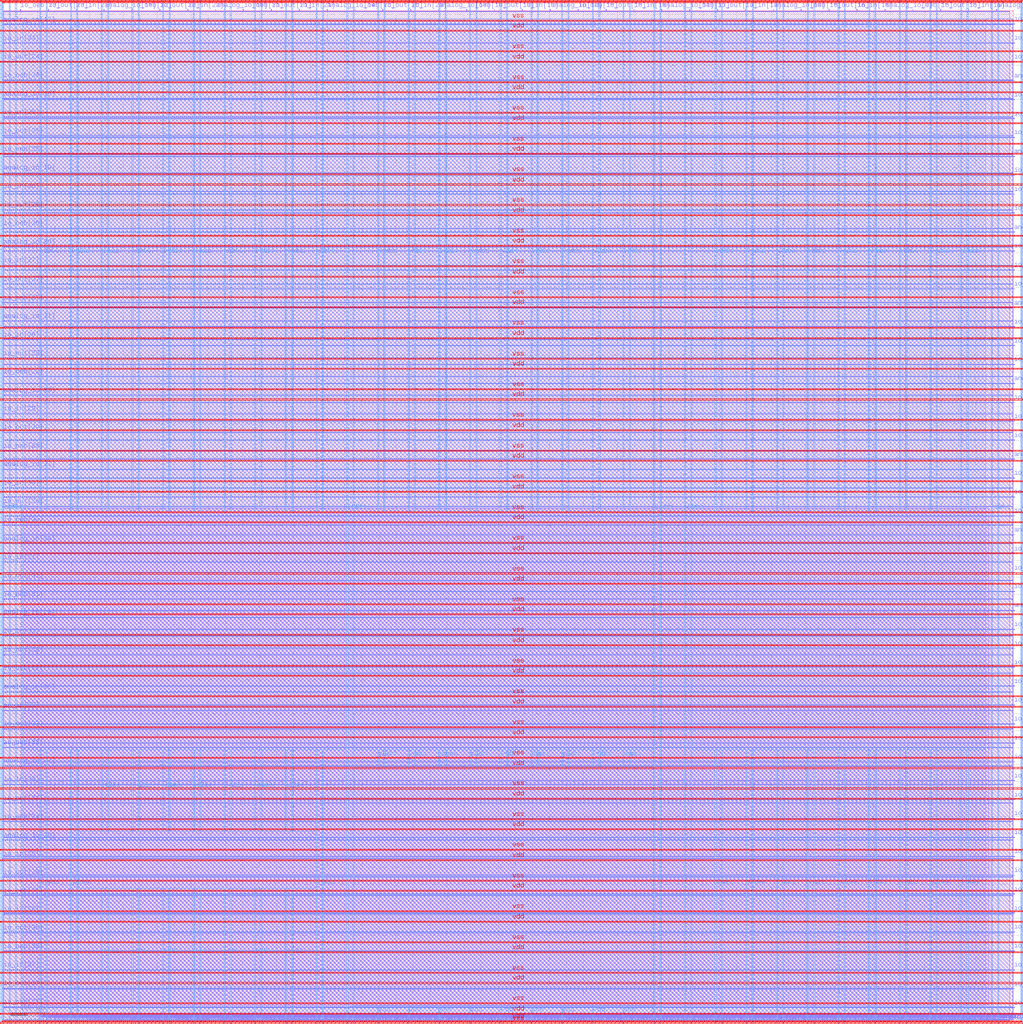
<source format=lef>
VERSION 5.7 ;
  NOWIREEXTENSIONATPIN ON ;
  DIVIDERCHAR "/" ;
  BUSBITCHARS "[]" ;
MACRO user_project_wrapper
  CLASS BLOCK ;
  FOREIGN user_project_wrapper ;
  ORIGIN 0.000 0.000 ;
  SIZE 2960.200 BY 2960.200 ;
  PIN analog_io[0]
    DIRECTION INOUT ;
    USE SIGNAL ;
    PORT
      LAYER Metal3 ;
        RECT 2957.800 1202.040 2965.000 1203.160 ;
    END
  END analog_io[0]
  PIN analog_io[10]
    DIRECTION INOUT ;
    USE SIGNAL ;
    PORT
      LAYER Metal2 ;
        RECT 2255.960 2957.800 2257.080 2965.000 ;
    END
  END analog_io[10]
  PIN analog_io[11]
    DIRECTION INOUT ;
    USE SIGNAL ;
    PORT
      LAYER Metal2 ;
        RECT 1928.920 2957.800 1930.040 2965.000 ;
    END
  END analog_io[11]
  PIN analog_io[12]
    DIRECTION INOUT ;
    USE SIGNAL ;
    PORT
      LAYER Metal2 ;
        RECT 1601.880 2957.800 1603.000 2965.000 ;
    END
  END analog_io[12]
  PIN analog_io[13]
    DIRECTION INOUT ;
    USE SIGNAL ;
    PORT
      LAYER Metal2 ;
        RECT 1274.840 2957.800 1275.960 2965.000 ;
    END
  END analog_io[13]
  PIN analog_io[14]
    DIRECTION INOUT ;
    USE SIGNAL ;
    PORT
      LAYER Metal2 ;
        RECT 947.800 2957.800 948.920 2965.000 ;
    END
  END analog_io[14]
  PIN analog_io[15]
    DIRECTION INOUT ;
    USE SIGNAL ;
    PORT
      LAYER Metal2 ;
        RECT 620.760 2957.800 621.880 2965.000 ;
    END
  END analog_io[15]
  PIN analog_io[16]
    DIRECTION INOUT ;
    USE SIGNAL ;
    PORT
      LAYER Metal2 ;
        RECT 293.720 2957.800 294.840 2965.000 ;
    END
  END analog_io[16]
  PIN analog_io[17]
    DIRECTION INOUT ;
    USE SIGNAL ;
    PORT
      LAYER Metal3 ;
        RECT -4.800 2919.000 2.400 2920.120 ;
    END
  END analog_io[17]
  PIN analog_io[18]
    DIRECTION INOUT ;
    USE SIGNAL ;
    PORT
      LAYER Metal3 ;
        RECT -4.800 2701.720 2.400 2702.840 ;
    END
  END analog_io[18]
  PIN analog_io[19]
    DIRECTION INOUT ;
    USE SIGNAL ;
    PORT
      LAYER Metal3 ;
        RECT -4.800 2484.440 2.400 2485.560 ;
    END
  END analog_io[19]
  PIN analog_io[1]
    DIRECTION INOUT ;
    USE SIGNAL ;
    PORT
      LAYER Metal3 ;
        RECT 2957.800 1423.800 2965.000 1424.920 ;
    END
  END analog_io[1]
  PIN analog_io[20]
    DIRECTION INOUT ;
    USE SIGNAL ;
    PORT
      LAYER Metal3 ;
        RECT -4.800 2267.160 2.400 2268.280 ;
    END
  END analog_io[20]
  PIN analog_io[21]
    DIRECTION INOUT ;
    USE SIGNAL ;
    PORT
      LAYER Metal3 ;
        RECT -4.800 2049.880 2.400 2051.000 ;
    END
  END analog_io[21]
  PIN analog_io[22]
    DIRECTION INOUT ;
    USE SIGNAL ;
    PORT
      LAYER Metal3 ;
        RECT -4.800 1832.600 2.400 1833.720 ;
    END
  END analog_io[22]
  PIN analog_io[23]
    DIRECTION INOUT ;
    USE SIGNAL ;
    PORT
      LAYER Metal3 ;
        RECT -4.800 1615.320 2.400 1616.440 ;
    END
  END analog_io[23]
  PIN analog_io[24]
    DIRECTION INOUT ;
    USE SIGNAL ;
    PORT
      LAYER Metal3 ;
        RECT -4.800 1398.040 2.400 1399.160 ;
    END
  END analog_io[24]
  PIN analog_io[25]
    DIRECTION INOUT ;
    USE SIGNAL ;
    PORT
      LAYER Metal3 ;
        RECT -4.800 1180.760 2.400 1181.880 ;
    END
  END analog_io[25]
  PIN analog_io[26]
    DIRECTION INOUT ;
    USE SIGNAL ;
    PORT
      LAYER Metal3 ;
        RECT -4.800 963.480 2.400 964.600 ;
    END
  END analog_io[26]
  PIN analog_io[27]
    DIRECTION INOUT ;
    USE SIGNAL ;
    PORT
      LAYER Metal3 ;
        RECT -4.800 746.200 2.400 747.320 ;
    END
  END analog_io[27]
  PIN analog_io[28]
    DIRECTION INOUT ;
    USE SIGNAL ;
    PORT
      LAYER Metal3 ;
        RECT -4.800 528.920 2.400 530.040 ;
    END
  END analog_io[28]
  PIN analog_io[2]
    DIRECTION INOUT ;
    USE SIGNAL ;
    PORT
      LAYER Metal3 ;
        RECT 2957.800 1645.560 2965.000 1646.680 ;
    END
  END analog_io[2]
  PIN analog_io[3]
    DIRECTION INOUT ;
    USE SIGNAL ;
    PORT
      LAYER Metal3 ;
        RECT 2957.800 1867.320 2965.000 1868.440 ;
    END
  END analog_io[3]
  PIN analog_io[4]
    DIRECTION INOUT ;
    USE SIGNAL ;
    PORT
      LAYER Metal3 ;
        RECT 2957.800 2089.080 2965.000 2090.200 ;
    END
  END analog_io[4]
  PIN analog_io[5]
    DIRECTION INOUT ;
    USE SIGNAL ;
    PORT
      LAYER Metal3 ;
        RECT 2957.800 2310.840 2965.000 2311.960 ;
    END
  END analog_io[5]
  PIN analog_io[6]
    DIRECTION INOUT ;
    USE SIGNAL ;
    PORT
      LAYER Metal3 ;
        RECT 2957.800 2532.600 2965.000 2533.720 ;
    END
  END analog_io[6]
  PIN analog_io[7]
    DIRECTION INOUT ;
    USE SIGNAL ;
    PORT
      LAYER Metal3 ;
        RECT 2957.800 2754.360 2965.000 2755.480 ;
    END
  END analog_io[7]
  PIN analog_io[8]
    DIRECTION INOUT ;
    USE SIGNAL ;
    PORT
      LAYER Metal2 ;
        RECT 2910.040 2957.800 2911.160 2965.000 ;
    END
  END analog_io[8]
  PIN analog_io[9]
    DIRECTION INOUT ;
    USE SIGNAL ;
    PORT
      LAYER Metal2 ;
        RECT 2583.000 2957.800 2584.120 2965.000 ;
    END
  END analog_io[9]
  PIN io_in[0]
    DIRECTION INPUT ;
    USE SIGNAL ;
    PORT
      LAYER Metal3 ;
        RECT 2957.800 37.800 2965.000 38.920 ;
    END
  END io_in[0]
  PIN io_in[10]
    DIRECTION INPUT ;
    USE SIGNAL ;
    PORT
      LAYER Metal3 ;
        RECT 2957.800 1922.760 2965.000 1923.880 ;
    END
  END io_in[10]
  PIN io_in[11]
    DIRECTION INPUT ;
    USE SIGNAL ;
    PORT
      LAYER Metal3 ;
        RECT 2957.800 2144.520 2965.000 2145.640 ;
    END
  END io_in[11]
  PIN io_in[12]
    DIRECTION INPUT ;
    USE SIGNAL ;
    PORT
      LAYER Metal3 ;
        RECT 2957.800 2366.280 2965.000 2367.400 ;
    END
  END io_in[12]
  PIN io_in[13]
    DIRECTION INPUT ;
    USE SIGNAL ;
    PORT
      LAYER Metal3 ;
        RECT 2957.800 2588.040 2965.000 2589.160 ;
    END
  END io_in[13]
  PIN io_in[14]
    DIRECTION INPUT ;
    USE SIGNAL ;
    PORT
      LAYER Metal3 ;
        RECT 2957.800 2809.800 2965.000 2810.920 ;
    END
  END io_in[14]
  PIN io_in[15]
    DIRECTION INPUT ;
    USE SIGNAL ;
    PORT
      LAYER Metal2 ;
        RECT 2828.280 2957.800 2829.400 2965.000 ;
    END
  END io_in[15]
  PIN io_in[16]
    DIRECTION INPUT ;
    USE SIGNAL ;
    PORT
      LAYER Metal2 ;
        RECT 2501.240 2957.800 2502.360 2965.000 ;
    END
  END io_in[16]
  PIN io_in[17]
    DIRECTION INPUT ;
    USE SIGNAL ;
    PORT
      LAYER Metal2 ;
        RECT 2174.200 2957.800 2175.320 2965.000 ;
    END
  END io_in[17]
  PIN io_in[18]
    DIRECTION INPUT ;
    USE SIGNAL ;
    PORT
      LAYER Metal2 ;
        RECT 1847.160 2957.800 1848.280 2965.000 ;
    END
  END io_in[18]
  PIN io_in[19]
    DIRECTION INPUT ;
    USE SIGNAL ;
    PORT
      LAYER Metal2 ;
        RECT 1520.120 2957.800 1521.240 2965.000 ;
    END
  END io_in[19]
  PIN io_in[1]
    DIRECTION INPUT ;
    USE SIGNAL ;
    PORT
      LAYER Metal3 ;
        RECT 2957.800 204.120 2965.000 205.240 ;
    END
  END io_in[1]
  PIN io_in[20]
    DIRECTION INPUT ;
    USE SIGNAL ;
    PORT
      LAYER Metal2 ;
        RECT 1193.080 2957.800 1194.200 2965.000 ;
    END
  END io_in[20]
  PIN io_in[21]
    DIRECTION INPUT ;
    USE SIGNAL ;
    PORT
      LAYER Metal2 ;
        RECT 866.040 2957.800 867.160 2965.000 ;
    END
  END io_in[21]
  PIN io_in[22]
    DIRECTION INPUT ;
    USE SIGNAL ;
    PORT
      LAYER Metal2 ;
        RECT 539.000 2957.800 540.120 2965.000 ;
    END
  END io_in[22]
  PIN io_in[23]
    DIRECTION INPUT ;
    USE SIGNAL ;
    PORT
      LAYER Metal2 ;
        RECT 211.960 2957.800 213.080 2965.000 ;
    END
  END io_in[23]
  PIN io_in[24]
    DIRECTION INPUT ;
    USE SIGNAL ;
    PORT
      LAYER Metal3 ;
        RECT -4.800 2864.680 2.400 2865.800 ;
    END
  END io_in[24]
  PIN io_in[25]
    DIRECTION INPUT ;
    USE SIGNAL ;
    PORT
      LAYER Metal3 ;
        RECT -4.800 2647.400 2.400 2648.520 ;
    END
  END io_in[25]
  PIN io_in[26]
    DIRECTION INPUT ;
    USE SIGNAL ;
    PORT
      LAYER Metal3 ;
        RECT -4.800 2430.120 2.400 2431.240 ;
    END
  END io_in[26]
  PIN io_in[27]
    DIRECTION INPUT ;
    USE SIGNAL ;
    PORT
      LAYER Metal3 ;
        RECT -4.800 2212.840 2.400 2213.960 ;
    END
  END io_in[27]
  PIN io_in[28]
    DIRECTION INPUT ;
    USE SIGNAL ;
    PORT
      LAYER Metal3 ;
        RECT -4.800 1995.560 2.400 1996.680 ;
    END
  END io_in[28]
  PIN io_in[29]
    DIRECTION INPUT ;
    USE SIGNAL ;
    PORT
      LAYER Metal3 ;
        RECT -4.800 1778.280 2.400 1779.400 ;
    END
  END io_in[29]
  PIN io_in[2]
    DIRECTION INPUT ;
    USE SIGNAL ;
    PORT
      LAYER Metal3 ;
        RECT 2957.800 370.440 2965.000 371.560 ;
    END
  END io_in[2]
  PIN io_in[30]
    DIRECTION INPUT ;
    USE SIGNAL ;
    PORT
      LAYER Metal3 ;
        RECT -4.800 1561.000 2.400 1562.120 ;
    END
  END io_in[30]
  PIN io_in[31]
    DIRECTION INPUT ;
    USE SIGNAL ;
    PORT
      LAYER Metal3 ;
        RECT -4.800 1343.720 2.400 1344.840 ;
    END
  END io_in[31]
  PIN io_in[32]
    DIRECTION INPUT ;
    USE SIGNAL ;
    PORT
      LAYER Metal3 ;
        RECT -4.800 1126.440 2.400 1127.560 ;
    END
  END io_in[32]
  PIN io_in[33]
    DIRECTION INPUT ;
    USE SIGNAL ;
    PORT
      LAYER Metal3 ;
        RECT -4.800 909.160 2.400 910.280 ;
    END
  END io_in[33]
  PIN io_in[34]
    DIRECTION INPUT ;
    USE SIGNAL ;
    PORT
      LAYER Metal3 ;
        RECT -4.800 691.880 2.400 693.000 ;
    END
  END io_in[34]
  PIN io_in[35]
    DIRECTION INPUT ;
    USE SIGNAL ;
    PORT
      LAYER Metal3 ;
        RECT -4.800 474.600 2.400 475.720 ;
    END
  END io_in[35]
  PIN io_in[36]
    DIRECTION INPUT ;
    USE SIGNAL ;
    PORT
      LAYER Metal3 ;
        RECT -4.800 311.640 2.400 312.760 ;
    END
  END io_in[36]
  PIN io_in[37]
    DIRECTION INPUT ;
    USE SIGNAL ;
    PORT
      LAYER Metal3 ;
        RECT -4.800 148.680 2.400 149.800 ;
    END
  END io_in[37]
  PIN io_in[3]
    DIRECTION INPUT ;
    USE SIGNAL ;
    PORT
      LAYER Metal3 ;
        RECT 2957.800 536.760 2965.000 537.880 ;
    END
  END io_in[3]
  PIN io_in[4]
    DIRECTION INPUT ;
    USE SIGNAL ;
    PORT
      LAYER Metal3 ;
        RECT 2957.800 703.080 2965.000 704.200 ;
    END
  END io_in[4]
  PIN io_in[5]
    DIRECTION INPUT ;
    USE SIGNAL ;
    PORT
      LAYER Metal3 ;
        RECT 2957.800 869.400 2965.000 870.520 ;
    END
  END io_in[5]
  PIN io_in[6]
    DIRECTION INPUT ;
    USE SIGNAL ;
    PORT
      LAYER Metal3 ;
        RECT 2957.800 1035.720 2965.000 1036.840 ;
    END
  END io_in[6]
  PIN io_in[7]
    DIRECTION INPUT ;
    USE SIGNAL ;
    PORT
      LAYER Metal3 ;
        RECT 2957.800 1257.480 2965.000 1258.600 ;
    END
  END io_in[7]
  PIN io_in[8]
    DIRECTION INPUT ;
    USE SIGNAL ;
    PORT
      LAYER Metal3 ;
        RECT 2957.800 1479.240 2965.000 1480.360 ;
    END
  END io_in[8]
  PIN io_in[9]
    DIRECTION INPUT ;
    USE SIGNAL ;
    PORT
      LAYER Metal3 ;
        RECT 2957.800 1701.000 2965.000 1702.120 ;
    END
  END io_in[9]
  PIN io_oeb[0]
    DIRECTION OUTPUT TRISTATE ;
    USE SIGNAL ;
    PORT
      LAYER Metal3 ;
        RECT 2957.800 148.680 2965.000 149.800 ;
    END
  END io_oeb[0]
  PIN io_oeb[10]
    DIRECTION OUTPUT TRISTATE ;
    USE SIGNAL ;
    PORT
      LAYER Metal3 ;
        RECT 2957.800 2033.640 2965.000 2034.760 ;
    END
  END io_oeb[10]
  PIN io_oeb[11]
    DIRECTION OUTPUT TRISTATE ;
    USE SIGNAL ;
    PORT
      LAYER Metal3 ;
        RECT 2957.800 2255.400 2965.000 2256.520 ;
    END
  END io_oeb[11]
  PIN io_oeb[12]
    DIRECTION OUTPUT TRISTATE ;
    USE SIGNAL ;
    PORT
      LAYER Metal3 ;
        RECT 2957.800 2477.160 2965.000 2478.280 ;
    END
  END io_oeb[12]
  PIN io_oeb[13]
    DIRECTION OUTPUT TRISTATE ;
    USE SIGNAL ;
    PORT
      LAYER Metal3 ;
        RECT 2957.800 2698.920 2965.000 2700.040 ;
    END
  END io_oeb[13]
  PIN io_oeb[14]
    DIRECTION OUTPUT TRISTATE ;
    USE SIGNAL ;
    PORT
      LAYER Metal3 ;
        RECT 2957.800 2920.680 2965.000 2921.800 ;
    END
  END io_oeb[14]
  PIN io_oeb[15]
    DIRECTION OUTPUT TRISTATE ;
    USE SIGNAL ;
    PORT
      LAYER Metal2 ;
        RECT 2664.760 2957.800 2665.880 2965.000 ;
    END
  END io_oeb[15]
  PIN io_oeb[16]
    DIRECTION OUTPUT TRISTATE ;
    USE SIGNAL ;
    PORT
      LAYER Metal2 ;
        RECT 2337.720 2957.800 2338.840 2965.000 ;
    END
  END io_oeb[16]
  PIN io_oeb[17]
    DIRECTION OUTPUT TRISTATE ;
    USE SIGNAL ;
    PORT
      LAYER Metal2 ;
        RECT 2010.680 2957.800 2011.800 2965.000 ;
    END
  END io_oeb[17]
  PIN io_oeb[18]
    DIRECTION OUTPUT TRISTATE ;
    USE SIGNAL ;
    PORT
      LAYER Metal2 ;
        RECT 1683.640 2957.800 1684.760 2965.000 ;
    END
  END io_oeb[18]
  PIN io_oeb[19]
    DIRECTION OUTPUT TRISTATE ;
    USE SIGNAL ;
    PORT
      LAYER Metal2 ;
        RECT 1356.600 2957.800 1357.720 2965.000 ;
    END
  END io_oeb[19]
  PIN io_oeb[1]
    DIRECTION OUTPUT TRISTATE ;
    USE SIGNAL ;
    PORT
      LAYER Metal3 ;
        RECT 2957.800 315.000 2965.000 316.120 ;
    END
  END io_oeb[1]
  PIN io_oeb[20]
    DIRECTION OUTPUT TRISTATE ;
    USE SIGNAL ;
    PORT
      LAYER Metal2 ;
        RECT 1029.560 2957.800 1030.680 2965.000 ;
    END
  END io_oeb[20]
  PIN io_oeb[21]
    DIRECTION OUTPUT TRISTATE ;
    USE SIGNAL ;
    PORT
      LAYER Metal2 ;
        RECT 702.520 2957.800 703.640 2965.000 ;
    END
  END io_oeb[21]
  PIN io_oeb[22]
    DIRECTION OUTPUT TRISTATE ;
    USE SIGNAL ;
    PORT
      LAYER Metal2 ;
        RECT 375.480 2957.800 376.600 2965.000 ;
    END
  END io_oeb[22]
  PIN io_oeb[23]
    DIRECTION OUTPUT TRISTATE ;
    USE SIGNAL ;
    PORT
      LAYER Metal2 ;
        RECT 48.440 2957.800 49.560 2965.000 ;
    END
  END io_oeb[23]
  PIN io_oeb[24]
    DIRECTION OUTPUT TRISTATE ;
    USE SIGNAL ;
    PORT
      LAYER Metal3 ;
        RECT -4.800 2756.040 2.400 2757.160 ;
    END
  END io_oeb[24]
  PIN io_oeb[25]
    DIRECTION OUTPUT TRISTATE ;
    USE SIGNAL ;
    PORT
      LAYER Metal3 ;
        RECT -4.800 2538.760 2.400 2539.880 ;
    END
  END io_oeb[25]
  PIN io_oeb[26]
    DIRECTION OUTPUT TRISTATE ;
    USE SIGNAL ;
    PORT
      LAYER Metal3 ;
        RECT -4.800 2321.480 2.400 2322.600 ;
    END
  END io_oeb[26]
  PIN io_oeb[27]
    DIRECTION OUTPUT TRISTATE ;
    USE SIGNAL ;
    PORT
      LAYER Metal3 ;
        RECT -4.800 2104.200 2.400 2105.320 ;
    END
  END io_oeb[27]
  PIN io_oeb[28]
    DIRECTION OUTPUT TRISTATE ;
    USE SIGNAL ;
    PORT
      LAYER Metal3 ;
        RECT -4.800 1886.920 2.400 1888.040 ;
    END
  END io_oeb[28]
  PIN io_oeb[29]
    DIRECTION OUTPUT TRISTATE ;
    USE SIGNAL ;
    PORT
      LAYER Metal3 ;
        RECT -4.800 1669.640 2.400 1670.760 ;
    END
  END io_oeb[29]
  PIN io_oeb[2]
    DIRECTION OUTPUT TRISTATE ;
    USE SIGNAL ;
    PORT
      LAYER Metal3 ;
        RECT 2957.800 481.320 2965.000 482.440 ;
    END
  END io_oeb[2]
  PIN io_oeb[30]
    DIRECTION OUTPUT TRISTATE ;
    USE SIGNAL ;
    PORT
      LAYER Metal3 ;
        RECT -4.800 1452.360 2.400 1453.480 ;
    END
  END io_oeb[30]
  PIN io_oeb[31]
    DIRECTION OUTPUT TRISTATE ;
    USE SIGNAL ;
    PORT
      LAYER Metal3 ;
        RECT -4.800 1235.080 2.400 1236.200 ;
    END
  END io_oeb[31]
  PIN io_oeb[32]
    DIRECTION OUTPUT TRISTATE ;
    USE SIGNAL ;
    PORT
      LAYER Metal3 ;
        RECT -4.800 1017.800 2.400 1018.920 ;
    END
  END io_oeb[32]
  PIN io_oeb[33]
    DIRECTION OUTPUT TRISTATE ;
    USE SIGNAL ;
    PORT
      LAYER Metal3 ;
        RECT -4.800 800.520 2.400 801.640 ;
    END
  END io_oeb[33]
  PIN io_oeb[34]
    DIRECTION OUTPUT TRISTATE ;
    USE SIGNAL ;
    PORT
      LAYER Metal3 ;
        RECT -4.800 583.240 2.400 584.360 ;
    END
  END io_oeb[34]
  PIN io_oeb[35]
    DIRECTION OUTPUT TRISTATE ;
    USE SIGNAL ;
    PORT
      LAYER Metal3 ;
        RECT -4.800 365.960 2.400 367.080 ;
    END
  END io_oeb[35]
  PIN io_oeb[36]
    DIRECTION OUTPUT TRISTATE ;
    USE SIGNAL ;
    PORT
      LAYER Metal3 ;
        RECT -4.800 203.000 2.400 204.120 ;
    END
  END io_oeb[36]
  PIN io_oeb[37]
    DIRECTION OUTPUT TRISTATE ;
    USE SIGNAL ;
    PORT
      LAYER Metal3 ;
        RECT -4.800 40.040 2.400 41.160 ;
    END
  END io_oeb[37]
  PIN io_oeb[3]
    DIRECTION OUTPUT TRISTATE ;
    USE SIGNAL ;
    PORT
      LAYER Metal3 ;
        RECT 2957.800 647.640 2965.000 648.760 ;
    END
  END io_oeb[3]
  PIN io_oeb[4]
    DIRECTION OUTPUT TRISTATE ;
    USE SIGNAL ;
    PORT
      LAYER Metal3 ;
        RECT 2957.800 813.960 2965.000 815.080 ;
    END
  END io_oeb[4]
  PIN io_oeb[5]
    DIRECTION OUTPUT TRISTATE ;
    USE SIGNAL ;
    PORT
      LAYER Metal3 ;
        RECT 2957.800 980.280 2965.000 981.400 ;
    END
  END io_oeb[5]
  PIN io_oeb[6]
    DIRECTION OUTPUT TRISTATE ;
    USE SIGNAL ;
    PORT
      LAYER Metal3 ;
        RECT 2957.800 1146.600 2965.000 1147.720 ;
    END
  END io_oeb[6]
  PIN io_oeb[7]
    DIRECTION OUTPUT TRISTATE ;
    USE SIGNAL ;
    PORT
      LAYER Metal3 ;
        RECT 2957.800 1368.360 2965.000 1369.480 ;
    END
  END io_oeb[7]
  PIN io_oeb[8]
    DIRECTION OUTPUT TRISTATE ;
    USE SIGNAL ;
    PORT
      LAYER Metal3 ;
        RECT 2957.800 1590.120 2965.000 1591.240 ;
    END
  END io_oeb[8]
  PIN io_oeb[9]
    DIRECTION OUTPUT TRISTATE ;
    USE SIGNAL ;
    PORT
      LAYER Metal3 ;
        RECT 2957.800 1811.880 2965.000 1813.000 ;
    END
  END io_oeb[9]
  PIN io_out[0]
    DIRECTION OUTPUT TRISTATE ;
    USE SIGNAL ;
    PORT
      LAYER Metal3 ;
        RECT 2957.800 93.240 2965.000 94.360 ;
    END
  END io_out[0]
  PIN io_out[10]
    DIRECTION OUTPUT TRISTATE ;
    USE SIGNAL ;
    PORT
      LAYER Metal3 ;
        RECT 2957.800 1978.200 2965.000 1979.320 ;
    END
  END io_out[10]
  PIN io_out[11]
    DIRECTION OUTPUT TRISTATE ;
    USE SIGNAL ;
    PORT
      LAYER Metal3 ;
        RECT 2957.800 2199.960 2965.000 2201.080 ;
    END
  END io_out[11]
  PIN io_out[12]
    DIRECTION OUTPUT TRISTATE ;
    USE SIGNAL ;
    PORT
      LAYER Metal3 ;
        RECT 2957.800 2421.720 2965.000 2422.840 ;
    END
  END io_out[12]
  PIN io_out[13]
    DIRECTION OUTPUT TRISTATE ;
    USE SIGNAL ;
    PORT
      LAYER Metal3 ;
        RECT 2957.800 2643.480 2965.000 2644.600 ;
    END
  END io_out[13]
  PIN io_out[14]
    DIRECTION OUTPUT TRISTATE ;
    USE SIGNAL ;
    PORT
      LAYER Metal3 ;
        RECT 2957.800 2865.240 2965.000 2866.360 ;
    END
  END io_out[14]
  PIN io_out[15]
    DIRECTION OUTPUT TRISTATE ;
    USE SIGNAL ;
    PORT
      LAYER Metal2 ;
        RECT 2746.520 2957.800 2747.640 2965.000 ;
    END
  END io_out[15]
  PIN io_out[16]
    DIRECTION OUTPUT TRISTATE ;
    USE SIGNAL ;
    PORT
      LAYER Metal2 ;
        RECT 2419.480 2957.800 2420.600 2965.000 ;
    END
  END io_out[16]
  PIN io_out[17]
    DIRECTION OUTPUT TRISTATE ;
    USE SIGNAL ;
    PORT
      LAYER Metal2 ;
        RECT 2092.440 2957.800 2093.560 2965.000 ;
    END
  END io_out[17]
  PIN io_out[18]
    DIRECTION OUTPUT TRISTATE ;
    USE SIGNAL ;
    PORT
      LAYER Metal2 ;
        RECT 1765.400 2957.800 1766.520 2965.000 ;
    END
  END io_out[18]
  PIN io_out[19]
    DIRECTION OUTPUT TRISTATE ;
    USE SIGNAL ;
    PORT
      LAYER Metal2 ;
        RECT 1438.360 2957.800 1439.480 2965.000 ;
    END
  END io_out[19]
  PIN io_out[1]
    DIRECTION OUTPUT TRISTATE ;
    USE SIGNAL ;
    PORT
      LAYER Metal3 ;
        RECT 2957.800 259.560 2965.000 260.680 ;
    END
  END io_out[1]
  PIN io_out[20]
    DIRECTION OUTPUT TRISTATE ;
    USE SIGNAL ;
    PORT
      LAYER Metal2 ;
        RECT 1111.320 2957.800 1112.440 2965.000 ;
    END
  END io_out[20]
  PIN io_out[21]
    DIRECTION OUTPUT TRISTATE ;
    USE SIGNAL ;
    PORT
      LAYER Metal2 ;
        RECT 784.280 2957.800 785.400 2965.000 ;
    END
  END io_out[21]
  PIN io_out[22]
    DIRECTION OUTPUT TRISTATE ;
    USE SIGNAL ;
    PORT
      LAYER Metal2 ;
        RECT 457.240 2957.800 458.360 2965.000 ;
    END
  END io_out[22]
  PIN io_out[23]
    DIRECTION OUTPUT TRISTATE ;
    USE SIGNAL ;
    PORT
      LAYER Metal2 ;
        RECT 130.200 2957.800 131.320 2965.000 ;
    END
  END io_out[23]
  PIN io_out[24]
    DIRECTION OUTPUT TRISTATE ;
    USE SIGNAL ;
    PORT
      LAYER Metal3 ;
        RECT -4.800 2810.360 2.400 2811.480 ;
    END
  END io_out[24]
  PIN io_out[25]
    DIRECTION OUTPUT TRISTATE ;
    USE SIGNAL ;
    PORT
      LAYER Metal3 ;
        RECT -4.800 2593.080 2.400 2594.200 ;
    END
  END io_out[25]
  PIN io_out[26]
    DIRECTION OUTPUT TRISTATE ;
    USE SIGNAL ;
    PORT
      LAYER Metal3 ;
        RECT -4.800 2375.800 2.400 2376.920 ;
    END
  END io_out[26]
  PIN io_out[27]
    DIRECTION OUTPUT TRISTATE ;
    USE SIGNAL ;
    PORT
      LAYER Metal3 ;
        RECT -4.800 2158.520 2.400 2159.640 ;
    END
  END io_out[27]
  PIN io_out[28]
    DIRECTION OUTPUT TRISTATE ;
    USE SIGNAL ;
    PORT
      LAYER Metal3 ;
        RECT -4.800 1941.240 2.400 1942.360 ;
    END
  END io_out[28]
  PIN io_out[29]
    DIRECTION OUTPUT TRISTATE ;
    USE SIGNAL ;
    PORT
      LAYER Metal3 ;
        RECT -4.800 1723.960 2.400 1725.080 ;
    END
  END io_out[29]
  PIN io_out[2]
    DIRECTION OUTPUT TRISTATE ;
    USE SIGNAL ;
    PORT
      LAYER Metal3 ;
        RECT 2957.800 425.880 2965.000 427.000 ;
    END
  END io_out[2]
  PIN io_out[30]
    DIRECTION OUTPUT TRISTATE ;
    USE SIGNAL ;
    PORT
      LAYER Metal3 ;
        RECT -4.800 1506.680 2.400 1507.800 ;
    END
  END io_out[30]
  PIN io_out[31]
    DIRECTION OUTPUT TRISTATE ;
    USE SIGNAL ;
    PORT
      LAYER Metal3 ;
        RECT -4.800 1289.400 2.400 1290.520 ;
    END
  END io_out[31]
  PIN io_out[32]
    DIRECTION OUTPUT TRISTATE ;
    USE SIGNAL ;
    PORT
      LAYER Metal3 ;
        RECT -4.800 1072.120 2.400 1073.240 ;
    END
  END io_out[32]
  PIN io_out[33]
    DIRECTION OUTPUT TRISTATE ;
    USE SIGNAL ;
    PORT
      LAYER Metal3 ;
        RECT -4.800 854.840 2.400 855.960 ;
    END
  END io_out[33]
  PIN io_out[34]
    DIRECTION OUTPUT TRISTATE ;
    USE SIGNAL ;
    PORT
      LAYER Metal3 ;
        RECT -4.800 637.560 2.400 638.680 ;
    END
  END io_out[34]
  PIN io_out[35]
    DIRECTION OUTPUT TRISTATE ;
    USE SIGNAL ;
    PORT
      LAYER Metal3 ;
        RECT -4.800 420.280 2.400 421.400 ;
    END
  END io_out[35]
  PIN io_out[36]
    DIRECTION OUTPUT TRISTATE ;
    USE SIGNAL ;
    PORT
      LAYER Metal3 ;
        RECT -4.800 257.320 2.400 258.440 ;
    END
  END io_out[36]
  PIN io_out[37]
    DIRECTION OUTPUT TRISTATE ;
    USE SIGNAL ;
    PORT
      LAYER Metal3 ;
        RECT -4.800 94.360 2.400 95.480 ;
    END
  END io_out[37]
  PIN io_out[3]
    DIRECTION OUTPUT TRISTATE ;
    USE SIGNAL ;
    PORT
      LAYER Metal3 ;
        RECT 2957.800 592.200 2965.000 593.320 ;
    END
  END io_out[3]
  PIN io_out[4]
    DIRECTION OUTPUT TRISTATE ;
    USE SIGNAL ;
    PORT
      LAYER Metal3 ;
        RECT 2957.800 758.520 2965.000 759.640 ;
    END
  END io_out[4]
  PIN io_out[5]
    DIRECTION OUTPUT TRISTATE ;
    USE SIGNAL ;
    PORT
      LAYER Metal3 ;
        RECT 2957.800 924.840 2965.000 925.960 ;
    END
  END io_out[5]
  PIN io_out[6]
    DIRECTION OUTPUT TRISTATE ;
    USE SIGNAL ;
    PORT
      LAYER Metal3 ;
        RECT 2957.800 1091.160 2965.000 1092.280 ;
    END
  END io_out[6]
  PIN io_out[7]
    DIRECTION OUTPUT TRISTATE ;
    USE SIGNAL ;
    PORT
      LAYER Metal3 ;
        RECT 2957.800 1312.920 2965.000 1314.040 ;
    END
  END io_out[7]
  PIN io_out[8]
    DIRECTION OUTPUT TRISTATE ;
    USE SIGNAL ;
    PORT
      LAYER Metal3 ;
        RECT 2957.800 1534.680 2965.000 1535.800 ;
    END
  END io_out[8]
  PIN io_out[9]
    DIRECTION OUTPUT TRISTATE ;
    USE SIGNAL ;
    PORT
      LAYER Metal3 ;
        RECT 2957.800 1756.440 2965.000 1757.560 ;
    END
  END io_out[9]
  PIN la_data_in[0]
    DIRECTION INPUT ;
    USE SIGNAL ;
    PORT
      LAYER Metal2 ;
        RECT 692.440 -4.800 693.560 2.400 ;
    END
  END la_data_in[0]
  PIN la_data_in[100]
    DIRECTION INPUT ;
    USE SIGNAL ;
    PORT
      LAYER Metal2 ;
        RECT 2372.440 -4.800 2373.560 2.400 ;
    END
  END la_data_in[100]
  PIN la_data_in[101]
    DIRECTION INPUT ;
    USE SIGNAL ;
    PORT
      LAYER Metal2 ;
        RECT 2389.240 -4.800 2390.360 2.400 ;
    END
  END la_data_in[101]
  PIN la_data_in[102]
    DIRECTION INPUT ;
    USE SIGNAL ;
    PORT
      LAYER Metal2 ;
        RECT 2406.040 -4.800 2407.160 2.400 ;
    END
  END la_data_in[102]
  PIN la_data_in[103]
    DIRECTION INPUT ;
    USE SIGNAL ;
    PORT
      LAYER Metal2 ;
        RECT 2422.840 -4.800 2423.960 2.400 ;
    END
  END la_data_in[103]
  PIN la_data_in[104]
    DIRECTION INPUT ;
    USE SIGNAL ;
    PORT
      LAYER Metal2 ;
        RECT 2439.640 -4.800 2440.760 2.400 ;
    END
  END la_data_in[104]
  PIN la_data_in[105]
    DIRECTION INPUT ;
    USE SIGNAL ;
    PORT
      LAYER Metal2 ;
        RECT 2456.440 -4.800 2457.560 2.400 ;
    END
  END la_data_in[105]
  PIN la_data_in[106]
    DIRECTION INPUT ;
    USE SIGNAL ;
    PORT
      LAYER Metal2 ;
        RECT 2473.240 -4.800 2474.360 2.400 ;
    END
  END la_data_in[106]
  PIN la_data_in[107]
    DIRECTION INPUT ;
    USE SIGNAL ;
    PORT
      LAYER Metal2 ;
        RECT 2490.040 -4.800 2491.160 2.400 ;
    END
  END la_data_in[107]
  PIN la_data_in[108]
    DIRECTION INPUT ;
    USE SIGNAL ;
    PORT
      LAYER Metal2 ;
        RECT 2506.840 -4.800 2507.960 2.400 ;
    END
  END la_data_in[108]
  PIN la_data_in[109]
    DIRECTION INPUT ;
    USE SIGNAL ;
    PORT
      LAYER Metal2 ;
        RECT 2523.640 -4.800 2524.760 2.400 ;
    END
  END la_data_in[109]
  PIN la_data_in[10]
    DIRECTION INPUT ;
    USE SIGNAL ;
    PORT
      LAYER Metal2 ;
        RECT 860.440 -4.800 861.560 2.400 ;
    END
  END la_data_in[10]
  PIN la_data_in[110]
    DIRECTION INPUT ;
    USE SIGNAL ;
    PORT
      LAYER Metal2 ;
        RECT 2540.440 -4.800 2541.560 2.400 ;
    END
  END la_data_in[110]
  PIN la_data_in[111]
    DIRECTION INPUT ;
    USE SIGNAL ;
    PORT
      LAYER Metal2 ;
        RECT 2557.240 -4.800 2558.360 2.400 ;
    END
  END la_data_in[111]
  PIN la_data_in[112]
    DIRECTION INPUT ;
    USE SIGNAL ;
    PORT
      LAYER Metal2 ;
        RECT 2574.040 -4.800 2575.160 2.400 ;
    END
  END la_data_in[112]
  PIN la_data_in[113]
    DIRECTION INPUT ;
    USE SIGNAL ;
    PORT
      LAYER Metal2 ;
        RECT 2590.840 -4.800 2591.960 2.400 ;
    END
  END la_data_in[113]
  PIN la_data_in[114]
    DIRECTION INPUT ;
    USE SIGNAL ;
    PORT
      LAYER Metal2 ;
        RECT 2607.640 -4.800 2608.760 2.400 ;
    END
  END la_data_in[114]
  PIN la_data_in[115]
    DIRECTION INPUT ;
    USE SIGNAL ;
    PORT
      LAYER Metal2 ;
        RECT 2624.440 -4.800 2625.560 2.400 ;
    END
  END la_data_in[115]
  PIN la_data_in[116]
    DIRECTION INPUT ;
    USE SIGNAL ;
    PORT
      LAYER Metal2 ;
        RECT 2641.240 -4.800 2642.360 2.400 ;
    END
  END la_data_in[116]
  PIN la_data_in[117]
    DIRECTION INPUT ;
    USE SIGNAL ;
    PORT
      LAYER Metal2 ;
        RECT 2658.040 -4.800 2659.160 2.400 ;
    END
  END la_data_in[117]
  PIN la_data_in[118]
    DIRECTION INPUT ;
    USE SIGNAL ;
    PORT
      LAYER Metal2 ;
        RECT 2674.840 -4.800 2675.960 2.400 ;
    END
  END la_data_in[118]
  PIN la_data_in[119]
    DIRECTION INPUT ;
    USE SIGNAL ;
    PORT
      LAYER Metal2 ;
        RECT 2691.640 -4.800 2692.760 2.400 ;
    END
  END la_data_in[119]
  PIN la_data_in[11]
    DIRECTION INPUT ;
    USE SIGNAL ;
    PORT
      LAYER Metal2 ;
        RECT 877.240 -4.800 878.360 2.400 ;
    END
  END la_data_in[11]
  PIN la_data_in[120]
    DIRECTION INPUT ;
    USE SIGNAL ;
    PORT
      LAYER Metal2 ;
        RECT 2708.440 -4.800 2709.560 2.400 ;
    END
  END la_data_in[120]
  PIN la_data_in[121]
    DIRECTION INPUT ;
    USE SIGNAL ;
    PORT
      LAYER Metal2 ;
        RECT 2725.240 -4.800 2726.360 2.400 ;
    END
  END la_data_in[121]
  PIN la_data_in[122]
    DIRECTION INPUT ;
    USE SIGNAL ;
    PORT
      LAYER Metal2 ;
        RECT 2742.040 -4.800 2743.160 2.400 ;
    END
  END la_data_in[122]
  PIN la_data_in[123]
    DIRECTION INPUT ;
    USE SIGNAL ;
    PORT
      LAYER Metal2 ;
        RECT 2758.840 -4.800 2759.960 2.400 ;
    END
  END la_data_in[123]
  PIN la_data_in[124]
    DIRECTION INPUT ;
    USE SIGNAL ;
    PORT
      LAYER Metal2 ;
        RECT 2775.640 -4.800 2776.760 2.400 ;
    END
  END la_data_in[124]
  PIN la_data_in[125]
    DIRECTION INPUT ;
    USE SIGNAL ;
    PORT
      LAYER Metal2 ;
        RECT 2792.440 -4.800 2793.560 2.400 ;
    END
  END la_data_in[125]
  PIN la_data_in[126]
    DIRECTION INPUT ;
    USE SIGNAL ;
    PORT
      LAYER Metal2 ;
        RECT 2809.240 -4.800 2810.360 2.400 ;
    END
  END la_data_in[126]
  PIN la_data_in[127]
    DIRECTION INPUT ;
    USE SIGNAL ;
    PORT
      LAYER Metal2 ;
        RECT 2826.040 -4.800 2827.160 2.400 ;
    END
  END la_data_in[127]
  PIN la_data_in[12]
    DIRECTION INPUT ;
    USE SIGNAL ;
    PORT
      LAYER Metal2 ;
        RECT 894.040 -4.800 895.160 2.400 ;
    END
  END la_data_in[12]
  PIN la_data_in[13]
    DIRECTION INPUT ;
    USE SIGNAL ;
    PORT
      LAYER Metal2 ;
        RECT 910.840 -4.800 911.960 2.400 ;
    END
  END la_data_in[13]
  PIN la_data_in[14]
    DIRECTION INPUT ;
    USE SIGNAL ;
    PORT
      LAYER Metal2 ;
        RECT 927.640 -4.800 928.760 2.400 ;
    END
  END la_data_in[14]
  PIN la_data_in[15]
    DIRECTION INPUT ;
    USE SIGNAL ;
    PORT
      LAYER Metal2 ;
        RECT 944.440 -4.800 945.560 2.400 ;
    END
  END la_data_in[15]
  PIN la_data_in[16]
    DIRECTION INPUT ;
    USE SIGNAL ;
    PORT
      LAYER Metal2 ;
        RECT 961.240 -4.800 962.360 2.400 ;
    END
  END la_data_in[16]
  PIN la_data_in[17]
    DIRECTION INPUT ;
    USE SIGNAL ;
    PORT
      LAYER Metal2 ;
        RECT 978.040 -4.800 979.160 2.400 ;
    END
  END la_data_in[17]
  PIN la_data_in[18]
    DIRECTION INPUT ;
    USE SIGNAL ;
    PORT
      LAYER Metal2 ;
        RECT 994.840 -4.800 995.960 2.400 ;
    END
  END la_data_in[18]
  PIN la_data_in[19]
    DIRECTION INPUT ;
    USE SIGNAL ;
    PORT
      LAYER Metal2 ;
        RECT 1011.640 -4.800 1012.760 2.400 ;
    END
  END la_data_in[19]
  PIN la_data_in[1]
    DIRECTION INPUT ;
    USE SIGNAL ;
    PORT
      LAYER Metal2 ;
        RECT 709.240 -4.800 710.360 2.400 ;
    END
  END la_data_in[1]
  PIN la_data_in[20]
    DIRECTION INPUT ;
    USE SIGNAL ;
    PORT
      LAYER Metal2 ;
        RECT 1028.440 -4.800 1029.560 2.400 ;
    END
  END la_data_in[20]
  PIN la_data_in[21]
    DIRECTION INPUT ;
    USE SIGNAL ;
    PORT
      LAYER Metal2 ;
        RECT 1045.240 -4.800 1046.360 2.400 ;
    END
  END la_data_in[21]
  PIN la_data_in[22]
    DIRECTION INPUT ;
    USE SIGNAL ;
    PORT
      LAYER Metal2 ;
        RECT 1062.040 -4.800 1063.160 2.400 ;
    END
  END la_data_in[22]
  PIN la_data_in[23]
    DIRECTION INPUT ;
    USE SIGNAL ;
    PORT
      LAYER Metal2 ;
        RECT 1078.840 -4.800 1079.960 2.400 ;
    END
  END la_data_in[23]
  PIN la_data_in[24]
    DIRECTION INPUT ;
    USE SIGNAL ;
    PORT
      LAYER Metal2 ;
        RECT 1095.640 -4.800 1096.760 2.400 ;
    END
  END la_data_in[24]
  PIN la_data_in[25]
    DIRECTION INPUT ;
    USE SIGNAL ;
    PORT
      LAYER Metal2 ;
        RECT 1112.440 -4.800 1113.560 2.400 ;
    END
  END la_data_in[25]
  PIN la_data_in[26]
    DIRECTION INPUT ;
    USE SIGNAL ;
    PORT
      LAYER Metal2 ;
        RECT 1129.240 -4.800 1130.360 2.400 ;
    END
  END la_data_in[26]
  PIN la_data_in[27]
    DIRECTION INPUT ;
    USE SIGNAL ;
    PORT
      LAYER Metal2 ;
        RECT 1146.040 -4.800 1147.160 2.400 ;
    END
  END la_data_in[27]
  PIN la_data_in[28]
    DIRECTION INPUT ;
    USE SIGNAL ;
    PORT
      LAYER Metal2 ;
        RECT 1162.840 -4.800 1163.960 2.400 ;
    END
  END la_data_in[28]
  PIN la_data_in[29]
    DIRECTION INPUT ;
    USE SIGNAL ;
    PORT
      LAYER Metal2 ;
        RECT 1179.640 -4.800 1180.760 2.400 ;
    END
  END la_data_in[29]
  PIN la_data_in[2]
    DIRECTION INPUT ;
    USE SIGNAL ;
    PORT
      LAYER Metal2 ;
        RECT 726.040 -4.800 727.160 2.400 ;
    END
  END la_data_in[2]
  PIN la_data_in[30]
    DIRECTION INPUT ;
    USE SIGNAL ;
    PORT
      LAYER Metal2 ;
        RECT 1196.440 -4.800 1197.560 2.400 ;
    END
  END la_data_in[30]
  PIN la_data_in[31]
    DIRECTION INPUT ;
    USE SIGNAL ;
    PORT
      LAYER Metal2 ;
        RECT 1213.240 -4.800 1214.360 2.400 ;
    END
  END la_data_in[31]
  PIN la_data_in[32]
    DIRECTION INPUT ;
    USE SIGNAL ;
    PORT
      LAYER Metal2 ;
        RECT 1230.040 -4.800 1231.160 2.400 ;
    END
  END la_data_in[32]
  PIN la_data_in[33]
    DIRECTION INPUT ;
    USE SIGNAL ;
    PORT
      LAYER Metal2 ;
        RECT 1246.840 -4.800 1247.960 2.400 ;
    END
  END la_data_in[33]
  PIN la_data_in[34]
    DIRECTION INPUT ;
    USE SIGNAL ;
    PORT
      LAYER Metal2 ;
        RECT 1263.640 -4.800 1264.760 2.400 ;
    END
  END la_data_in[34]
  PIN la_data_in[35]
    DIRECTION INPUT ;
    USE SIGNAL ;
    PORT
      LAYER Metal2 ;
        RECT 1280.440 -4.800 1281.560 2.400 ;
    END
  END la_data_in[35]
  PIN la_data_in[36]
    DIRECTION INPUT ;
    USE SIGNAL ;
    PORT
      LAYER Metal2 ;
        RECT 1297.240 -4.800 1298.360 2.400 ;
    END
  END la_data_in[36]
  PIN la_data_in[37]
    DIRECTION INPUT ;
    USE SIGNAL ;
    PORT
      LAYER Metal2 ;
        RECT 1314.040 -4.800 1315.160 2.400 ;
    END
  END la_data_in[37]
  PIN la_data_in[38]
    DIRECTION INPUT ;
    USE SIGNAL ;
    PORT
      LAYER Metal2 ;
        RECT 1330.840 -4.800 1331.960 2.400 ;
    END
  END la_data_in[38]
  PIN la_data_in[39]
    DIRECTION INPUT ;
    USE SIGNAL ;
    PORT
      LAYER Metal2 ;
        RECT 1347.640 -4.800 1348.760 2.400 ;
    END
  END la_data_in[39]
  PIN la_data_in[3]
    DIRECTION INPUT ;
    USE SIGNAL ;
    PORT
      LAYER Metal2 ;
        RECT 742.840 -4.800 743.960 2.400 ;
    END
  END la_data_in[3]
  PIN la_data_in[40]
    DIRECTION INPUT ;
    USE SIGNAL ;
    PORT
      LAYER Metal2 ;
        RECT 1364.440 -4.800 1365.560 2.400 ;
    END
  END la_data_in[40]
  PIN la_data_in[41]
    DIRECTION INPUT ;
    USE SIGNAL ;
    PORT
      LAYER Metal2 ;
        RECT 1381.240 -4.800 1382.360 2.400 ;
    END
  END la_data_in[41]
  PIN la_data_in[42]
    DIRECTION INPUT ;
    USE SIGNAL ;
    PORT
      LAYER Metal2 ;
        RECT 1398.040 -4.800 1399.160 2.400 ;
    END
  END la_data_in[42]
  PIN la_data_in[43]
    DIRECTION INPUT ;
    USE SIGNAL ;
    PORT
      LAYER Metal2 ;
        RECT 1414.840 -4.800 1415.960 2.400 ;
    END
  END la_data_in[43]
  PIN la_data_in[44]
    DIRECTION INPUT ;
    USE SIGNAL ;
    PORT
      LAYER Metal2 ;
        RECT 1431.640 -4.800 1432.760 2.400 ;
    END
  END la_data_in[44]
  PIN la_data_in[45]
    DIRECTION INPUT ;
    USE SIGNAL ;
    PORT
      LAYER Metal2 ;
        RECT 1448.440 -4.800 1449.560 2.400 ;
    END
  END la_data_in[45]
  PIN la_data_in[46]
    DIRECTION INPUT ;
    USE SIGNAL ;
    PORT
      LAYER Metal2 ;
        RECT 1465.240 -4.800 1466.360 2.400 ;
    END
  END la_data_in[46]
  PIN la_data_in[47]
    DIRECTION INPUT ;
    USE SIGNAL ;
    PORT
      LAYER Metal2 ;
        RECT 1482.040 -4.800 1483.160 2.400 ;
    END
  END la_data_in[47]
  PIN la_data_in[48]
    DIRECTION INPUT ;
    USE SIGNAL ;
    PORT
      LAYER Metal2 ;
        RECT 1498.840 -4.800 1499.960 2.400 ;
    END
  END la_data_in[48]
  PIN la_data_in[49]
    DIRECTION INPUT ;
    USE SIGNAL ;
    PORT
      LAYER Metal2 ;
        RECT 1515.640 -4.800 1516.760 2.400 ;
    END
  END la_data_in[49]
  PIN la_data_in[4]
    DIRECTION INPUT ;
    USE SIGNAL ;
    PORT
      LAYER Metal2 ;
        RECT 759.640 -4.800 760.760 2.400 ;
    END
  END la_data_in[4]
  PIN la_data_in[50]
    DIRECTION INPUT ;
    USE SIGNAL ;
    PORT
      LAYER Metal2 ;
        RECT 1532.440 -4.800 1533.560 2.400 ;
    END
  END la_data_in[50]
  PIN la_data_in[51]
    DIRECTION INPUT ;
    USE SIGNAL ;
    PORT
      LAYER Metal2 ;
        RECT 1549.240 -4.800 1550.360 2.400 ;
    END
  END la_data_in[51]
  PIN la_data_in[52]
    DIRECTION INPUT ;
    USE SIGNAL ;
    PORT
      LAYER Metal2 ;
        RECT 1566.040 -4.800 1567.160 2.400 ;
    END
  END la_data_in[52]
  PIN la_data_in[53]
    DIRECTION INPUT ;
    USE SIGNAL ;
    PORT
      LAYER Metal2 ;
        RECT 1582.840 -4.800 1583.960 2.400 ;
    END
  END la_data_in[53]
  PIN la_data_in[54]
    DIRECTION INPUT ;
    USE SIGNAL ;
    PORT
      LAYER Metal2 ;
        RECT 1599.640 -4.800 1600.760 2.400 ;
    END
  END la_data_in[54]
  PIN la_data_in[55]
    DIRECTION INPUT ;
    USE SIGNAL ;
    PORT
      LAYER Metal2 ;
        RECT 1616.440 -4.800 1617.560 2.400 ;
    END
  END la_data_in[55]
  PIN la_data_in[56]
    DIRECTION INPUT ;
    USE SIGNAL ;
    PORT
      LAYER Metal2 ;
        RECT 1633.240 -4.800 1634.360 2.400 ;
    END
  END la_data_in[56]
  PIN la_data_in[57]
    DIRECTION INPUT ;
    USE SIGNAL ;
    PORT
      LAYER Metal2 ;
        RECT 1650.040 -4.800 1651.160 2.400 ;
    END
  END la_data_in[57]
  PIN la_data_in[58]
    DIRECTION INPUT ;
    USE SIGNAL ;
    PORT
      LAYER Metal2 ;
        RECT 1666.840 -4.800 1667.960 2.400 ;
    END
  END la_data_in[58]
  PIN la_data_in[59]
    DIRECTION INPUT ;
    USE SIGNAL ;
    PORT
      LAYER Metal2 ;
        RECT 1683.640 -4.800 1684.760 2.400 ;
    END
  END la_data_in[59]
  PIN la_data_in[5]
    DIRECTION INPUT ;
    USE SIGNAL ;
    PORT
      LAYER Metal2 ;
        RECT 776.440 -4.800 777.560 2.400 ;
    END
  END la_data_in[5]
  PIN la_data_in[60]
    DIRECTION INPUT ;
    USE SIGNAL ;
    PORT
      LAYER Metal2 ;
        RECT 1700.440 -4.800 1701.560 2.400 ;
    END
  END la_data_in[60]
  PIN la_data_in[61]
    DIRECTION INPUT ;
    USE SIGNAL ;
    PORT
      LAYER Metal2 ;
        RECT 1717.240 -4.800 1718.360 2.400 ;
    END
  END la_data_in[61]
  PIN la_data_in[62]
    DIRECTION INPUT ;
    USE SIGNAL ;
    PORT
      LAYER Metal2 ;
        RECT 1734.040 -4.800 1735.160 2.400 ;
    END
  END la_data_in[62]
  PIN la_data_in[63]
    DIRECTION INPUT ;
    USE SIGNAL ;
    PORT
      LAYER Metal2 ;
        RECT 1750.840 -4.800 1751.960 2.400 ;
    END
  END la_data_in[63]
  PIN la_data_in[64]
    DIRECTION INPUT ;
    USE SIGNAL ;
    PORT
      LAYER Metal2 ;
        RECT 1767.640 -4.800 1768.760 2.400 ;
    END
  END la_data_in[64]
  PIN la_data_in[65]
    DIRECTION INPUT ;
    USE SIGNAL ;
    PORT
      LAYER Metal2 ;
        RECT 1784.440 -4.800 1785.560 2.400 ;
    END
  END la_data_in[65]
  PIN la_data_in[66]
    DIRECTION INPUT ;
    USE SIGNAL ;
    PORT
      LAYER Metal2 ;
        RECT 1801.240 -4.800 1802.360 2.400 ;
    END
  END la_data_in[66]
  PIN la_data_in[67]
    DIRECTION INPUT ;
    USE SIGNAL ;
    PORT
      LAYER Metal2 ;
        RECT 1818.040 -4.800 1819.160 2.400 ;
    END
  END la_data_in[67]
  PIN la_data_in[68]
    DIRECTION INPUT ;
    USE SIGNAL ;
    PORT
      LAYER Metal2 ;
        RECT 1834.840 -4.800 1835.960 2.400 ;
    END
  END la_data_in[68]
  PIN la_data_in[69]
    DIRECTION INPUT ;
    USE SIGNAL ;
    PORT
      LAYER Metal2 ;
        RECT 1851.640 -4.800 1852.760 2.400 ;
    END
  END la_data_in[69]
  PIN la_data_in[6]
    DIRECTION INPUT ;
    USE SIGNAL ;
    PORT
      LAYER Metal2 ;
        RECT 793.240 -4.800 794.360 2.400 ;
    END
  END la_data_in[6]
  PIN la_data_in[70]
    DIRECTION INPUT ;
    USE SIGNAL ;
    PORT
      LAYER Metal2 ;
        RECT 1868.440 -4.800 1869.560 2.400 ;
    END
  END la_data_in[70]
  PIN la_data_in[71]
    DIRECTION INPUT ;
    USE SIGNAL ;
    PORT
      LAYER Metal2 ;
        RECT 1885.240 -4.800 1886.360 2.400 ;
    END
  END la_data_in[71]
  PIN la_data_in[72]
    DIRECTION INPUT ;
    USE SIGNAL ;
    PORT
      LAYER Metal2 ;
        RECT 1902.040 -4.800 1903.160 2.400 ;
    END
  END la_data_in[72]
  PIN la_data_in[73]
    DIRECTION INPUT ;
    USE SIGNAL ;
    PORT
      LAYER Metal2 ;
        RECT 1918.840 -4.800 1919.960 2.400 ;
    END
  END la_data_in[73]
  PIN la_data_in[74]
    DIRECTION INPUT ;
    USE SIGNAL ;
    PORT
      LAYER Metal2 ;
        RECT 1935.640 -4.800 1936.760 2.400 ;
    END
  END la_data_in[74]
  PIN la_data_in[75]
    DIRECTION INPUT ;
    USE SIGNAL ;
    PORT
      LAYER Metal2 ;
        RECT 1952.440 -4.800 1953.560 2.400 ;
    END
  END la_data_in[75]
  PIN la_data_in[76]
    DIRECTION INPUT ;
    USE SIGNAL ;
    PORT
      LAYER Metal2 ;
        RECT 1969.240 -4.800 1970.360 2.400 ;
    END
  END la_data_in[76]
  PIN la_data_in[77]
    DIRECTION INPUT ;
    USE SIGNAL ;
    PORT
      LAYER Metal2 ;
        RECT 1986.040 -4.800 1987.160 2.400 ;
    END
  END la_data_in[77]
  PIN la_data_in[78]
    DIRECTION INPUT ;
    USE SIGNAL ;
    PORT
      LAYER Metal2 ;
        RECT 2002.840 -4.800 2003.960 2.400 ;
    END
  END la_data_in[78]
  PIN la_data_in[79]
    DIRECTION INPUT ;
    USE SIGNAL ;
    PORT
      LAYER Metal2 ;
        RECT 2019.640 -4.800 2020.760 2.400 ;
    END
  END la_data_in[79]
  PIN la_data_in[7]
    DIRECTION INPUT ;
    USE SIGNAL ;
    PORT
      LAYER Metal2 ;
        RECT 810.040 -4.800 811.160 2.400 ;
    END
  END la_data_in[7]
  PIN la_data_in[80]
    DIRECTION INPUT ;
    USE SIGNAL ;
    PORT
      LAYER Metal2 ;
        RECT 2036.440 -4.800 2037.560 2.400 ;
    END
  END la_data_in[80]
  PIN la_data_in[81]
    DIRECTION INPUT ;
    USE SIGNAL ;
    PORT
      LAYER Metal2 ;
        RECT 2053.240 -4.800 2054.360 2.400 ;
    END
  END la_data_in[81]
  PIN la_data_in[82]
    DIRECTION INPUT ;
    USE SIGNAL ;
    PORT
      LAYER Metal2 ;
        RECT 2070.040 -4.800 2071.160 2.400 ;
    END
  END la_data_in[82]
  PIN la_data_in[83]
    DIRECTION INPUT ;
    USE SIGNAL ;
    PORT
      LAYER Metal2 ;
        RECT 2086.840 -4.800 2087.960 2.400 ;
    END
  END la_data_in[83]
  PIN la_data_in[84]
    DIRECTION INPUT ;
    USE SIGNAL ;
    PORT
      LAYER Metal2 ;
        RECT 2103.640 -4.800 2104.760 2.400 ;
    END
  END la_data_in[84]
  PIN la_data_in[85]
    DIRECTION INPUT ;
    USE SIGNAL ;
    PORT
      LAYER Metal2 ;
        RECT 2120.440 -4.800 2121.560 2.400 ;
    END
  END la_data_in[85]
  PIN la_data_in[86]
    DIRECTION INPUT ;
    USE SIGNAL ;
    PORT
      LAYER Metal2 ;
        RECT 2137.240 -4.800 2138.360 2.400 ;
    END
  END la_data_in[86]
  PIN la_data_in[87]
    DIRECTION INPUT ;
    USE SIGNAL ;
    PORT
      LAYER Metal2 ;
        RECT 2154.040 -4.800 2155.160 2.400 ;
    END
  END la_data_in[87]
  PIN la_data_in[88]
    DIRECTION INPUT ;
    USE SIGNAL ;
    PORT
      LAYER Metal2 ;
        RECT 2170.840 -4.800 2171.960 2.400 ;
    END
  END la_data_in[88]
  PIN la_data_in[89]
    DIRECTION INPUT ;
    USE SIGNAL ;
    PORT
      LAYER Metal2 ;
        RECT 2187.640 -4.800 2188.760 2.400 ;
    END
  END la_data_in[89]
  PIN la_data_in[8]
    DIRECTION INPUT ;
    USE SIGNAL ;
    PORT
      LAYER Metal2 ;
        RECT 826.840 -4.800 827.960 2.400 ;
    END
  END la_data_in[8]
  PIN la_data_in[90]
    DIRECTION INPUT ;
    USE SIGNAL ;
    PORT
      LAYER Metal2 ;
        RECT 2204.440 -4.800 2205.560 2.400 ;
    END
  END la_data_in[90]
  PIN la_data_in[91]
    DIRECTION INPUT ;
    USE SIGNAL ;
    PORT
      LAYER Metal2 ;
        RECT 2221.240 -4.800 2222.360 2.400 ;
    END
  END la_data_in[91]
  PIN la_data_in[92]
    DIRECTION INPUT ;
    USE SIGNAL ;
    PORT
      LAYER Metal2 ;
        RECT 2238.040 -4.800 2239.160 2.400 ;
    END
  END la_data_in[92]
  PIN la_data_in[93]
    DIRECTION INPUT ;
    USE SIGNAL ;
    PORT
      LAYER Metal2 ;
        RECT 2254.840 -4.800 2255.960 2.400 ;
    END
  END la_data_in[93]
  PIN la_data_in[94]
    DIRECTION INPUT ;
    USE SIGNAL ;
    PORT
      LAYER Metal2 ;
        RECT 2271.640 -4.800 2272.760 2.400 ;
    END
  END la_data_in[94]
  PIN la_data_in[95]
    DIRECTION INPUT ;
    USE SIGNAL ;
    PORT
      LAYER Metal2 ;
        RECT 2288.440 -4.800 2289.560 2.400 ;
    END
  END la_data_in[95]
  PIN la_data_in[96]
    DIRECTION INPUT ;
    USE SIGNAL ;
    PORT
      LAYER Metal2 ;
        RECT 2305.240 -4.800 2306.360 2.400 ;
    END
  END la_data_in[96]
  PIN la_data_in[97]
    DIRECTION INPUT ;
    USE SIGNAL ;
    PORT
      LAYER Metal2 ;
        RECT 2322.040 -4.800 2323.160 2.400 ;
    END
  END la_data_in[97]
  PIN la_data_in[98]
    DIRECTION INPUT ;
    USE SIGNAL ;
    PORT
      LAYER Metal2 ;
        RECT 2338.840 -4.800 2339.960 2.400 ;
    END
  END la_data_in[98]
  PIN la_data_in[99]
    DIRECTION INPUT ;
    USE SIGNAL ;
    PORT
      LAYER Metal2 ;
        RECT 2355.640 -4.800 2356.760 2.400 ;
    END
  END la_data_in[99]
  PIN la_data_in[9]
    DIRECTION INPUT ;
    USE SIGNAL ;
    PORT
      LAYER Metal2 ;
        RECT 843.640 -4.800 844.760 2.400 ;
    END
  END la_data_in[9]
  PIN la_data_out[0]
    DIRECTION OUTPUT TRISTATE ;
    USE SIGNAL ;
    PORT
      LAYER Metal2 ;
        RECT 698.040 -4.800 699.160 2.400 ;
    END
  END la_data_out[0]
  PIN la_data_out[100]
    DIRECTION OUTPUT TRISTATE ;
    USE SIGNAL ;
    PORT
      LAYER Metal2 ;
        RECT 2378.040 -4.800 2379.160 2.400 ;
    END
  END la_data_out[100]
  PIN la_data_out[101]
    DIRECTION OUTPUT TRISTATE ;
    USE SIGNAL ;
    PORT
      LAYER Metal2 ;
        RECT 2394.840 -4.800 2395.960 2.400 ;
    END
  END la_data_out[101]
  PIN la_data_out[102]
    DIRECTION OUTPUT TRISTATE ;
    USE SIGNAL ;
    PORT
      LAYER Metal2 ;
        RECT 2411.640 -4.800 2412.760 2.400 ;
    END
  END la_data_out[102]
  PIN la_data_out[103]
    DIRECTION OUTPUT TRISTATE ;
    USE SIGNAL ;
    PORT
      LAYER Metal2 ;
        RECT 2428.440 -4.800 2429.560 2.400 ;
    END
  END la_data_out[103]
  PIN la_data_out[104]
    DIRECTION OUTPUT TRISTATE ;
    USE SIGNAL ;
    PORT
      LAYER Metal2 ;
        RECT 2445.240 -4.800 2446.360 2.400 ;
    END
  END la_data_out[104]
  PIN la_data_out[105]
    DIRECTION OUTPUT TRISTATE ;
    USE SIGNAL ;
    PORT
      LAYER Metal2 ;
        RECT 2462.040 -4.800 2463.160 2.400 ;
    END
  END la_data_out[105]
  PIN la_data_out[106]
    DIRECTION OUTPUT TRISTATE ;
    USE SIGNAL ;
    PORT
      LAYER Metal2 ;
        RECT 2478.840 -4.800 2479.960 2.400 ;
    END
  END la_data_out[106]
  PIN la_data_out[107]
    DIRECTION OUTPUT TRISTATE ;
    USE SIGNAL ;
    PORT
      LAYER Metal2 ;
        RECT 2495.640 -4.800 2496.760 2.400 ;
    END
  END la_data_out[107]
  PIN la_data_out[108]
    DIRECTION OUTPUT TRISTATE ;
    USE SIGNAL ;
    PORT
      LAYER Metal2 ;
        RECT 2512.440 -4.800 2513.560 2.400 ;
    END
  END la_data_out[108]
  PIN la_data_out[109]
    DIRECTION OUTPUT TRISTATE ;
    USE SIGNAL ;
    PORT
      LAYER Metal2 ;
        RECT 2529.240 -4.800 2530.360 2.400 ;
    END
  END la_data_out[109]
  PIN la_data_out[10]
    DIRECTION OUTPUT TRISTATE ;
    USE SIGNAL ;
    PORT
      LAYER Metal2 ;
        RECT 866.040 -4.800 867.160 2.400 ;
    END
  END la_data_out[10]
  PIN la_data_out[110]
    DIRECTION OUTPUT TRISTATE ;
    USE SIGNAL ;
    PORT
      LAYER Metal2 ;
        RECT 2546.040 -4.800 2547.160 2.400 ;
    END
  END la_data_out[110]
  PIN la_data_out[111]
    DIRECTION OUTPUT TRISTATE ;
    USE SIGNAL ;
    PORT
      LAYER Metal2 ;
        RECT 2562.840 -4.800 2563.960 2.400 ;
    END
  END la_data_out[111]
  PIN la_data_out[112]
    DIRECTION OUTPUT TRISTATE ;
    USE SIGNAL ;
    PORT
      LAYER Metal2 ;
        RECT 2579.640 -4.800 2580.760 2.400 ;
    END
  END la_data_out[112]
  PIN la_data_out[113]
    DIRECTION OUTPUT TRISTATE ;
    USE SIGNAL ;
    PORT
      LAYER Metal2 ;
        RECT 2596.440 -4.800 2597.560 2.400 ;
    END
  END la_data_out[113]
  PIN la_data_out[114]
    DIRECTION OUTPUT TRISTATE ;
    USE SIGNAL ;
    PORT
      LAYER Metal2 ;
        RECT 2613.240 -4.800 2614.360 2.400 ;
    END
  END la_data_out[114]
  PIN la_data_out[115]
    DIRECTION OUTPUT TRISTATE ;
    USE SIGNAL ;
    PORT
      LAYER Metal2 ;
        RECT 2630.040 -4.800 2631.160 2.400 ;
    END
  END la_data_out[115]
  PIN la_data_out[116]
    DIRECTION OUTPUT TRISTATE ;
    USE SIGNAL ;
    PORT
      LAYER Metal2 ;
        RECT 2646.840 -4.800 2647.960 2.400 ;
    END
  END la_data_out[116]
  PIN la_data_out[117]
    DIRECTION OUTPUT TRISTATE ;
    USE SIGNAL ;
    PORT
      LAYER Metal2 ;
        RECT 2663.640 -4.800 2664.760 2.400 ;
    END
  END la_data_out[117]
  PIN la_data_out[118]
    DIRECTION OUTPUT TRISTATE ;
    USE SIGNAL ;
    PORT
      LAYER Metal2 ;
        RECT 2680.440 -4.800 2681.560 2.400 ;
    END
  END la_data_out[118]
  PIN la_data_out[119]
    DIRECTION OUTPUT TRISTATE ;
    USE SIGNAL ;
    PORT
      LAYER Metal2 ;
        RECT 2697.240 -4.800 2698.360 2.400 ;
    END
  END la_data_out[119]
  PIN la_data_out[11]
    DIRECTION OUTPUT TRISTATE ;
    USE SIGNAL ;
    PORT
      LAYER Metal2 ;
        RECT 882.840 -4.800 883.960 2.400 ;
    END
  END la_data_out[11]
  PIN la_data_out[120]
    DIRECTION OUTPUT TRISTATE ;
    USE SIGNAL ;
    PORT
      LAYER Metal2 ;
        RECT 2714.040 -4.800 2715.160 2.400 ;
    END
  END la_data_out[120]
  PIN la_data_out[121]
    DIRECTION OUTPUT TRISTATE ;
    USE SIGNAL ;
    PORT
      LAYER Metal2 ;
        RECT 2730.840 -4.800 2731.960 2.400 ;
    END
  END la_data_out[121]
  PIN la_data_out[122]
    DIRECTION OUTPUT TRISTATE ;
    USE SIGNAL ;
    PORT
      LAYER Metal2 ;
        RECT 2747.640 -4.800 2748.760 2.400 ;
    END
  END la_data_out[122]
  PIN la_data_out[123]
    DIRECTION OUTPUT TRISTATE ;
    USE SIGNAL ;
    PORT
      LAYER Metal2 ;
        RECT 2764.440 -4.800 2765.560 2.400 ;
    END
  END la_data_out[123]
  PIN la_data_out[124]
    DIRECTION OUTPUT TRISTATE ;
    USE SIGNAL ;
    PORT
      LAYER Metal2 ;
        RECT 2781.240 -4.800 2782.360 2.400 ;
    END
  END la_data_out[124]
  PIN la_data_out[125]
    DIRECTION OUTPUT TRISTATE ;
    USE SIGNAL ;
    PORT
      LAYER Metal2 ;
        RECT 2798.040 -4.800 2799.160 2.400 ;
    END
  END la_data_out[125]
  PIN la_data_out[126]
    DIRECTION OUTPUT TRISTATE ;
    USE SIGNAL ;
    PORT
      LAYER Metal2 ;
        RECT 2814.840 -4.800 2815.960 2.400 ;
    END
  END la_data_out[126]
  PIN la_data_out[127]
    DIRECTION OUTPUT TRISTATE ;
    USE SIGNAL ;
    PORT
      LAYER Metal2 ;
        RECT 2831.640 -4.800 2832.760 2.400 ;
    END
  END la_data_out[127]
  PIN la_data_out[12]
    DIRECTION OUTPUT TRISTATE ;
    USE SIGNAL ;
    PORT
      LAYER Metal2 ;
        RECT 899.640 -4.800 900.760 2.400 ;
    END
  END la_data_out[12]
  PIN la_data_out[13]
    DIRECTION OUTPUT TRISTATE ;
    USE SIGNAL ;
    PORT
      LAYER Metal2 ;
        RECT 916.440 -4.800 917.560 2.400 ;
    END
  END la_data_out[13]
  PIN la_data_out[14]
    DIRECTION OUTPUT TRISTATE ;
    USE SIGNAL ;
    PORT
      LAYER Metal2 ;
        RECT 933.240 -4.800 934.360 2.400 ;
    END
  END la_data_out[14]
  PIN la_data_out[15]
    DIRECTION OUTPUT TRISTATE ;
    USE SIGNAL ;
    PORT
      LAYER Metal2 ;
        RECT 950.040 -4.800 951.160 2.400 ;
    END
  END la_data_out[15]
  PIN la_data_out[16]
    DIRECTION OUTPUT TRISTATE ;
    USE SIGNAL ;
    PORT
      LAYER Metal2 ;
        RECT 966.840 -4.800 967.960 2.400 ;
    END
  END la_data_out[16]
  PIN la_data_out[17]
    DIRECTION OUTPUT TRISTATE ;
    USE SIGNAL ;
    PORT
      LAYER Metal2 ;
        RECT 983.640 -4.800 984.760 2.400 ;
    END
  END la_data_out[17]
  PIN la_data_out[18]
    DIRECTION OUTPUT TRISTATE ;
    USE SIGNAL ;
    PORT
      LAYER Metal2 ;
        RECT 1000.440 -4.800 1001.560 2.400 ;
    END
  END la_data_out[18]
  PIN la_data_out[19]
    DIRECTION OUTPUT TRISTATE ;
    USE SIGNAL ;
    PORT
      LAYER Metal2 ;
        RECT 1017.240 -4.800 1018.360 2.400 ;
    END
  END la_data_out[19]
  PIN la_data_out[1]
    DIRECTION OUTPUT TRISTATE ;
    USE SIGNAL ;
    PORT
      LAYER Metal2 ;
        RECT 714.840 -4.800 715.960 2.400 ;
    END
  END la_data_out[1]
  PIN la_data_out[20]
    DIRECTION OUTPUT TRISTATE ;
    USE SIGNAL ;
    PORT
      LAYER Metal2 ;
        RECT 1034.040 -4.800 1035.160 2.400 ;
    END
  END la_data_out[20]
  PIN la_data_out[21]
    DIRECTION OUTPUT TRISTATE ;
    USE SIGNAL ;
    PORT
      LAYER Metal2 ;
        RECT 1050.840 -4.800 1051.960 2.400 ;
    END
  END la_data_out[21]
  PIN la_data_out[22]
    DIRECTION OUTPUT TRISTATE ;
    USE SIGNAL ;
    PORT
      LAYER Metal2 ;
        RECT 1067.640 -4.800 1068.760 2.400 ;
    END
  END la_data_out[22]
  PIN la_data_out[23]
    DIRECTION OUTPUT TRISTATE ;
    USE SIGNAL ;
    PORT
      LAYER Metal2 ;
        RECT 1084.440 -4.800 1085.560 2.400 ;
    END
  END la_data_out[23]
  PIN la_data_out[24]
    DIRECTION OUTPUT TRISTATE ;
    USE SIGNAL ;
    PORT
      LAYER Metal2 ;
        RECT 1101.240 -4.800 1102.360 2.400 ;
    END
  END la_data_out[24]
  PIN la_data_out[25]
    DIRECTION OUTPUT TRISTATE ;
    USE SIGNAL ;
    PORT
      LAYER Metal2 ;
        RECT 1118.040 -4.800 1119.160 2.400 ;
    END
  END la_data_out[25]
  PIN la_data_out[26]
    DIRECTION OUTPUT TRISTATE ;
    USE SIGNAL ;
    PORT
      LAYER Metal2 ;
        RECT 1134.840 -4.800 1135.960 2.400 ;
    END
  END la_data_out[26]
  PIN la_data_out[27]
    DIRECTION OUTPUT TRISTATE ;
    USE SIGNAL ;
    PORT
      LAYER Metal2 ;
        RECT 1151.640 -4.800 1152.760 2.400 ;
    END
  END la_data_out[27]
  PIN la_data_out[28]
    DIRECTION OUTPUT TRISTATE ;
    USE SIGNAL ;
    PORT
      LAYER Metal2 ;
        RECT 1168.440 -4.800 1169.560 2.400 ;
    END
  END la_data_out[28]
  PIN la_data_out[29]
    DIRECTION OUTPUT TRISTATE ;
    USE SIGNAL ;
    PORT
      LAYER Metal2 ;
        RECT 1185.240 -4.800 1186.360 2.400 ;
    END
  END la_data_out[29]
  PIN la_data_out[2]
    DIRECTION OUTPUT TRISTATE ;
    USE SIGNAL ;
    PORT
      LAYER Metal2 ;
        RECT 731.640 -4.800 732.760 2.400 ;
    END
  END la_data_out[2]
  PIN la_data_out[30]
    DIRECTION OUTPUT TRISTATE ;
    USE SIGNAL ;
    PORT
      LAYER Metal2 ;
        RECT 1202.040 -4.800 1203.160 2.400 ;
    END
  END la_data_out[30]
  PIN la_data_out[31]
    DIRECTION OUTPUT TRISTATE ;
    USE SIGNAL ;
    PORT
      LAYER Metal2 ;
        RECT 1218.840 -4.800 1219.960 2.400 ;
    END
  END la_data_out[31]
  PIN la_data_out[32]
    DIRECTION OUTPUT TRISTATE ;
    USE SIGNAL ;
    PORT
      LAYER Metal2 ;
        RECT 1235.640 -4.800 1236.760 2.400 ;
    END
  END la_data_out[32]
  PIN la_data_out[33]
    DIRECTION OUTPUT TRISTATE ;
    USE SIGNAL ;
    PORT
      LAYER Metal2 ;
        RECT 1252.440 -4.800 1253.560 2.400 ;
    END
  END la_data_out[33]
  PIN la_data_out[34]
    DIRECTION OUTPUT TRISTATE ;
    USE SIGNAL ;
    PORT
      LAYER Metal2 ;
        RECT 1269.240 -4.800 1270.360 2.400 ;
    END
  END la_data_out[34]
  PIN la_data_out[35]
    DIRECTION OUTPUT TRISTATE ;
    USE SIGNAL ;
    PORT
      LAYER Metal2 ;
        RECT 1286.040 -4.800 1287.160 2.400 ;
    END
  END la_data_out[35]
  PIN la_data_out[36]
    DIRECTION OUTPUT TRISTATE ;
    USE SIGNAL ;
    PORT
      LAYER Metal2 ;
        RECT 1302.840 -4.800 1303.960 2.400 ;
    END
  END la_data_out[36]
  PIN la_data_out[37]
    DIRECTION OUTPUT TRISTATE ;
    USE SIGNAL ;
    PORT
      LAYER Metal2 ;
        RECT 1319.640 -4.800 1320.760 2.400 ;
    END
  END la_data_out[37]
  PIN la_data_out[38]
    DIRECTION OUTPUT TRISTATE ;
    USE SIGNAL ;
    PORT
      LAYER Metal2 ;
        RECT 1336.440 -4.800 1337.560 2.400 ;
    END
  END la_data_out[38]
  PIN la_data_out[39]
    DIRECTION OUTPUT TRISTATE ;
    USE SIGNAL ;
    PORT
      LAYER Metal2 ;
        RECT 1353.240 -4.800 1354.360 2.400 ;
    END
  END la_data_out[39]
  PIN la_data_out[3]
    DIRECTION OUTPUT TRISTATE ;
    USE SIGNAL ;
    PORT
      LAYER Metal2 ;
        RECT 748.440 -4.800 749.560 2.400 ;
    END
  END la_data_out[3]
  PIN la_data_out[40]
    DIRECTION OUTPUT TRISTATE ;
    USE SIGNAL ;
    PORT
      LAYER Metal2 ;
        RECT 1370.040 -4.800 1371.160 2.400 ;
    END
  END la_data_out[40]
  PIN la_data_out[41]
    DIRECTION OUTPUT TRISTATE ;
    USE SIGNAL ;
    PORT
      LAYER Metal2 ;
        RECT 1386.840 -4.800 1387.960 2.400 ;
    END
  END la_data_out[41]
  PIN la_data_out[42]
    DIRECTION OUTPUT TRISTATE ;
    USE SIGNAL ;
    PORT
      LAYER Metal2 ;
        RECT 1403.640 -4.800 1404.760 2.400 ;
    END
  END la_data_out[42]
  PIN la_data_out[43]
    DIRECTION OUTPUT TRISTATE ;
    USE SIGNAL ;
    PORT
      LAYER Metal2 ;
        RECT 1420.440 -4.800 1421.560 2.400 ;
    END
  END la_data_out[43]
  PIN la_data_out[44]
    DIRECTION OUTPUT TRISTATE ;
    USE SIGNAL ;
    PORT
      LAYER Metal2 ;
        RECT 1437.240 -4.800 1438.360 2.400 ;
    END
  END la_data_out[44]
  PIN la_data_out[45]
    DIRECTION OUTPUT TRISTATE ;
    USE SIGNAL ;
    PORT
      LAYER Metal2 ;
        RECT 1454.040 -4.800 1455.160 2.400 ;
    END
  END la_data_out[45]
  PIN la_data_out[46]
    DIRECTION OUTPUT TRISTATE ;
    USE SIGNAL ;
    PORT
      LAYER Metal2 ;
        RECT 1470.840 -4.800 1471.960 2.400 ;
    END
  END la_data_out[46]
  PIN la_data_out[47]
    DIRECTION OUTPUT TRISTATE ;
    USE SIGNAL ;
    PORT
      LAYER Metal2 ;
        RECT 1487.640 -4.800 1488.760 2.400 ;
    END
  END la_data_out[47]
  PIN la_data_out[48]
    DIRECTION OUTPUT TRISTATE ;
    USE SIGNAL ;
    PORT
      LAYER Metal2 ;
        RECT 1504.440 -4.800 1505.560 2.400 ;
    END
  END la_data_out[48]
  PIN la_data_out[49]
    DIRECTION OUTPUT TRISTATE ;
    USE SIGNAL ;
    PORT
      LAYER Metal2 ;
        RECT 1521.240 -4.800 1522.360 2.400 ;
    END
  END la_data_out[49]
  PIN la_data_out[4]
    DIRECTION OUTPUT TRISTATE ;
    USE SIGNAL ;
    PORT
      LAYER Metal2 ;
        RECT 765.240 -4.800 766.360 2.400 ;
    END
  END la_data_out[4]
  PIN la_data_out[50]
    DIRECTION OUTPUT TRISTATE ;
    USE SIGNAL ;
    PORT
      LAYER Metal2 ;
        RECT 1538.040 -4.800 1539.160 2.400 ;
    END
  END la_data_out[50]
  PIN la_data_out[51]
    DIRECTION OUTPUT TRISTATE ;
    USE SIGNAL ;
    PORT
      LAYER Metal2 ;
        RECT 1554.840 -4.800 1555.960 2.400 ;
    END
  END la_data_out[51]
  PIN la_data_out[52]
    DIRECTION OUTPUT TRISTATE ;
    USE SIGNAL ;
    PORT
      LAYER Metal2 ;
        RECT 1571.640 -4.800 1572.760 2.400 ;
    END
  END la_data_out[52]
  PIN la_data_out[53]
    DIRECTION OUTPUT TRISTATE ;
    USE SIGNAL ;
    PORT
      LAYER Metal2 ;
        RECT 1588.440 -4.800 1589.560 2.400 ;
    END
  END la_data_out[53]
  PIN la_data_out[54]
    DIRECTION OUTPUT TRISTATE ;
    USE SIGNAL ;
    PORT
      LAYER Metal2 ;
        RECT 1605.240 -4.800 1606.360 2.400 ;
    END
  END la_data_out[54]
  PIN la_data_out[55]
    DIRECTION OUTPUT TRISTATE ;
    USE SIGNAL ;
    PORT
      LAYER Metal2 ;
        RECT 1622.040 -4.800 1623.160 2.400 ;
    END
  END la_data_out[55]
  PIN la_data_out[56]
    DIRECTION OUTPUT TRISTATE ;
    USE SIGNAL ;
    PORT
      LAYER Metal2 ;
        RECT 1638.840 -4.800 1639.960 2.400 ;
    END
  END la_data_out[56]
  PIN la_data_out[57]
    DIRECTION OUTPUT TRISTATE ;
    USE SIGNAL ;
    PORT
      LAYER Metal2 ;
        RECT 1655.640 -4.800 1656.760 2.400 ;
    END
  END la_data_out[57]
  PIN la_data_out[58]
    DIRECTION OUTPUT TRISTATE ;
    USE SIGNAL ;
    PORT
      LAYER Metal2 ;
        RECT 1672.440 -4.800 1673.560 2.400 ;
    END
  END la_data_out[58]
  PIN la_data_out[59]
    DIRECTION OUTPUT TRISTATE ;
    USE SIGNAL ;
    PORT
      LAYER Metal2 ;
        RECT 1689.240 -4.800 1690.360 2.400 ;
    END
  END la_data_out[59]
  PIN la_data_out[5]
    DIRECTION OUTPUT TRISTATE ;
    USE SIGNAL ;
    PORT
      LAYER Metal2 ;
        RECT 782.040 -4.800 783.160 2.400 ;
    END
  END la_data_out[5]
  PIN la_data_out[60]
    DIRECTION OUTPUT TRISTATE ;
    USE SIGNAL ;
    PORT
      LAYER Metal2 ;
        RECT 1706.040 -4.800 1707.160 2.400 ;
    END
  END la_data_out[60]
  PIN la_data_out[61]
    DIRECTION OUTPUT TRISTATE ;
    USE SIGNAL ;
    PORT
      LAYER Metal2 ;
        RECT 1722.840 -4.800 1723.960 2.400 ;
    END
  END la_data_out[61]
  PIN la_data_out[62]
    DIRECTION OUTPUT TRISTATE ;
    USE SIGNAL ;
    PORT
      LAYER Metal2 ;
        RECT 1739.640 -4.800 1740.760 2.400 ;
    END
  END la_data_out[62]
  PIN la_data_out[63]
    DIRECTION OUTPUT TRISTATE ;
    USE SIGNAL ;
    PORT
      LAYER Metal2 ;
        RECT 1756.440 -4.800 1757.560 2.400 ;
    END
  END la_data_out[63]
  PIN la_data_out[64]
    DIRECTION OUTPUT TRISTATE ;
    USE SIGNAL ;
    PORT
      LAYER Metal2 ;
        RECT 1773.240 -4.800 1774.360 2.400 ;
    END
  END la_data_out[64]
  PIN la_data_out[65]
    DIRECTION OUTPUT TRISTATE ;
    USE SIGNAL ;
    PORT
      LAYER Metal2 ;
        RECT 1790.040 -4.800 1791.160 2.400 ;
    END
  END la_data_out[65]
  PIN la_data_out[66]
    DIRECTION OUTPUT TRISTATE ;
    USE SIGNAL ;
    PORT
      LAYER Metal2 ;
        RECT 1806.840 -4.800 1807.960 2.400 ;
    END
  END la_data_out[66]
  PIN la_data_out[67]
    DIRECTION OUTPUT TRISTATE ;
    USE SIGNAL ;
    PORT
      LAYER Metal2 ;
        RECT 1823.640 -4.800 1824.760 2.400 ;
    END
  END la_data_out[67]
  PIN la_data_out[68]
    DIRECTION OUTPUT TRISTATE ;
    USE SIGNAL ;
    PORT
      LAYER Metal2 ;
        RECT 1840.440 -4.800 1841.560 2.400 ;
    END
  END la_data_out[68]
  PIN la_data_out[69]
    DIRECTION OUTPUT TRISTATE ;
    USE SIGNAL ;
    PORT
      LAYER Metal2 ;
        RECT 1857.240 -4.800 1858.360 2.400 ;
    END
  END la_data_out[69]
  PIN la_data_out[6]
    DIRECTION OUTPUT TRISTATE ;
    USE SIGNAL ;
    PORT
      LAYER Metal2 ;
        RECT 798.840 -4.800 799.960 2.400 ;
    END
  END la_data_out[6]
  PIN la_data_out[70]
    DIRECTION OUTPUT TRISTATE ;
    USE SIGNAL ;
    PORT
      LAYER Metal2 ;
        RECT 1874.040 -4.800 1875.160 2.400 ;
    END
  END la_data_out[70]
  PIN la_data_out[71]
    DIRECTION OUTPUT TRISTATE ;
    USE SIGNAL ;
    PORT
      LAYER Metal2 ;
        RECT 1890.840 -4.800 1891.960 2.400 ;
    END
  END la_data_out[71]
  PIN la_data_out[72]
    DIRECTION OUTPUT TRISTATE ;
    USE SIGNAL ;
    PORT
      LAYER Metal2 ;
        RECT 1907.640 -4.800 1908.760 2.400 ;
    END
  END la_data_out[72]
  PIN la_data_out[73]
    DIRECTION OUTPUT TRISTATE ;
    USE SIGNAL ;
    PORT
      LAYER Metal2 ;
        RECT 1924.440 -4.800 1925.560 2.400 ;
    END
  END la_data_out[73]
  PIN la_data_out[74]
    DIRECTION OUTPUT TRISTATE ;
    USE SIGNAL ;
    PORT
      LAYER Metal2 ;
        RECT 1941.240 -4.800 1942.360 2.400 ;
    END
  END la_data_out[74]
  PIN la_data_out[75]
    DIRECTION OUTPUT TRISTATE ;
    USE SIGNAL ;
    PORT
      LAYER Metal2 ;
        RECT 1958.040 -4.800 1959.160 2.400 ;
    END
  END la_data_out[75]
  PIN la_data_out[76]
    DIRECTION OUTPUT TRISTATE ;
    USE SIGNAL ;
    PORT
      LAYER Metal2 ;
        RECT 1974.840 -4.800 1975.960 2.400 ;
    END
  END la_data_out[76]
  PIN la_data_out[77]
    DIRECTION OUTPUT TRISTATE ;
    USE SIGNAL ;
    PORT
      LAYER Metal2 ;
        RECT 1991.640 -4.800 1992.760 2.400 ;
    END
  END la_data_out[77]
  PIN la_data_out[78]
    DIRECTION OUTPUT TRISTATE ;
    USE SIGNAL ;
    PORT
      LAYER Metal2 ;
        RECT 2008.440 -4.800 2009.560 2.400 ;
    END
  END la_data_out[78]
  PIN la_data_out[79]
    DIRECTION OUTPUT TRISTATE ;
    USE SIGNAL ;
    PORT
      LAYER Metal2 ;
        RECT 2025.240 -4.800 2026.360 2.400 ;
    END
  END la_data_out[79]
  PIN la_data_out[7]
    DIRECTION OUTPUT TRISTATE ;
    USE SIGNAL ;
    PORT
      LAYER Metal2 ;
        RECT 815.640 -4.800 816.760 2.400 ;
    END
  END la_data_out[7]
  PIN la_data_out[80]
    DIRECTION OUTPUT TRISTATE ;
    USE SIGNAL ;
    PORT
      LAYER Metal2 ;
        RECT 2042.040 -4.800 2043.160 2.400 ;
    END
  END la_data_out[80]
  PIN la_data_out[81]
    DIRECTION OUTPUT TRISTATE ;
    USE SIGNAL ;
    PORT
      LAYER Metal2 ;
        RECT 2058.840 -4.800 2059.960 2.400 ;
    END
  END la_data_out[81]
  PIN la_data_out[82]
    DIRECTION OUTPUT TRISTATE ;
    USE SIGNAL ;
    PORT
      LAYER Metal2 ;
        RECT 2075.640 -4.800 2076.760 2.400 ;
    END
  END la_data_out[82]
  PIN la_data_out[83]
    DIRECTION OUTPUT TRISTATE ;
    USE SIGNAL ;
    PORT
      LAYER Metal2 ;
        RECT 2092.440 -4.800 2093.560 2.400 ;
    END
  END la_data_out[83]
  PIN la_data_out[84]
    DIRECTION OUTPUT TRISTATE ;
    USE SIGNAL ;
    PORT
      LAYER Metal2 ;
        RECT 2109.240 -4.800 2110.360 2.400 ;
    END
  END la_data_out[84]
  PIN la_data_out[85]
    DIRECTION OUTPUT TRISTATE ;
    USE SIGNAL ;
    PORT
      LAYER Metal2 ;
        RECT 2126.040 -4.800 2127.160 2.400 ;
    END
  END la_data_out[85]
  PIN la_data_out[86]
    DIRECTION OUTPUT TRISTATE ;
    USE SIGNAL ;
    PORT
      LAYER Metal2 ;
        RECT 2142.840 -4.800 2143.960 2.400 ;
    END
  END la_data_out[86]
  PIN la_data_out[87]
    DIRECTION OUTPUT TRISTATE ;
    USE SIGNAL ;
    PORT
      LAYER Metal2 ;
        RECT 2159.640 -4.800 2160.760 2.400 ;
    END
  END la_data_out[87]
  PIN la_data_out[88]
    DIRECTION OUTPUT TRISTATE ;
    USE SIGNAL ;
    PORT
      LAYER Metal2 ;
        RECT 2176.440 -4.800 2177.560 2.400 ;
    END
  END la_data_out[88]
  PIN la_data_out[89]
    DIRECTION OUTPUT TRISTATE ;
    USE SIGNAL ;
    PORT
      LAYER Metal2 ;
        RECT 2193.240 -4.800 2194.360 2.400 ;
    END
  END la_data_out[89]
  PIN la_data_out[8]
    DIRECTION OUTPUT TRISTATE ;
    USE SIGNAL ;
    PORT
      LAYER Metal2 ;
        RECT 832.440 -4.800 833.560 2.400 ;
    END
  END la_data_out[8]
  PIN la_data_out[90]
    DIRECTION OUTPUT TRISTATE ;
    USE SIGNAL ;
    PORT
      LAYER Metal2 ;
        RECT 2210.040 -4.800 2211.160 2.400 ;
    END
  END la_data_out[90]
  PIN la_data_out[91]
    DIRECTION OUTPUT TRISTATE ;
    USE SIGNAL ;
    PORT
      LAYER Metal2 ;
        RECT 2226.840 -4.800 2227.960 2.400 ;
    END
  END la_data_out[91]
  PIN la_data_out[92]
    DIRECTION OUTPUT TRISTATE ;
    USE SIGNAL ;
    PORT
      LAYER Metal2 ;
        RECT 2243.640 -4.800 2244.760 2.400 ;
    END
  END la_data_out[92]
  PIN la_data_out[93]
    DIRECTION OUTPUT TRISTATE ;
    USE SIGNAL ;
    PORT
      LAYER Metal2 ;
        RECT 2260.440 -4.800 2261.560 2.400 ;
    END
  END la_data_out[93]
  PIN la_data_out[94]
    DIRECTION OUTPUT TRISTATE ;
    USE SIGNAL ;
    PORT
      LAYER Metal2 ;
        RECT 2277.240 -4.800 2278.360 2.400 ;
    END
  END la_data_out[94]
  PIN la_data_out[95]
    DIRECTION OUTPUT TRISTATE ;
    USE SIGNAL ;
    PORT
      LAYER Metal2 ;
        RECT 2294.040 -4.800 2295.160 2.400 ;
    END
  END la_data_out[95]
  PIN la_data_out[96]
    DIRECTION OUTPUT TRISTATE ;
    USE SIGNAL ;
    PORT
      LAYER Metal2 ;
        RECT 2310.840 -4.800 2311.960 2.400 ;
    END
  END la_data_out[96]
  PIN la_data_out[97]
    DIRECTION OUTPUT TRISTATE ;
    USE SIGNAL ;
    PORT
      LAYER Metal2 ;
        RECT 2327.640 -4.800 2328.760 2.400 ;
    END
  END la_data_out[97]
  PIN la_data_out[98]
    DIRECTION OUTPUT TRISTATE ;
    USE SIGNAL ;
    PORT
      LAYER Metal2 ;
        RECT 2344.440 -4.800 2345.560 2.400 ;
    END
  END la_data_out[98]
  PIN la_data_out[99]
    DIRECTION OUTPUT TRISTATE ;
    USE SIGNAL ;
    PORT
      LAYER Metal2 ;
        RECT 2361.240 -4.800 2362.360 2.400 ;
    END
  END la_data_out[99]
  PIN la_data_out[9]
    DIRECTION OUTPUT TRISTATE ;
    USE SIGNAL ;
    PORT
      LAYER Metal2 ;
        RECT 849.240 -4.800 850.360 2.400 ;
    END
  END la_data_out[9]
  PIN la_oenb[0]
    DIRECTION INPUT ;
    USE SIGNAL ;
    PORT
      LAYER Metal2 ;
        RECT 703.640 -4.800 704.760 2.400 ;
    END
  END la_oenb[0]
  PIN la_oenb[100]
    DIRECTION INPUT ;
    USE SIGNAL ;
    PORT
      LAYER Metal2 ;
        RECT 2383.640 -4.800 2384.760 2.400 ;
    END
  END la_oenb[100]
  PIN la_oenb[101]
    DIRECTION INPUT ;
    USE SIGNAL ;
    PORT
      LAYER Metal2 ;
        RECT 2400.440 -4.800 2401.560 2.400 ;
    END
  END la_oenb[101]
  PIN la_oenb[102]
    DIRECTION INPUT ;
    USE SIGNAL ;
    PORT
      LAYER Metal2 ;
        RECT 2417.240 -4.800 2418.360 2.400 ;
    END
  END la_oenb[102]
  PIN la_oenb[103]
    DIRECTION INPUT ;
    USE SIGNAL ;
    PORT
      LAYER Metal2 ;
        RECT 2434.040 -4.800 2435.160 2.400 ;
    END
  END la_oenb[103]
  PIN la_oenb[104]
    DIRECTION INPUT ;
    USE SIGNAL ;
    PORT
      LAYER Metal2 ;
        RECT 2450.840 -4.800 2451.960 2.400 ;
    END
  END la_oenb[104]
  PIN la_oenb[105]
    DIRECTION INPUT ;
    USE SIGNAL ;
    PORT
      LAYER Metal2 ;
        RECT 2467.640 -4.800 2468.760 2.400 ;
    END
  END la_oenb[105]
  PIN la_oenb[106]
    DIRECTION INPUT ;
    USE SIGNAL ;
    PORT
      LAYER Metal2 ;
        RECT 2484.440 -4.800 2485.560 2.400 ;
    END
  END la_oenb[106]
  PIN la_oenb[107]
    DIRECTION INPUT ;
    USE SIGNAL ;
    PORT
      LAYER Metal2 ;
        RECT 2501.240 -4.800 2502.360 2.400 ;
    END
  END la_oenb[107]
  PIN la_oenb[108]
    DIRECTION INPUT ;
    USE SIGNAL ;
    PORT
      LAYER Metal2 ;
        RECT 2518.040 -4.800 2519.160 2.400 ;
    END
  END la_oenb[108]
  PIN la_oenb[109]
    DIRECTION INPUT ;
    USE SIGNAL ;
    PORT
      LAYER Metal2 ;
        RECT 2534.840 -4.800 2535.960 2.400 ;
    END
  END la_oenb[109]
  PIN la_oenb[10]
    DIRECTION INPUT ;
    USE SIGNAL ;
    PORT
      LAYER Metal2 ;
        RECT 871.640 -4.800 872.760 2.400 ;
    END
  END la_oenb[10]
  PIN la_oenb[110]
    DIRECTION INPUT ;
    USE SIGNAL ;
    PORT
      LAYER Metal2 ;
        RECT 2551.640 -4.800 2552.760 2.400 ;
    END
  END la_oenb[110]
  PIN la_oenb[111]
    DIRECTION INPUT ;
    USE SIGNAL ;
    PORT
      LAYER Metal2 ;
        RECT 2568.440 -4.800 2569.560 2.400 ;
    END
  END la_oenb[111]
  PIN la_oenb[112]
    DIRECTION INPUT ;
    USE SIGNAL ;
    PORT
      LAYER Metal2 ;
        RECT 2585.240 -4.800 2586.360 2.400 ;
    END
  END la_oenb[112]
  PIN la_oenb[113]
    DIRECTION INPUT ;
    USE SIGNAL ;
    PORT
      LAYER Metal2 ;
        RECT 2602.040 -4.800 2603.160 2.400 ;
    END
  END la_oenb[113]
  PIN la_oenb[114]
    DIRECTION INPUT ;
    USE SIGNAL ;
    PORT
      LAYER Metal2 ;
        RECT 2618.840 -4.800 2619.960 2.400 ;
    END
  END la_oenb[114]
  PIN la_oenb[115]
    DIRECTION INPUT ;
    USE SIGNAL ;
    PORT
      LAYER Metal2 ;
        RECT 2635.640 -4.800 2636.760 2.400 ;
    END
  END la_oenb[115]
  PIN la_oenb[116]
    DIRECTION INPUT ;
    USE SIGNAL ;
    PORT
      LAYER Metal2 ;
        RECT 2652.440 -4.800 2653.560 2.400 ;
    END
  END la_oenb[116]
  PIN la_oenb[117]
    DIRECTION INPUT ;
    USE SIGNAL ;
    PORT
      LAYER Metal2 ;
        RECT 2669.240 -4.800 2670.360 2.400 ;
    END
  END la_oenb[117]
  PIN la_oenb[118]
    DIRECTION INPUT ;
    USE SIGNAL ;
    PORT
      LAYER Metal2 ;
        RECT 2686.040 -4.800 2687.160 2.400 ;
    END
  END la_oenb[118]
  PIN la_oenb[119]
    DIRECTION INPUT ;
    USE SIGNAL ;
    PORT
      LAYER Metal2 ;
        RECT 2702.840 -4.800 2703.960 2.400 ;
    END
  END la_oenb[119]
  PIN la_oenb[11]
    DIRECTION INPUT ;
    USE SIGNAL ;
    PORT
      LAYER Metal2 ;
        RECT 888.440 -4.800 889.560 2.400 ;
    END
  END la_oenb[11]
  PIN la_oenb[120]
    DIRECTION INPUT ;
    USE SIGNAL ;
    PORT
      LAYER Metal2 ;
        RECT 2719.640 -4.800 2720.760 2.400 ;
    END
  END la_oenb[120]
  PIN la_oenb[121]
    DIRECTION INPUT ;
    USE SIGNAL ;
    PORT
      LAYER Metal2 ;
        RECT 2736.440 -4.800 2737.560 2.400 ;
    END
  END la_oenb[121]
  PIN la_oenb[122]
    DIRECTION INPUT ;
    USE SIGNAL ;
    PORT
      LAYER Metal2 ;
        RECT 2753.240 -4.800 2754.360 2.400 ;
    END
  END la_oenb[122]
  PIN la_oenb[123]
    DIRECTION INPUT ;
    USE SIGNAL ;
    PORT
      LAYER Metal2 ;
        RECT 2770.040 -4.800 2771.160 2.400 ;
    END
  END la_oenb[123]
  PIN la_oenb[124]
    DIRECTION INPUT ;
    USE SIGNAL ;
    PORT
      LAYER Metal2 ;
        RECT 2786.840 -4.800 2787.960 2.400 ;
    END
  END la_oenb[124]
  PIN la_oenb[125]
    DIRECTION INPUT ;
    USE SIGNAL ;
    PORT
      LAYER Metal2 ;
        RECT 2803.640 -4.800 2804.760 2.400 ;
    END
  END la_oenb[125]
  PIN la_oenb[126]
    DIRECTION INPUT ;
    USE SIGNAL ;
    PORT
      LAYER Metal2 ;
        RECT 2820.440 -4.800 2821.560 2.400 ;
    END
  END la_oenb[126]
  PIN la_oenb[127]
    DIRECTION INPUT ;
    USE SIGNAL ;
    PORT
      LAYER Metal2 ;
        RECT 2837.240 -4.800 2838.360 2.400 ;
    END
  END la_oenb[127]
  PIN la_oenb[12]
    DIRECTION INPUT ;
    USE SIGNAL ;
    PORT
      LAYER Metal2 ;
        RECT 905.240 -4.800 906.360 2.400 ;
    END
  END la_oenb[12]
  PIN la_oenb[13]
    DIRECTION INPUT ;
    USE SIGNAL ;
    PORT
      LAYER Metal2 ;
        RECT 922.040 -4.800 923.160 2.400 ;
    END
  END la_oenb[13]
  PIN la_oenb[14]
    DIRECTION INPUT ;
    USE SIGNAL ;
    PORT
      LAYER Metal2 ;
        RECT 938.840 -4.800 939.960 2.400 ;
    END
  END la_oenb[14]
  PIN la_oenb[15]
    DIRECTION INPUT ;
    USE SIGNAL ;
    PORT
      LAYER Metal2 ;
        RECT 955.640 -4.800 956.760 2.400 ;
    END
  END la_oenb[15]
  PIN la_oenb[16]
    DIRECTION INPUT ;
    USE SIGNAL ;
    PORT
      LAYER Metal2 ;
        RECT 972.440 -4.800 973.560 2.400 ;
    END
  END la_oenb[16]
  PIN la_oenb[17]
    DIRECTION INPUT ;
    USE SIGNAL ;
    PORT
      LAYER Metal2 ;
        RECT 989.240 -4.800 990.360 2.400 ;
    END
  END la_oenb[17]
  PIN la_oenb[18]
    DIRECTION INPUT ;
    USE SIGNAL ;
    PORT
      LAYER Metal2 ;
        RECT 1006.040 -4.800 1007.160 2.400 ;
    END
  END la_oenb[18]
  PIN la_oenb[19]
    DIRECTION INPUT ;
    USE SIGNAL ;
    PORT
      LAYER Metal2 ;
        RECT 1022.840 -4.800 1023.960 2.400 ;
    END
  END la_oenb[19]
  PIN la_oenb[1]
    DIRECTION INPUT ;
    USE SIGNAL ;
    PORT
      LAYER Metal2 ;
        RECT 720.440 -4.800 721.560 2.400 ;
    END
  END la_oenb[1]
  PIN la_oenb[20]
    DIRECTION INPUT ;
    USE SIGNAL ;
    PORT
      LAYER Metal2 ;
        RECT 1039.640 -4.800 1040.760 2.400 ;
    END
  END la_oenb[20]
  PIN la_oenb[21]
    DIRECTION INPUT ;
    USE SIGNAL ;
    PORT
      LAYER Metal2 ;
        RECT 1056.440 -4.800 1057.560 2.400 ;
    END
  END la_oenb[21]
  PIN la_oenb[22]
    DIRECTION INPUT ;
    USE SIGNAL ;
    PORT
      LAYER Metal2 ;
        RECT 1073.240 -4.800 1074.360 2.400 ;
    END
  END la_oenb[22]
  PIN la_oenb[23]
    DIRECTION INPUT ;
    USE SIGNAL ;
    PORT
      LAYER Metal2 ;
        RECT 1090.040 -4.800 1091.160 2.400 ;
    END
  END la_oenb[23]
  PIN la_oenb[24]
    DIRECTION INPUT ;
    USE SIGNAL ;
    PORT
      LAYER Metal2 ;
        RECT 1106.840 -4.800 1107.960 2.400 ;
    END
  END la_oenb[24]
  PIN la_oenb[25]
    DIRECTION INPUT ;
    USE SIGNAL ;
    PORT
      LAYER Metal2 ;
        RECT 1123.640 -4.800 1124.760 2.400 ;
    END
  END la_oenb[25]
  PIN la_oenb[26]
    DIRECTION INPUT ;
    USE SIGNAL ;
    PORT
      LAYER Metal2 ;
        RECT 1140.440 -4.800 1141.560 2.400 ;
    END
  END la_oenb[26]
  PIN la_oenb[27]
    DIRECTION INPUT ;
    USE SIGNAL ;
    PORT
      LAYER Metal2 ;
        RECT 1157.240 -4.800 1158.360 2.400 ;
    END
  END la_oenb[27]
  PIN la_oenb[28]
    DIRECTION INPUT ;
    USE SIGNAL ;
    PORT
      LAYER Metal2 ;
        RECT 1174.040 -4.800 1175.160 2.400 ;
    END
  END la_oenb[28]
  PIN la_oenb[29]
    DIRECTION INPUT ;
    USE SIGNAL ;
    PORT
      LAYER Metal2 ;
        RECT 1190.840 -4.800 1191.960 2.400 ;
    END
  END la_oenb[29]
  PIN la_oenb[2]
    DIRECTION INPUT ;
    USE SIGNAL ;
    PORT
      LAYER Metal2 ;
        RECT 737.240 -4.800 738.360 2.400 ;
    END
  END la_oenb[2]
  PIN la_oenb[30]
    DIRECTION INPUT ;
    USE SIGNAL ;
    PORT
      LAYER Metal2 ;
        RECT 1207.640 -4.800 1208.760 2.400 ;
    END
  END la_oenb[30]
  PIN la_oenb[31]
    DIRECTION INPUT ;
    USE SIGNAL ;
    PORT
      LAYER Metal2 ;
        RECT 1224.440 -4.800 1225.560 2.400 ;
    END
  END la_oenb[31]
  PIN la_oenb[32]
    DIRECTION INPUT ;
    USE SIGNAL ;
    PORT
      LAYER Metal2 ;
        RECT 1241.240 -4.800 1242.360 2.400 ;
    END
  END la_oenb[32]
  PIN la_oenb[33]
    DIRECTION INPUT ;
    USE SIGNAL ;
    PORT
      LAYER Metal2 ;
        RECT 1258.040 -4.800 1259.160 2.400 ;
    END
  END la_oenb[33]
  PIN la_oenb[34]
    DIRECTION INPUT ;
    USE SIGNAL ;
    PORT
      LAYER Metal2 ;
        RECT 1274.840 -4.800 1275.960 2.400 ;
    END
  END la_oenb[34]
  PIN la_oenb[35]
    DIRECTION INPUT ;
    USE SIGNAL ;
    PORT
      LAYER Metal2 ;
        RECT 1291.640 -4.800 1292.760 2.400 ;
    END
  END la_oenb[35]
  PIN la_oenb[36]
    DIRECTION INPUT ;
    USE SIGNAL ;
    PORT
      LAYER Metal2 ;
        RECT 1308.440 -4.800 1309.560 2.400 ;
    END
  END la_oenb[36]
  PIN la_oenb[37]
    DIRECTION INPUT ;
    USE SIGNAL ;
    PORT
      LAYER Metal2 ;
        RECT 1325.240 -4.800 1326.360 2.400 ;
    END
  END la_oenb[37]
  PIN la_oenb[38]
    DIRECTION INPUT ;
    USE SIGNAL ;
    PORT
      LAYER Metal2 ;
        RECT 1342.040 -4.800 1343.160 2.400 ;
    END
  END la_oenb[38]
  PIN la_oenb[39]
    DIRECTION INPUT ;
    USE SIGNAL ;
    PORT
      LAYER Metal2 ;
        RECT 1358.840 -4.800 1359.960 2.400 ;
    END
  END la_oenb[39]
  PIN la_oenb[3]
    DIRECTION INPUT ;
    USE SIGNAL ;
    PORT
      LAYER Metal2 ;
        RECT 754.040 -4.800 755.160 2.400 ;
    END
  END la_oenb[3]
  PIN la_oenb[40]
    DIRECTION INPUT ;
    USE SIGNAL ;
    PORT
      LAYER Metal2 ;
        RECT 1375.640 -4.800 1376.760 2.400 ;
    END
  END la_oenb[40]
  PIN la_oenb[41]
    DIRECTION INPUT ;
    USE SIGNAL ;
    PORT
      LAYER Metal2 ;
        RECT 1392.440 -4.800 1393.560 2.400 ;
    END
  END la_oenb[41]
  PIN la_oenb[42]
    DIRECTION INPUT ;
    USE SIGNAL ;
    PORT
      LAYER Metal2 ;
        RECT 1409.240 -4.800 1410.360 2.400 ;
    END
  END la_oenb[42]
  PIN la_oenb[43]
    DIRECTION INPUT ;
    USE SIGNAL ;
    PORT
      LAYER Metal2 ;
        RECT 1426.040 -4.800 1427.160 2.400 ;
    END
  END la_oenb[43]
  PIN la_oenb[44]
    DIRECTION INPUT ;
    USE SIGNAL ;
    PORT
      LAYER Metal2 ;
        RECT 1442.840 -4.800 1443.960 2.400 ;
    END
  END la_oenb[44]
  PIN la_oenb[45]
    DIRECTION INPUT ;
    USE SIGNAL ;
    PORT
      LAYER Metal2 ;
        RECT 1459.640 -4.800 1460.760 2.400 ;
    END
  END la_oenb[45]
  PIN la_oenb[46]
    DIRECTION INPUT ;
    USE SIGNAL ;
    PORT
      LAYER Metal2 ;
        RECT 1476.440 -4.800 1477.560 2.400 ;
    END
  END la_oenb[46]
  PIN la_oenb[47]
    DIRECTION INPUT ;
    USE SIGNAL ;
    PORT
      LAYER Metal2 ;
        RECT 1493.240 -4.800 1494.360 2.400 ;
    END
  END la_oenb[47]
  PIN la_oenb[48]
    DIRECTION INPUT ;
    USE SIGNAL ;
    PORT
      LAYER Metal2 ;
        RECT 1510.040 -4.800 1511.160 2.400 ;
    END
  END la_oenb[48]
  PIN la_oenb[49]
    DIRECTION INPUT ;
    USE SIGNAL ;
    PORT
      LAYER Metal2 ;
        RECT 1526.840 -4.800 1527.960 2.400 ;
    END
  END la_oenb[49]
  PIN la_oenb[4]
    DIRECTION INPUT ;
    USE SIGNAL ;
    PORT
      LAYER Metal2 ;
        RECT 770.840 -4.800 771.960 2.400 ;
    END
  END la_oenb[4]
  PIN la_oenb[50]
    DIRECTION INPUT ;
    USE SIGNAL ;
    PORT
      LAYER Metal2 ;
        RECT 1543.640 -4.800 1544.760 2.400 ;
    END
  END la_oenb[50]
  PIN la_oenb[51]
    DIRECTION INPUT ;
    USE SIGNAL ;
    PORT
      LAYER Metal2 ;
        RECT 1560.440 -4.800 1561.560 2.400 ;
    END
  END la_oenb[51]
  PIN la_oenb[52]
    DIRECTION INPUT ;
    USE SIGNAL ;
    PORT
      LAYER Metal2 ;
        RECT 1577.240 -4.800 1578.360 2.400 ;
    END
  END la_oenb[52]
  PIN la_oenb[53]
    DIRECTION INPUT ;
    USE SIGNAL ;
    PORT
      LAYER Metal2 ;
        RECT 1594.040 -4.800 1595.160 2.400 ;
    END
  END la_oenb[53]
  PIN la_oenb[54]
    DIRECTION INPUT ;
    USE SIGNAL ;
    PORT
      LAYER Metal2 ;
        RECT 1610.840 -4.800 1611.960 2.400 ;
    END
  END la_oenb[54]
  PIN la_oenb[55]
    DIRECTION INPUT ;
    USE SIGNAL ;
    PORT
      LAYER Metal2 ;
        RECT 1627.640 -4.800 1628.760 2.400 ;
    END
  END la_oenb[55]
  PIN la_oenb[56]
    DIRECTION INPUT ;
    USE SIGNAL ;
    PORT
      LAYER Metal2 ;
        RECT 1644.440 -4.800 1645.560 2.400 ;
    END
  END la_oenb[56]
  PIN la_oenb[57]
    DIRECTION INPUT ;
    USE SIGNAL ;
    PORT
      LAYER Metal2 ;
        RECT 1661.240 -4.800 1662.360 2.400 ;
    END
  END la_oenb[57]
  PIN la_oenb[58]
    DIRECTION INPUT ;
    USE SIGNAL ;
    PORT
      LAYER Metal2 ;
        RECT 1678.040 -4.800 1679.160 2.400 ;
    END
  END la_oenb[58]
  PIN la_oenb[59]
    DIRECTION INPUT ;
    USE SIGNAL ;
    PORT
      LAYER Metal2 ;
        RECT 1694.840 -4.800 1695.960 2.400 ;
    END
  END la_oenb[59]
  PIN la_oenb[5]
    DIRECTION INPUT ;
    USE SIGNAL ;
    PORT
      LAYER Metal2 ;
        RECT 787.640 -4.800 788.760 2.400 ;
    END
  END la_oenb[5]
  PIN la_oenb[60]
    DIRECTION INPUT ;
    USE SIGNAL ;
    PORT
      LAYER Metal2 ;
        RECT 1711.640 -4.800 1712.760 2.400 ;
    END
  END la_oenb[60]
  PIN la_oenb[61]
    DIRECTION INPUT ;
    USE SIGNAL ;
    PORT
      LAYER Metal2 ;
        RECT 1728.440 -4.800 1729.560 2.400 ;
    END
  END la_oenb[61]
  PIN la_oenb[62]
    DIRECTION INPUT ;
    USE SIGNAL ;
    PORT
      LAYER Metal2 ;
        RECT 1745.240 -4.800 1746.360 2.400 ;
    END
  END la_oenb[62]
  PIN la_oenb[63]
    DIRECTION INPUT ;
    USE SIGNAL ;
    PORT
      LAYER Metal2 ;
        RECT 1762.040 -4.800 1763.160 2.400 ;
    END
  END la_oenb[63]
  PIN la_oenb[64]
    DIRECTION INPUT ;
    USE SIGNAL ;
    PORT
      LAYER Metal2 ;
        RECT 1778.840 -4.800 1779.960 2.400 ;
    END
  END la_oenb[64]
  PIN la_oenb[65]
    DIRECTION INPUT ;
    USE SIGNAL ;
    PORT
      LAYER Metal2 ;
        RECT 1795.640 -4.800 1796.760 2.400 ;
    END
  END la_oenb[65]
  PIN la_oenb[66]
    DIRECTION INPUT ;
    USE SIGNAL ;
    PORT
      LAYER Metal2 ;
        RECT 1812.440 -4.800 1813.560 2.400 ;
    END
  END la_oenb[66]
  PIN la_oenb[67]
    DIRECTION INPUT ;
    USE SIGNAL ;
    PORT
      LAYER Metal2 ;
        RECT 1829.240 -4.800 1830.360 2.400 ;
    END
  END la_oenb[67]
  PIN la_oenb[68]
    DIRECTION INPUT ;
    USE SIGNAL ;
    PORT
      LAYER Metal2 ;
        RECT 1846.040 -4.800 1847.160 2.400 ;
    END
  END la_oenb[68]
  PIN la_oenb[69]
    DIRECTION INPUT ;
    USE SIGNAL ;
    PORT
      LAYER Metal2 ;
        RECT 1862.840 -4.800 1863.960 2.400 ;
    END
  END la_oenb[69]
  PIN la_oenb[6]
    DIRECTION INPUT ;
    USE SIGNAL ;
    PORT
      LAYER Metal2 ;
        RECT 804.440 -4.800 805.560 2.400 ;
    END
  END la_oenb[6]
  PIN la_oenb[70]
    DIRECTION INPUT ;
    USE SIGNAL ;
    PORT
      LAYER Metal2 ;
        RECT 1879.640 -4.800 1880.760 2.400 ;
    END
  END la_oenb[70]
  PIN la_oenb[71]
    DIRECTION INPUT ;
    USE SIGNAL ;
    PORT
      LAYER Metal2 ;
        RECT 1896.440 -4.800 1897.560 2.400 ;
    END
  END la_oenb[71]
  PIN la_oenb[72]
    DIRECTION INPUT ;
    USE SIGNAL ;
    PORT
      LAYER Metal2 ;
        RECT 1913.240 -4.800 1914.360 2.400 ;
    END
  END la_oenb[72]
  PIN la_oenb[73]
    DIRECTION INPUT ;
    USE SIGNAL ;
    PORT
      LAYER Metal2 ;
        RECT 1930.040 -4.800 1931.160 2.400 ;
    END
  END la_oenb[73]
  PIN la_oenb[74]
    DIRECTION INPUT ;
    USE SIGNAL ;
    PORT
      LAYER Metal2 ;
        RECT 1946.840 -4.800 1947.960 2.400 ;
    END
  END la_oenb[74]
  PIN la_oenb[75]
    DIRECTION INPUT ;
    USE SIGNAL ;
    PORT
      LAYER Metal2 ;
        RECT 1963.640 -4.800 1964.760 2.400 ;
    END
  END la_oenb[75]
  PIN la_oenb[76]
    DIRECTION INPUT ;
    USE SIGNAL ;
    PORT
      LAYER Metal2 ;
        RECT 1980.440 -4.800 1981.560 2.400 ;
    END
  END la_oenb[76]
  PIN la_oenb[77]
    DIRECTION INPUT ;
    USE SIGNAL ;
    PORT
      LAYER Metal2 ;
        RECT 1997.240 -4.800 1998.360 2.400 ;
    END
  END la_oenb[77]
  PIN la_oenb[78]
    DIRECTION INPUT ;
    USE SIGNAL ;
    PORT
      LAYER Metal2 ;
        RECT 2014.040 -4.800 2015.160 2.400 ;
    END
  END la_oenb[78]
  PIN la_oenb[79]
    DIRECTION INPUT ;
    USE SIGNAL ;
    PORT
      LAYER Metal2 ;
        RECT 2030.840 -4.800 2031.960 2.400 ;
    END
  END la_oenb[79]
  PIN la_oenb[7]
    DIRECTION INPUT ;
    USE SIGNAL ;
    PORT
      LAYER Metal2 ;
        RECT 821.240 -4.800 822.360 2.400 ;
    END
  END la_oenb[7]
  PIN la_oenb[80]
    DIRECTION INPUT ;
    USE SIGNAL ;
    PORT
      LAYER Metal2 ;
        RECT 2047.640 -4.800 2048.760 2.400 ;
    END
  END la_oenb[80]
  PIN la_oenb[81]
    DIRECTION INPUT ;
    USE SIGNAL ;
    PORT
      LAYER Metal2 ;
        RECT 2064.440 -4.800 2065.560 2.400 ;
    END
  END la_oenb[81]
  PIN la_oenb[82]
    DIRECTION INPUT ;
    USE SIGNAL ;
    PORT
      LAYER Metal2 ;
        RECT 2081.240 -4.800 2082.360 2.400 ;
    END
  END la_oenb[82]
  PIN la_oenb[83]
    DIRECTION INPUT ;
    USE SIGNAL ;
    PORT
      LAYER Metal2 ;
        RECT 2098.040 -4.800 2099.160 2.400 ;
    END
  END la_oenb[83]
  PIN la_oenb[84]
    DIRECTION INPUT ;
    USE SIGNAL ;
    PORT
      LAYER Metal2 ;
        RECT 2114.840 -4.800 2115.960 2.400 ;
    END
  END la_oenb[84]
  PIN la_oenb[85]
    DIRECTION INPUT ;
    USE SIGNAL ;
    PORT
      LAYER Metal2 ;
        RECT 2131.640 -4.800 2132.760 2.400 ;
    END
  END la_oenb[85]
  PIN la_oenb[86]
    DIRECTION INPUT ;
    USE SIGNAL ;
    PORT
      LAYER Metal2 ;
        RECT 2148.440 -4.800 2149.560 2.400 ;
    END
  END la_oenb[86]
  PIN la_oenb[87]
    DIRECTION INPUT ;
    USE SIGNAL ;
    PORT
      LAYER Metal2 ;
        RECT 2165.240 -4.800 2166.360 2.400 ;
    END
  END la_oenb[87]
  PIN la_oenb[88]
    DIRECTION INPUT ;
    USE SIGNAL ;
    PORT
      LAYER Metal2 ;
        RECT 2182.040 -4.800 2183.160 2.400 ;
    END
  END la_oenb[88]
  PIN la_oenb[89]
    DIRECTION INPUT ;
    USE SIGNAL ;
    PORT
      LAYER Metal2 ;
        RECT 2198.840 -4.800 2199.960 2.400 ;
    END
  END la_oenb[89]
  PIN la_oenb[8]
    DIRECTION INPUT ;
    USE SIGNAL ;
    PORT
      LAYER Metal2 ;
        RECT 838.040 -4.800 839.160 2.400 ;
    END
  END la_oenb[8]
  PIN la_oenb[90]
    DIRECTION INPUT ;
    USE SIGNAL ;
    PORT
      LAYER Metal2 ;
        RECT 2215.640 -4.800 2216.760 2.400 ;
    END
  END la_oenb[90]
  PIN la_oenb[91]
    DIRECTION INPUT ;
    USE SIGNAL ;
    PORT
      LAYER Metal2 ;
        RECT 2232.440 -4.800 2233.560 2.400 ;
    END
  END la_oenb[91]
  PIN la_oenb[92]
    DIRECTION INPUT ;
    USE SIGNAL ;
    PORT
      LAYER Metal2 ;
        RECT 2249.240 -4.800 2250.360 2.400 ;
    END
  END la_oenb[92]
  PIN la_oenb[93]
    DIRECTION INPUT ;
    USE SIGNAL ;
    PORT
      LAYER Metal2 ;
        RECT 2266.040 -4.800 2267.160 2.400 ;
    END
  END la_oenb[93]
  PIN la_oenb[94]
    DIRECTION INPUT ;
    USE SIGNAL ;
    PORT
      LAYER Metal2 ;
        RECT 2282.840 -4.800 2283.960 2.400 ;
    END
  END la_oenb[94]
  PIN la_oenb[95]
    DIRECTION INPUT ;
    USE SIGNAL ;
    PORT
      LAYER Metal2 ;
        RECT 2299.640 -4.800 2300.760 2.400 ;
    END
  END la_oenb[95]
  PIN la_oenb[96]
    DIRECTION INPUT ;
    USE SIGNAL ;
    PORT
      LAYER Metal2 ;
        RECT 2316.440 -4.800 2317.560 2.400 ;
    END
  END la_oenb[96]
  PIN la_oenb[97]
    DIRECTION INPUT ;
    USE SIGNAL ;
    PORT
      LAYER Metal2 ;
        RECT 2333.240 -4.800 2334.360 2.400 ;
    END
  END la_oenb[97]
  PIN la_oenb[98]
    DIRECTION INPUT ;
    USE SIGNAL ;
    PORT
      LAYER Metal2 ;
        RECT 2350.040 -4.800 2351.160 2.400 ;
    END
  END la_oenb[98]
  PIN la_oenb[99]
    DIRECTION INPUT ;
    USE SIGNAL ;
    PORT
      LAYER Metal2 ;
        RECT 2366.840 -4.800 2367.960 2.400 ;
    END
  END la_oenb[99]
  PIN la_oenb[9]
    DIRECTION INPUT ;
    USE SIGNAL ;
    PORT
      LAYER Metal2 ;
        RECT 854.840 -4.800 855.960 2.400 ;
    END
  END la_oenb[9]
  PIN user_clock2
    DIRECTION INPUT ;
    USE SIGNAL ;
    PORT
      LAYER Metal2 ;
        RECT 2842.840 -4.800 2843.960 2.400 ;
    END
  END user_clock2
  PIN user_irq[0]
    DIRECTION OUTPUT TRISTATE ;
    USE SIGNAL ;
    PORT
      LAYER Metal2 ;
        RECT 2848.440 -4.800 2849.560 2.400 ;
    END
  END user_irq[0]
  PIN user_irq[1]
    DIRECTION OUTPUT TRISTATE ;
    USE SIGNAL ;
    PORT
      LAYER Metal2 ;
        RECT 2854.040 -4.800 2855.160 2.400 ;
    END
  END user_irq[1]
  PIN user_irq[2]
    DIRECTION OUTPUT TRISTATE ;
    USE SIGNAL ;
    PORT
      LAYER Metal2 ;
        RECT 2859.640 -4.800 2860.760 2.400 ;
    END
  END user_irq[2]
  PIN vdd
    DIRECTION INOUT ;
    USE POWER ;
    PORT
      LAYER Metal4 ;
        RECT -4.780 -3.420 -1.680 2986.540 ;
    END
    PORT
      LAYER Metal5 ;
        RECT -4.780 -3.420 2985.100 -0.320 ;
    END
    PORT
      LAYER Metal5 ;
        RECT -4.780 2983.440 2985.100 2986.540 ;
    END
    PORT
      LAYER Metal4 ;
        RECT 2982.000 -3.420 2985.100 2986.540 ;
    END
    PORT
      LAYER Metal4 ;
        RECT 15.770 -8.220 18.870 2991.340 ;
    END
    PORT
      LAYER Metal4 ;
        RECT 105.770 -8.220 108.870 794.290 ;
    END
    PORT
      LAYER Metal4 ;
        RECT 105.770 1491.710 108.870 2991.340 ;
    END
    PORT
      LAYER Metal4 ;
        RECT 195.770 -8.220 198.870 794.290 ;
    END
    PORT
      LAYER Metal4 ;
        RECT 195.770 1491.710 198.870 2991.340 ;
    END
    PORT
      LAYER Metal4 ;
        RECT 285.770 -8.220 288.870 387.970 ;
    END
    PORT
      LAYER Metal4 ;
        RECT 285.770 556.190 288.870 794.290 ;
    END
    PORT
      LAYER Metal4 ;
        RECT 285.770 1491.710 288.870 2991.340 ;
    END
    PORT
      LAYER Metal4 ;
        RECT 375.770 -8.220 378.870 387.970 ;
    END
    PORT
      LAYER Metal4 ;
        RECT 375.770 556.190 378.870 794.290 ;
    END
    PORT
      LAYER Metal4 ;
        RECT 375.770 1491.710 378.870 2991.340 ;
    END
    PORT
      LAYER Metal4 ;
        RECT 465.770 -8.220 468.870 387.970 ;
    END
    PORT
      LAYER Metal4 ;
        RECT 465.770 556.190 468.870 794.290 ;
    END
    PORT
      LAYER Metal4 ;
        RECT 465.770 1491.710 468.870 2991.340 ;
    END
    PORT
      LAYER Metal4 ;
        RECT 555.770 -8.220 558.870 387.970 ;
    END
    PORT
      LAYER Metal4 ;
        RECT 555.770 556.190 558.870 794.290 ;
    END
    PORT
      LAYER Metal4 ;
        RECT 555.770 1491.710 558.870 2991.340 ;
    END
    PORT
      LAYER Metal4 ;
        RECT 645.770 -8.220 648.870 387.970 ;
    END
    PORT
      LAYER Metal4 ;
        RECT 645.770 556.190 648.870 794.290 ;
    END
    PORT
      LAYER Metal4 ;
        RECT 645.770 1491.710 648.870 2991.340 ;
    END
    PORT
      LAYER Metal4 ;
        RECT 735.770 -8.220 738.870 387.970 ;
    END
    PORT
      LAYER Metal4 ;
        RECT 735.770 556.190 738.870 794.290 ;
    END
    PORT
      LAYER Metal4 ;
        RECT 735.770 1491.710 738.870 2991.340 ;
    END
    PORT
      LAYER Metal4 ;
        RECT 825.770 -8.220 828.870 387.970 ;
    END
    PORT
      LAYER Metal4 ;
        RECT 825.770 556.190 828.870 794.290 ;
    END
    PORT
      LAYER Metal4 ;
        RECT 825.770 1491.710 828.870 2991.340 ;
    END
    PORT
      LAYER Metal4 ;
        RECT 915.770 -8.220 918.870 794.290 ;
    END
    PORT
      LAYER Metal4 ;
        RECT 915.770 1491.710 918.870 2991.340 ;
    END
    PORT
      LAYER Metal4 ;
        RECT 1005.770 -8.220 1008.870 2991.340 ;
    END
    PORT
      LAYER Metal4 ;
        RECT 1095.770 -8.220 1098.870 44.290 ;
    END
    PORT
      LAYER Metal4 ;
        RECT 1095.770 741.710 1098.870 794.290 ;
    END
    PORT
      LAYER Metal4 ;
        RECT 1095.770 1491.710 1098.870 2991.340 ;
    END
    PORT
      LAYER Metal4 ;
        RECT 1185.770 -8.220 1188.870 44.290 ;
    END
    PORT
      LAYER Metal4 ;
        RECT 1185.770 741.710 1188.870 794.290 ;
    END
    PORT
      LAYER Metal4 ;
        RECT 1185.770 1491.710 1188.870 2991.340 ;
    END
    PORT
      LAYER Metal4 ;
        RECT 1275.770 -8.220 1278.870 44.290 ;
    END
    PORT
      LAYER Metal4 ;
        RECT 1275.770 741.710 1278.870 794.290 ;
    END
    PORT
      LAYER Metal4 ;
        RECT 1275.770 1491.710 1278.870 2991.340 ;
    END
    PORT
      LAYER Metal4 ;
        RECT 1365.770 -8.220 1368.870 44.290 ;
    END
    PORT
      LAYER Metal4 ;
        RECT 1365.770 741.710 1368.870 794.290 ;
    END
    PORT
      LAYER Metal4 ;
        RECT 1365.770 1491.710 1368.870 2991.340 ;
    END
    PORT
      LAYER Metal4 ;
        RECT 1455.770 -8.220 1458.870 44.290 ;
    END
    PORT
      LAYER Metal4 ;
        RECT 1455.770 741.710 1458.870 794.290 ;
    END
    PORT
      LAYER Metal4 ;
        RECT 1455.770 1491.710 1458.870 2991.340 ;
    END
    PORT
      LAYER Metal4 ;
        RECT 1545.770 -8.220 1548.870 44.290 ;
    END
    PORT
      LAYER Metal4 ;
        RECT 1545.770 741.710 1548.870 794.290 ;
    END
    PORT
      LAYER Metal4 ;
        RECT 1545.770 1491.710 1548.870 2991.340 ;
    END
    PORT
      LAYER Metal4 ;
        RECT 1635.770 -8.220 1638.870 44.290 ;
    END
    PORT
      LAYER Metal4 ;
        RECT 1635.770 741.710 1638.870 794.290 ;
    END
    PORT
      LAYER Metal4 ;
        RECT 1635.770 1491.710 1638.870 2991.340 ;
    END
    PORT
      LAYER Metal4 ;
        RECT 1725.770 -8.220 1728.870 44.290 ;
    END
    PORT
      LAYER Metal4 ;
        RECT 1725.770 741.710 1728.870 794.290 ;
    END
    PORT
      LAYER Metal4 ;
        RECT 1725.770 1491.710 1728.870 2991.340 ;
    END
    PORT
      LAYER Metal4 ;
        RECT 1815.770 -8.220 1818.870 44.290 ;
    END
    PORT
      LAYER Metal4 ;
        RECT 1815.770 741.710 1818.870 794.290 ;
    END
    PORT
      LAYER Metal4 ;
        RECT 1815.770 1491.710 1818.870 2991.340 ;
    END
    PORT
      LAYER Metal4 ;
        RECT 1905.770 -8.220 1908.870 2991.340 ;
    END
    PORT
      LAYER Metal4 ;
        RECT 1995.770 -8.220 1998.870 2991.340 ;
    END
    PORT
      LAYER Metal4 ;
        RECT 2085.770 -8.220 2088.870 794.290 ;
    END
    PORT
      LAYER Metal4 ;
        RECT 2085.770 1491.710 2088.870 2991.340 ;
    END
    PORT
      LAYER Metal4 ;
        RECT 2175.770 -8.220 2178.870 794.290 ;
    END
    PORT
      LAYER Metal4 ;
        RECT 2175.770 1491.710 2178.870 2991.340 ;
    END
    PORT
      LAYER Metal4 ;
        RECT 2265.770 -8.220 2268.870 794.290 ;
    END
    PORT
      LAYER Metal4 ;
        RECT 2265.770 1491.710 2268.870 2991.340 ;
    END
    PORT
      LAYER Metal4 ;
        RECT 2355.770 -8.220 2358.870 794.290 ;
    END
    PORT
      LAYER Metal4 ;
        RECT 2355.770 1491.710 2358.870 2991.340 ;
    END
    PORT
      LAYER Metal4 ;
        RECT 2445.770 -8.220 2448.870 794.290 ;
    END
    PORT
      LAYER Metal4 ;
        RECT 2445.770 1491.710 2448.870 2991.340 ;
    END
    PORT
      LAYER Metal4 ;
        RECT 2535.770 -8.220 2538.870 794.290 ;
    END
    PORT
      LAYER Metal4 ;
        RECT 2535.770 1491.710 2538.870 2991.340 ;
    END
    PORT
      LAYER Metal4 ;
        RECT 2625.770 -8.220 2628.870 794.290 ;
    END
    PORT
      LAYER Metal4 ;
        RECT 2625.770 1491.710 2628.870 2991.340 ;
    END
    PORT
      LAYER Metal4 ;
        RECT 2715.770 -8.220 2718.870 794.290 ;
    END
    PORT
      LAYER Metal4 ;
        RECT 2715.770 1491.710 2718.870 2991.340 ;
    END
    PORT
      LAYER Metal4 ;
        RECT 2805.770 -8.220 2808.870 794.290 ;
    END
    PORT
      LAYER Metal4 ;
        RECT 2805.770 1491.710 2808.870 2991.340 ;
    END
    PORT
      LAYER Metal4 ;
        RECT 2895.770 -8.220 2898.870 2991.340 ;
    END
    PORT
      LAYER Metal5 ;
        RECT -9.580 19.130 2989.900 22.230 ;
    END
    PORT
      LAYER Metal5 ;
        RECT -9.580 109.130 2989.900 112.230 ;
    END
    PORT
      LAYER Metal5 ;
        RECT -9.580 199.130 2989.900 202.230 ;
    END
    PORT
      LAYER Metal5 ;
        RECT -9.580 289.130 2989.900 292.230 ;
    END
    PORT
      LAYER Metal5 ;
        RECT -9.580 379.130 2989.900 382.230 ;
    END
    PORT
      LAYER Metal5 ;
        RECT -9.580 469.130 2989.900 472.230 ;
    END
    PORT
      LAYER Metal5 ;
        RECT -9.580 559.130 2989.900 562.230 ;
    END
    PORT
      LAYER Metal5 ;
        RECT -9.580 649.130 2989.900 652.230 ;
    END
    PORT
      LAYER Metal5 ;
        RECT -9.580 739.130 2989.900 742.230 ;
    END
    PORT
      LAYER Metal5 ;
        RECT -9.580 829.130 2989.900 832.230 ;
    END
    PORT
      LAYER Metal5 ;
        RECT -9.580 919.130 2989.900 922.230 ;
    END
    PORT
      LAYER Metal5 ;
        RECT -9.580 1009.130 2989.900 1012.230 ;
    END
    PORT
      LAYER Metal5 ;
        RECT -9.580 1099.130 2989.900 1102.230 ;
    END
    PORT
      LAYER Metal5 ;
        RECT -9.580 1189.130 2989.900 1192.230 ;
    END
    PORT
      LAYER Metal5 ;
        RECT -9.580 1279.130 2989.900 1282.230 ;
    END
    PORT
      LAYER Metal5 ;
        RECT -9.580 1369.130 2989.900 1372.230 ;
    END
    PORT
      LAYER Metal5 ;
        RECT -9.580 1459.130 2989.900 1462.230 ;
    END
    PORT
      LAYER Metal5 ;
        RECT -9.580 1549.130 2989.900 1552.230 ;
    END
    PORT
      LAYER Metal5 ;
        RECT -9.580 1639.130 2989.900 1642.230 ;
    END
    PORT
      LAYER Metal5 ;
        RECT -9.580 1729.130 2989.900 1732.230 ;
    END
    PORT
      LAYER Metal5 ;
        RECT -9.580 1819.130 2989.900 1822.230 ;
    END
    PORT
      LAYER Metal5 ;
        RECT -9.580 1909.130 2989.900 1912.230 ;
    END
    PORT
      LAYER Metal5 ;
        RECT -9.580 1999.130 2989.900 2002.230 ;
    END
    PORT
      LAYER Metal5 ;
        RECT -9.580 2089.130 2989.900 2092.230 ;
    END
    PORT
      LAYER Metal5 ;
        RECT -9.580 2179.130 2989.900 2182.230 ;
    END
    PORT
      LAYER Metal5 ;
        RECT -9.580 2269.130 2989.900 2272.230 ;
    END
    PORT
      LAYER Metal5 ;
        RECT -9.580 2359.130 2989.900 2362.230 ;
    END
    PORT
      LAYER Metal5 ;
        RECT -9.580 2449.130 2989.900 2452.230 ;
    END
    PORT
      LAYER Metal5 ;
        RECT -9.580 2539.130 2989.900 2542.230 ;
    END
    PORT
      LAYER Metal5 ;
        RECT -9.580 2629.130 2989.900 2632.230 ;
    END
    PORT
      LAYER Metal5 ;
        RECT -9.580 2719.130 2989.900 2722.230 ;
    END
    PORT
      LAYER Metal5 ;
        RECT -9.580 2809.130 2989.900 2812.230 ;
    END
    PORT
      LAYER Metal5 ;
        RECT -9.580 2899.130 2989.900 2902.230 ;
    END
  END vdd
  PIN vss
    DIRECTION INOUT ;
    USE GROUND ;
    PORT
      LAYER Metal4 ;
        RECT -9.580 -8.220 -6.480 2991.340 ;
    END
    PORT
      LAYER Metal5 ;
        RECT -9.580 -8.220 2989.900 -5.120 ;
    END
    PORT
      LAYER Metal5 ;
        RECT -9.580 2988.240 2989.900 2991.340 ;
    END
    PORT
      LAYER Metal4 ;
        RECT 2986.800 -8.220 2989.900 2991.340 ;
    END
    PORT
      LAYER Metal4 ;
        RECT 34.370 -8.220 37.470 2991.340 ;
    END
    PORT
      LAYER Metal4 ;
        RECT 124.370 -8.220 127.470 794.290 ;
    END
    PORT
      LAYER Metal4 ;
        RECT 124.370 1491.710 127.470 2991.340 ;
    END
    PORT
      LAYER Metal4 ;
        RECT 214.370 -8.220 217.470 794.290 ;
    END
    PORT
      LAYER Metal4 ;
        RECT 214.370 1491.710 217.470 2991.340 ;
    END
    PORT
      LAYER Metal4 ;
        RECT 304.370 -8.220 307.470 387.970 ;
    END
    PORT
      LAYER Metal4 ;
        RECT 304.370 556.190 307.470 794.290 ;
    END
    PORT
      LAYER Metal4 ;
        RECT 304.370 1491.710 307.470 2991.340 ;
    END
    PORT
      LAYER Metal4 ;
        RECT 394.370 -8.220 397.470 387.970 ;
    END
    PORT
      LAYER Metal4 ;
        RECT 394.370 556.190 397.470 794.290 ;
    END
    PORT
      LAYER Metal4 ;
        RECT 394.370 1491.710 397.470 2991.340 ;
    END
    PORT
      LAYER Metal4 ;
        RECT 484.370 -8.220 487.470 387.970 ;
    END
    PORT
      LAYER Metal4 ;
        RECT 484.370 556.190 487.470 794.290 ;
    END
    PORT
      LAYER Metal4 ;
        RECT 484.370 1491.710 487.470 2991.340 ;
    END
    PORT
      LAYER Metal4 ;
        RECT 574.370 -8.220 577.470 387.970 ;
    END
    PORT
      LAYER Metal4 ;
        RECT 574.370 556.190 577.470 794.290 ;
    END
    PORT
      LAYER Metal4 ;
        RECT 574.370 1491.710 577.470 2991.340 ;
    END
    PORT
      LAYER Metal4 ;
        RECT 664.370 -8.220 667.470 387.970 ;
    END
    PORT
      LAYER Metal4 ;
        RECT 664.370 556.190 667.470 794.290 ;
    END
    PORT
      LAYER Metal4 ;
        RECT 664.370 1491.710 667.470 2991.340 ;
    END
    PORT
      LAYER Metal4 ;
        RECT 754.370 -8.220 757.470 387.970 ;
    END
    PORT
      LAYER Metal4 ;
        RECT 754.370 556.190 757.470 794.290 ;
    END
    PORT
      LAYER Metal4 ;
        RECT 754.370 1491.710 757.470 2991.340 ;
    END
    PORT
      LAYER Metal4 ;
        RECT 844.370 -8.220 847.470 387.970 ;
    END
    PORT
      LAYER Metal4 ;
        RECT 844.370 556.190 847.470 794.290 ;
    END
    PORT
      LAYER Metal4 ;
        RECT 844.370 1491.710 847.470 2991.340 ;
    END
    PORT
      LAYER Metal4 ;
        RECT 934.370 -8.220 937.470 794.290 ;
    END
    PORT
      LAYER Metal4 ;
        RECT 934.370 1491.710 937.470 2991.340 ;
    END
    PORT
      LAYER Metal4 ;
        RECT 1024.370 -8.220 1027.470 2991.340 ;
    END
    PORT
      LAYER Metal4 ;
        RECT 1114.370 741.710 1117.470 794.290 ;
    END
    PORT
      LAYER Metal4 ;
        RECT 1114.370 1491.710 1117.470 2991.340 ;
    END
    PORT
      LAYER Metal4 ;
        RECT 1204.370 741.710 1207.470 794.290 ;
    END
    PORT
      LAYER Metal4 ;
        RECT 1204.370 1491.710 1207.470 2991.340 ;
    END
    PORT
      LAYER Metal4 ;
        RECT 1294.370 741.710 1297.470 794.290 ;
    END
    PORT
      LAYER Metal4 ;
        RECT 1294.370 1491.710 1297.470 2991.340 ;
    END
    PORT
      LAYER Metal4 ;
        RECT 1384.370 741.710 1387.470 794.290 ;
    END
    PORT
      LAYER Metal4 ;
        RECT 1384.370 1491.710 1387.470 2991.340 ;
    END
    PORT
      LAYER Metal4 ;
        RECT 1474.370 741.710 1477.470 794.290 ;
    END
    PORT
      LAYER Metal4 ;
        RECT 1474.370 1491.710 1477.470 2991.340 ;
    END
    PORT
      LAYER Metal4 ;
        RECT 1564.370 741.710 1567.470 794.290 ;
    END
    PORT
      LAYER Metal4 ;
        RECT 1564.370 1491.710 1567.470 2991.340 ;
    END
    PORT
      LAYER Metal4 ;
        RECT 1654.370 741.710 1657.470 794.290 ;
    END
    PORT
      LAYER Metal4 ;
        RECT 1654.370 1491.710 1657.470 2991.340 ;
    END
    PORT
      LAYER Metal4 ;
        RECT 1744.370 741.710 1747.470 794.290 ;
    END
    PORT
      LAYER Metal4 ;
        RECT 1744.370 1491.710 1747.470 2991.340 ;
    END
    PORT
      LAYER Metal4 ;
        RECT 1834.370 741.710 1837.470 794.290 ;
    END
    PORT
      LAYER Metal4 ;
        RECT 1834.370 1491.710 1837.470 2991.340 ;
    END
    PORT
      LAYER Metal4 ;
        RECT 1924.370 -8.220 1927.470 2991.340 ;
    END
    PORT
      LAYER Metal4 ;
        RECT 2014.370 -8.220 2017.470 2991.340 ;
    END
    PORT
      LAYER Metal4 ;
        RECT 2104.370 -8.220 2107.470 794.290 ;
    END
    PORT
      LAYER Metal4 ;
        RECT 2104.370 1491.710 2107.470 2991.340 ;
    END
    PORT
      LAYER Metal4 ;
        RECT 2194.370 -8.220 2197.470 794.290 ;
    END
    PORT
      LAYER Metal4 ;
        RECT 2194.370 1491.710 2197.470 2991.340 ;
    END
    PORT
      LAYER Metal4 ;
        RECT 2284.370 -8.220 2287.470 794.290 ;
    END
    PORT
      LAYER Metal4 ;
        RECT 2284.370 1491.710 2287.470 2991.340 ;
    END
    PORT
      LAYER Metal4 ;
        RECT 2374.370 -8.220 2377.470 794.290 ;
    END
    PORT
      LAYER Metal4 ;
        RECT 2374.370 1491.710 2377.470 2991.340 ;
    END
    PORT
      LAYER Metal4 ;
        RECT 2464.370 -8.220 2467.470 794.290 ;
    END
    PORT
      LAYER Metal4 ;
        RECT 2464.370 1491.710 2467.470 2991.340 ;
    END
    PORT
      LAYER Metal4 ;
        RECT 2554.370 -8.220 2557.470 794.290 ;
    END
    PORT
      LAYER Metal4 ;
        RECT 2554.370 1491.710 2557.470 2991.340 ;
    END
    PORT
      LAYER Metal4 ;
        RECT 2644.370 -8.220 2647.470 794.290 ;
    END
    PORT
      LAYER Metal4 ;
        RECT 2644.370 1491.710 2647.470 2991.340 ;
    END
    PORT
      LAYER Metal4 ;
        RECT 2734.370 -8.220 2737.470 794.290 ;
    END
    PORT
      LAYER Metal4 ;
        RECT 2734.370 1491.710 2737.470 2991.340 ;
    END
    PORT
      LAYER Metal4 ;
        RECT 2824.370 -8.220 2827.470 794.290 ;
    END
    PORT
      LAYER Metal4 ;
        RECT 2824.370 1491.710 2827.470 2991.340 ;
    END
    PORT
      LAYER Metal4 ;
        RECT 2914.370 -8.220 2917.470 2991.340 ;
    END
    PORT
      LAYER Metal5 ;
        RECT -9.580 49.130 2989.900 52.230 ;
    END
    PORT
      LAYER Metal5 ;
        RECT -9.580 139.130 2989.900 142.230 ;
    END
    PORT
      LAYER Metal5 ;
        RECT -9.580 229.130 2989.900 232.230 ;
    END
    PORT
      LAYER Metal5 ;
        RECT -9.580 319.130 2989.900 322.230 ;
    END
    PORT
      LAYER Metal5 ;
        RECT -9.580 409.130 2989.900 412.230 ;
    END
    PORT
      LAYER Metal5 ;
        RECT -9.580 499.130 2989.900 502.230 ;
    END
    PORT
      LAYER Metal5 ;
        RECT -9.580 589.130 2989.900 592.230 ;
    END
    PORT
      LAYER Metal5 ;
        RECT -9.580 679.130 2989.900 682.230 ;
    END
    PORT
      LAYER Metal5 ;
        RECT -9.580 769.130 2989.900 772.230 ;
    END
    PORT
      LAYER Metal5 ;
        RECT -9.580 859.130 2989.900 862.230 ;
    END
    PORT
      LAYER Metal5 ;
        RECT -9.580 949.130 2989.900 952.230 ;
    END
    PORT
      LAYER Metal5 ;
        RECT -9.580 1039.130 2989.900 1042.230 ;
    END
    PORT
      LAYER Metal5 ;
        RECT -9.580 1129.130 2989.900 1132.230 ;
    END
    PORT
      LAYER Metal5 ;
        RECT -9.580 1219.130 2989.900 1222.230 ;
    END
    PORT
      LAYER Metal5 ;
        RECT -9.580 1309.130 2989.900 1312.230 ;
    END
    PORT
      LAYER Metal5 ;
        RECT -9.580 1399.130 2989.900 1402.230 ;
    END
    PORT
      LAYER Metal5 ;
        RECT -9.580 1489.130 2989.900 1492.230 ;
    END
    PORT
      LAYER Metal5 ;
        RECT -9.580 1579.130 2989.900 1582.230 ;
    END
    PORT
      LAYER Metal5 ;
        RECT -9.580 1669.130 2989.900 1672.230 ;
    END
    PORT
      LAYER Metal5 ;
        RECT -9.580 1759.130 2989.900 1762.230 ;
    END
    PORT
      LAYER Metal5 ;
        RECT -9.580 1849.130 2989.900 1852.230 ;
    END
    PORT
      LAYER Metal5 ;
        RECT -9.580 1939.130 2989.900 1942.230 ;
    END
    PORT
      LAYER Metal5 ;
        RECT -9.580 2029.130 2989.900 2032.230 ;
    END
    PORT
      LAYER Metal5 ;
        RECT -9.580 2119.130 2989.900 2122.230 ;
    END
    PORT
      LAYER Metal5 ;
        RECT -9.580 2209.130 2989.900 2212.230 ;
    END
    PORT
      LAYER Metal5 ;
        RECT -9.580 2299.130 2989.900 2302.230 ;
    END
    PORT
      LAYER Metal5 ;
        RECT -9.580 2389.130 2989.900 2392.230 ;
    END
    PORT
      LAYER Metal5 ;
        RECT -9.580 2479.130 2989.900 2482.230 ;
    END
    PORT
      LAYER Metal5 ;
        RECT -9.580 2569.130 2989.900 2572.230 ;
    END
    PORT
      LAYER Metal5 ;
        RECT -9.580 2659.130 2989.900 2662.230 ;
    END
    PORT
      LAYER Metal5 ;
        RECT -9.580 2749.130 2989.900 2752.230 ;
    END
    PORT
      LAYER Metal5 ;
        RECT -9.580 2839.130 2989.900 2842.230 ;
    END
    PORT
      LAYER Metal5 ;
        RECT -9.580 2929.130 2989.900 2932.230 ;
    END
  END vss
  PIN wb_clk_i
    DIRECTION INPUT ;
    USE SIGNAL ;
    PORT
      LAYER Metal2 ;
        RECT 98.840 -4.800 99.960 2.400 ;
    END
  END wb_clk_i
  PIN wb_rst_i
    DIRECTION INPUT ;
    USE SIGNAL ;
    PORT
      LAYER Metal2 ;
        RECT 104.440 -4.800 105.560 2.400 ;
    END
  END wb_rst_i
  PIN wbs_ack_o
    DIRECTION OUTPUT TRISTATE ;
    USE SIGNAL ;
    PORT
      LAYER Metal2 ;
        RECT 110.040 -4.800 111.160 2.400 ;
    END
  END wbs_ack_o
  PIN wbs_adr_i[0]
    DIRECTION INPUT ;
    USE SIGNAL ;
    PORT
      LAYER Metal2 ;
        RECT 132.440 -4.800 133.560 2.400 ;
    END
  END wbs_adr_i[0]
  PIN wbs_adr_i[10]
    DIRECTION INPUT ;
    USE SIGNAL ;
    PORT
      LAYER Metal2 ;
        RECT 322.840 -4.800 323.960 2.400 ;
    END
  END wbs_adr_i[10]
  PIN wbs_adr_i[11]
    DIRECTION INPUT ;
    USE SIGNAL ;
    PORT
      LAYER Metal2 ;
        RECT 339.640 -4.800 340.760 2.400 ;
    END
  END wbs_adr_i[11]
  PIN wbs_adr_i[12]
    DIRECTION INPUT ;
    USE SIGNAL ;
    PORT
      LAYER Metal2 ;
        RECT 356.440 -4.800 357.560 2.400 ;
    END
  END wbs_adr_i[12]
  PIN wbs_adr_i[13]
    DIRECTION INPUT ;
    USE SIGNAL ;
    PORT
      LAYER Metal2 ;
        RECT 373.240 -4.800 374.360 2.400 ;
    END
  END wbs_adr_i[13]
  PIN wbs_adr_i[14]
    DIRECTION INPUT ;
    USE SIGNAL ;
    PORT
      LAYER Metal2 ;
        RECT 390.040 -4.800 391.160 2.400 ;
    END
  END wbs_adr_i[14]
  PIN wbs_adr_i[15]
    DIRECTION INPUT ;
    USE SIGNAL ;
    PORT
      LAYER Metal2 ;
        RECT 406.840 -4.800 407.960 2.400 ;
    END
  END wbs_adr_i[15]
  PIN wbs_adr_i[16]
    DIRECTION INPUT ;
    USE SIGNAL ;
    PORT
      LAYER Metal2 ;
        RECT 423.640 -4.800 424.760 2.400 ;
    END
  END wbs_adr_i[16]
  PIN wbs_adr_i[17]
    DIRECTION INPUT ;
    USE SIGNAL ;
    PORT
      LAYER Metal2 ;
        RECT 440.440 -4.800 441.560 2.400 ;
    END
  END wbs_adr_i[17]
  PIN wbs_adr_i[18]
    DIRECTION INPUT ;
    USE SIGNAL ;
    PORT
      LAYER Metal2 ;
        RECT 457.240 -4.800 458.360 2.400 ;
    END
  END wbs_adr_i[18]
  PIN wbs_adr_i[19]
    DIRECTION INPUT ;
    USE SIGNAL ;
    PORT
      LAYER Metal2 ;
        RECT 474.040 -4.800 475.160 2.400 ;
    END
  END wbs_adr_i[19]
  PIN wbs_adr_i[1]
    DIRECTION INPUT ;
    USE SIGNAL ;
    PORT
      LAYER Metal2 ;
        RECT 154.840 -4.800 155.960 2.400 ;
    END
  END wbs_adr_i[1]
  PIN wbs_adr_i[20]
    DIRECTION INPUT ;
    USE SIGNAL ;
    PORT
      LAYER Metal2 ;
        RECT 490.840 -4.800 491.960 2.400 ;
    END
  END wbs_adr_i[20]
  PIN wbs_adr_i[21]
    DIRECTION INPUT ;
    USE SIGNAL ;
    PORT
      LAYER Metal2 ;
        RECT 507.640 -4.800 508.760 2.400 ;
    END
  END wbs_adr_i[21]
  PIN wbs_adr_i[22]
    DIRECTION INPUT ;
    USE SIGNAL ;
    PORT
      LAYER Metal2 ;
        RECT 524.440 -4.800 525.560 2.400 ;
    END
  END wbs_adr_i[22]
  PIN wbs_adr_i[23]
    DIRECTION INPUT ;
    USE SIGNAL ;
    PORT
      LAYER Metal2 ;
        RECT 541.240 -4.800 542.360 2.400 ;
    END
  END wbs_adr_i[23]
  PIN wbs_adr_i[24]
    DIRECTION INPUT ;
    USE SIGNAL ;
    PORT
      LAYER Metal2 ;
        RECT 558.040 -4.800 559.160 2.400 ;
    END
  END wbs_adr_i[24]
  PIN wbs_adr_i[25]
    DIRECTION INPUT ;
    USE SIGNAL ;
    PORT
      LAYER Metal2 ;
        RECT 574.840 -4.800 575.960 2.400 ;
    END
  END wbs_adr_i[25]
  PIN wbs_adr_i[26]
    DIRECTION INPUT ;
    USE SIGNAL ;
    PORT
      LAYER Metal2 ;
        RECT 591.640 -4.800 592.760 2.400 ;
    END
  END wbs_adr_i[26]
  PIN wbs_adr_i[27]
    DIRECTION INPUT ;
    USE SIGNAL ;
    PORT
      LAYER Metal2 ;
        RECT 608.440 -4.800 609.560 2.400 ;
    END
  END wbs_adr_i[27]
  PIN wbs_adr_i[28]
    DIRECTION INPUT ;
    USE SIGNAL ;
    PORT
      LAYER Metal2 ;
        RECT 625.240 -4.800 626.360 2.400 ;
    END
  END wbs_adr_i[28]
  PIN wbs_adr_i[29]
    DIRECTION INPUT ;
    USE SIGNAL ;
    PORT
      LAYER Metal2 ;
        RECT 642.040 -4.800 643.160 2.400 ;
    END
  END wbs_adr_i[29]
  PIN wbs_adr_i[2]
    DIRECTION INPUT ;
    USE SIGNAL ;
    PORT
      LAYER Metal2 ;
        RECT 177.240 -4.800 178.360 2.400 ;
    END
  END wbs_adr_i[2]
  PIN wbs_adr_i[30]
    DIRECTION INPUT ;
    USE SIGNAL ;
    PORT
      LAYER Metal2 ;
        RECT 658.840 -4.800 659.960 2.400 ;
    END
  END wbs_adr_i[30]
  PIN wbs_adr_i[31]
    DIRECTION INPUT ;
    USE SIGNAL ;
    PORT
      LAYER Metal2 ;
        RECT 675.640 -4.800 676.760 2.400 ;
    END
  END wbs_adr_i[31]
  PIN wbs_adr_i[3]
    DIRECTION INPUT ;
    USE SIGNAL ;
    PORT
      LAYER Metal2 ;
        RECT 199.640 -4.800 200.760 2.400 ;
    END
  END wbs_adr_i[3]
  PIN wbs_adr_i[4]
    DIRECTION INPUT ;
    USE SIGNAL ;
    PORT
      LAYER Metal2 ;
        RECT 222.040 -4.800 223.160 2.400 ;
    END
  END wbs_adr_i[4]
  PIN wbs_adr_i[5]
    DIRECTION INPUT ;
    USE SIGNAL ;
    PORT
      LAYER Metal2 ;
        RECT 238.840 -4.800 239.960 2.400 ;
    END
  END wbs_adr_i[5]
  PIN wbs_adr_i[6]
    DIRECTION INPUT ;
    USE SIGNAL ;
    PORT
      LAYER Metal2 ;
        RECT 255.640 -4.800 256.760 2.400 ;
    END
  END wbs_adr_i[6]
  PIN wbs_adr_i[7]
    DIRECTION INPUT ;
    USE SIGNAL ;
    PORT
      LAYER Metal2 ;
        RECT 272.440 -4.800 273.560 2.400 ;
    END
  END wbs_adr_i[7]
  PIN wbs_adr_i[8]
    DIRECTION INPUT ;
    USE SIGNAL ;
    PORT
      LAYER Metal2 ;
        RECT 289.240 -4.800 290.360 2.400 ;
    END
  END wbs_adr_i[8]
  PIN wbs_adr_i[9]
    DIRECTION INPUT ;
    USE SIGNAL ;
    PORT
      LAYER Metal2 ;
        RECT 306.040 -4.800 307.160 2.400 ;
    END
  END wbs_adr_i[9]
  PIN wbs_cyc_i
    DIRECTION INPUT ;
    USE SIGNAL ;
    PORT
      LAYER Metal2 ;
        RECT 115.640 -4.800 116.760 2.400 ;
    END
  END wbs_cyc_i
  PIN wbs_dat_i[0]
    DIRECTION INPUT ;
    USE SIGNAL ;
    PORT
      LAYER Metal2 ;
        RECT 138.040 -4.800 139.160 2.400 ;
    END
  END wbs_dat_i[0]
  PIN wbs_dat_i[10]
    DIRECTION INPUT ;
    USE SIGNAL ;
    PORT
      LAYER Metal2 ;
        RECT 328.440 -4.800 329.560 2.400 ;
    END
  END wbs_dat_i[10]
  PIN wbs_dat_i[11]
    DIRECTION INPUT ;
    USE SIGNAL ;
    PORT
      LAYER Metal2 ;
        RECT 345.240 -4.800 346.360 2.400 ;
    END
  END wbs_dat_i[11]
  PIN wbs_dat_i[12]
    DIRECTION INPUT ;
    USE SIGNAL ;
    PORT
      LAYER Metal2 ;
        RECT 362.040 -4.800 363.160 2.400 ;
    END
  END wbs_dat_i[12]
  PIN wbs_dat_i[13]
    DIRECTION INPUT ;
    USE SIGNAL ;
    PORT
      LAYER Metal2 ;
        RECT 378.840 -4.800 379.960 2.400 ;
    END
  END wbs_dat_i[13]
  PIN wbs_dat_i[14]
    DIRECTION INPUT ;
    USE SIGNAL ;
    PORT
      LAYER Metal2 ;
        RECT 395.640 -4.800 396.760 2.400 ;
    END
  END wbs_dat_i[14]
  PIN wbs_dat_i[15]
    DIRECTION INPUT ;
    USE SIGNAL ;
    PORT
      LAYER Metal2 ;
        RECT 412.440 -4.800 413.560 2.400 ;
    END
  END wbs_dat_i[15]
  PIN wbs_dat_i[16]
    DIRECTION INPUT ;
    USE SIGNAL ;
    PORT
      LAYER Metal2 ;
        RECT 429.240 -4.800 430.360 2.400 ;
    END
  END wbs_dat_i[16]
  PIN wbs_dat_i[17]
    DIRECTION INPUT ;
    USE SIGNAL ;
    PORT
      LAYER Metal2 ;
        RECT 446.040 -4.800 447.160 2.400 ;
    END
  END wbs_dat_i[17]
  PIN wbs_dat_i[18]
    DIRECTION INPUT ;
    USE SIGNAL ;
    PORT
      LAYER Metal2 ;
        RECT 462.840 -4.800 463.960 2.400 ;
    END
  END wbs_dat_i[18]
  PIN wbs_dat_i[19]
    DIRECTION INPUT ;
    USE SIGNAL ;
    PORT
      LAYER Metal2 ;
        RECT 479.640 -4.800 480.760 2.400 ;
    END
  END wbs_dat_i[19]
  PIN wbs_dat_i[1]
    DIRECTION INPUT ;
    USE SIGNAL ;
    PORT
      LAYER Metal2 ;
        RECT 160.440 -4.800 161.560 2.400 ;
    END
  END wbs_dat_i[1]
  PIN wbs_dat_i[20]
    DIRECTION INPUT ;
    USE SIGNAL ;
    PORT
      LAYER Metal2 ;
        RECT 496.440 -4.800 497.560 2.400 ;
    END
  END wbs_dat_i[20]
  PIN wbs_dat_i[21]
    DIRECTION INPUT ;
    USE SIGNAL ;
    PORT
      LAYER Metal2 ;
        RECT 513.240 -4.800 514.360 2.400 ;
    END
  END wbs_dat_i[21]
  PIN wbs_dat_i[22]
    DIRECTION INPUT ;
    USE SIGNAL ;
    PORT
      LAYER Metal2 ;
        RECT 530.040 -4.800 531.160 2.400 ;
    END
  END wbs_dat_i[22]
  PIN wbs_dat_i[23]
    DIRECTION INPUT ;
    USE SIGNAL ;
    PORT
      LAYER Metal2 ;
        RECT 546.840 -4.800 547.960 2.400 ;
    END
  END wbs_dat_i[23]
  PIN wbs_dat_i[24]
    DIRECTION INPUT ;
    USE SIGNAL ;
    PORT
      LAYER Metal2 ;
        RECT 563.640 -4.800 564.760 2.400 ;
    END
  END wbs_dat_i[24]
  PIN wbs_dat_i[25]
    DIRECTION INPUT ;
    USE SIGNAL ;
    PORT
      LAYER Metal2 ;
        RECT 580.440 -4.800 581.560 2.400 ;
    END
  END wbs_dat_i[25]
  PIN wbs_dat_i[26]
    DIRECTION INPUT ;
    USE SIGNAL ;
    PORT
      LAYER Metal2 ;
        RECT 597.240 -4.800 598.360 2.400 ;
    END
  END wbs_dat_i[26]
  PIN wbs_dat_i[27]
    DIRECTION INPUT ;
    USE SIGNAL ;
    PORT
      LAYER Metal2 ;
        RECT 614.040 -4.800 615.160 2.400 ;
    END
  END wbs_dat_i[27]
  PIN wbs_dat_i[28]
    DIRECTION INPUT ;
    USE SIGNAL ;
    PORT
      LAYER Metal2 ;
        RECT 630.840 -4.800 631.960 2.400 ;
    END
  END wbs_dat_i[28]
  PIN wbs_dat_i[29]
    DIRECTION INPUT ;
    USE SIGNAL ;
    PORT
      LAYER Metal2 ;
        RECT 647.640 -4.800 648.760 2.400 ;
    END
  END wbs_dat_i[29]
  PIN wbs_dat_i[2]
    DIRECTION INPUT ;
    USE SIGNAL ;
    PORT
      LAYER Metal2 ;
        RECT 182.840 -4.800 183.960 2.400 ;
    END
  END wbs_dat_i[2]
  PIN wbs_dat_i[30]
    DIRECTION INPUT ;
    USE SIGNAL ;
    PORT
      LAYER Metal2 ;
        RECT 664.440 -4.800 665.560 2.400 ;
    END
  END wbs_dat_i[30]
  PIN wbs_dat_i[31]
    DIRECTION INPUT ;
    USE SIGNAL ;
    PORT
      LAYER Metal2 ;
        RECT 681.240 -4.800 682.360 2.400 ;
    END
  END wbs_dat_i[31]
  PIN wbs_dat_i[3]
    DIRECTION INPUT ;
    USE SIGNAL ;
    PORT
      LAYER Metal2 ;
        RECT 205.240 -4.800 206.360 2.400 ;
    END
  END wbs_dat_i[3]
  PIN wbs_dat_i[4]
    DIRECTION INPUT ;
    USE SIGNAL ;
    PORT
      LAYER Metal2 ;
        RECT 227.640 -4.800 228.760 2.400 ;
    END
  END wbs_dat_i[4]
  PIN wbs_dat_i[5]
    DIRECTION INPUT ;
    USE SIGNAL ;
    PORT
      LAYER Metal2 ;
        RECT 244.440 -4.800 245.560 2.400 ;
    END
  END wbs_dat_i[5]
  PIN wbs_dat_i[6]
    DIRECTION INPUT ;
    USE SIGNAL ;
    PORT
      LAYER Metal2 ;
        RECT 261.240 -4.800 262.360 2.400 ;
    END
  END wbs_dat_i[6]
  PIN wbs_dat_i[7]
    DIRECTION INPUT ;
    USE SIGNAL ;
    PORT
      LAYER Metal2 ;
        RECT 278.040 -4.800 279.160 2.400 ;
    END
  END wbs_dat_i[7]
  PIN wbs_dat_i[8]
    DIRECTION INPUT ;
    USE SIGNAL ;
    PORT
      LAYER Metal2 ;
        RECT 294.840 -4.800 295.960 2.400 ;
    END
  END wbs_dat_i[8]
  PIN wbs_dat_i[9]
    DIRECTION INPUT ;
    USE SIGNAL ;
    PORT
      LAYER Metal2 ;
        RECT 311.640 -4.800 312.760 2.400 ;
    END
  END wbs_dat_i[9]
  PIN wbs_dat_o[0]
    DIRECTION OUTPUT TRISTATE ;
    USE SIGNAL ;
    PORT
      LAYER Metal2 ;
        RECT 143.640 -4.800 144.760 2.400 ;
    END
  END wbs_dat_o[0]
  PIN wbs_dat_o[10]
    DIRECTION OUTPUT TRISTATE ;
    USE SIGNAL ;
    PORT
      LAYER Metal2 ;
        RECT 334.040 -4.800 335.160 2.400 ;
    END
  END wbs_dat_o[10]
  PIN wbs_dat_o[11]
    DIRECTION OUTPUT TRISTATE ;
    USE SIGNAL ;
    PORT
      LAYER Metal2 ;
        RECT 350.840 -4.800 351.960 2.400 ;
    END
  END wbs_dat_o[11]
  PIN wbs_dat_o[12]
    DIRECTION OUTPUT TRISTATE ;
    USE SIGNAL ;
    PORT
      LAYER Metal2 ;
        RECT 367.640 -4.800 368.760 2.400 ;
    END
  END wbs_dat_o[12]
  PIN wbs_dat_o[13]
    DIRECTION OUTPUT TRISTATE ;
    USE SIGNAL ;
    PORT
      LAYER Metal2 ;
        RECT 384.440 -4.800 385.560 2.400 ;
    END
  END wbs_dat_o[13]
  PIN wbs_dat_o[14]
    DIRECTION OUTPUT TRISTATE ;
    USE SIGNAL ;
    PORT
      LAYER Metal2 ;
        RECT 401.240 -4.800 402.360 2.400 ;
    END
  END wbs_dat_o[14]
  PIN wbs_dat_o[15]
    DIRECTION OUTPUT TRISTATE ;
    USE SIGNAL ;
    PORT
      LAYER Metal2 ;
        RECT 418.040 -4.800 419.160 2.400 ;
    END
  END wbs_dat_o[15]
  PIN wbs_dat_o[16]
    DIRECTION OUTPUT TRISTATE ;
    USE SIGNAL ;
    PORT
      LAYER Metal2 ;
        RECT 434.840 -4.800 435.960 2.400 ;
    END
  END wbs_dat_o[16]
  PIN wbs_dat_o[17]
    DIRECTION OUTPUT TRISTATE ;
    USE SIGNAL ;
    PORT
      LAYER Metal2 ;
        RECT 451.640 -4.800 452.760 2.400 ;
    END
  END wbs_dat_o[17]
  PIN wbs_dat_o[18]
    DIRECTION OUTPUT TRISTATE ;
    USE SIGNAL ;
    PORT
      LAYER Metal2 ;
        RECT 468.440 -4.800 469.560 2.400 ;
    END
  END wbs_dat_o[18]
  PIN wbs_dat_o[19]
    DIRECTION OUTPUT TRISTATE ;
    USE SIGNAL ;
    PORT
      LAYER Metal2 ;
        RECT 485.240 -4.800 486.360 2.400 ;
    END
  END wbs_dat_o[19]
  PIN wbs_dat_o[1]
    DIRECTION OUTPUT TRISTATE ;
    USE SIGNAL ;
    PORT
      LAYER Metal2 ;
        RECT 166.040 -4.800 167.160 2.400 ;
    END
  END wbs_dat_o[1]
  PIN wbs_dat_o[20]
    DIRECTION OUTPUT TRISTATE ;
    USE SIGNAL ;
    PORT
      LAYER Metal2 ;
        RECT 502.040 -4.800 503.160 2.400 ;
    END
  END wbs_dat_o[20]
  PIN wbs_dat_o[21]
    DIRECTION OUTPUT TRISTATE ;
    USE SIGNAL ;
    PORT
      LAYER Metal2 ;
        RECT 518.840 -4.800 519.960 2.400 ;
    END
  END wbs_dat_o[21]
  PIN wbs_dat_o[22]
    DIRECTION OUTPUT TRISTATE ;
    USE SIGNAL ;
    PORT
      LAYER Metal2 ;
        RECT 535.640 -4.800 536.760 2.400 ;
    END
  END wbs_dat_o[22]
  PIN wbs_dat_o[23]
    DIRECTION OUTPUT TRISTATE ;
    USE SIGNAL ;
    PORT
      LAYER Metal2 ;
        RECT 552.440 -4.800 553.560 2.400 ;
    END
  END wbs_dat_o[23]
  PIN wbs_dat_o[24]
    DIRECTION OUTPUT TRISTATE ;
    USE SIGNAL ;
    PORT
      LAYER Metal2 ;
        RECT 569.240 -4.800 570.360 2.400 ;
    END
  END wbs_dat_o[24]
  PIN wbs_dat_o[25]
    DIRECTION OUTPUT TRISTATE ;
    USE SIGNAL ;
    PORT
      LAYER Metal2 ;
        RECT 586.040 -4.800 587.160 2.400 ;
    END
  END wbs_dat_o[25]
  PIN wbs_dat_o[26]
    DIRECTION OUTPUT TRISTATE ;
    USE SIGNAL ;
    PORT
      LAYER Metal2 ;
        RECT 602.840 -4.800 603.960 2.400 ;
    END
  END wbs_dat_o[26]
  PIN wbs_dat_o[27]
    DIRECTION OUTPUT TRISTATE ;
    USE SIGNAL ;
    PORT
      LAYER Metal2 ;
        RECT 619.640 -4.800 620.760 2.400 ;
    END
  END wbs_dat_o[27]
  PIN wbs_dat_o[28]
    DIRECTION OUTPUT TRISTATE ;
    USE SIGNAL ;
    PORT
      LAYER Metal2 ;
        RECT 636.440 -4.800 637.560 2.400 ;
    END
  END wbs_dat_o[28]
  PIN wbs_dat_o[29]
    DIRECTION OUTPUT TRISTATE ;
    USE SIGNAL ;
    PORT
      LAYER Metal2 ;
        RECT 653.240 -4.800 654.360 2.400 ;
    END
  END wbs_dat_o[29]
  PIN wbs_dat_o[2]
    DIRECTION OUTPUT TRISTATE ;
    USE SIGNAL ;
    PORT
      LAYER Metal2 ;
        RECT 188.440 -4.800 189.560 2.400 ;
    END
  END wbs_dat_o[2]
  PIN wbs_dat_o[30]
    DIRECTION OUTPUT TRISTATE ;
    USE SIGNAL ;
    PORT
      LAYER Metal2 ;
        RECT 670.040 -4.800 671.160 2.400 ;
    END
  END wbs_dat_o[30]
  PIN wbs_dat_o[31]
    DIRECTION OUTPUT TRISTATE ;
    USE SIGNAL ;
    PORT
      LAYER Metal2 ;
        RECT 686.840 -4.800 687.960 2.400 ;
    END
  END wbs_dat_o[31]
  PIN wbs_dat_o[3]
    DIRECTION OUTPUT TRISTATE ;
    USE SIGNAL ;
    PORT
      LAYER Metal2 ;
        RECT 210.840 -4.800 211.960 2.400 ;
    END
  END wbs_dat_o[3]
  PIN wbs_dat_o[4]
    DIRECTION OUTPUT TRISTATE ;
    USE SIGNAL ;
    PORT
      LAYER Metal2 ;
        RECT 233.240 -4.800 234.360 2.400 ;
    END
  END wbs_dat_o[4]
  PIN wbs_dat_o[5]
    DIRECTION OUTPUT TRISTATE ;
    USE SIGNAL ;
    PORT
      LAYER Metal2 ;
        RECT 250.040 -4.800 251.160 2.400 ;
    END
  END wbs_dat_o[5]
  PIN wbs_dat_o[6]
    DIRECTION OUTPUT TRISTATE ;
    USE SIGNAL ;
    PORT
      LAYER Metal2 ;
        RECT 266.840 -4.800 267.960 2.400 ;
    END
  END wbs_dat_o[6]
  PIN wbs_dat_o[7]
    DIRECTION OUTPUT TRISTATE ;
    USE SIGNAL ;
    PORT
      LAYER Metal2 ;
        RECT 283.640 -4.800 284.760 2.400 ;
    END
  END wbs_dat_o[7]
  PIN wbs_dat_o[8]
    DIRECTION OUTPUT TRISTATE ;
    USE SIGNAL ;
    PORT
      LAYER Metal2 ;
        RECT 300.440 -4.800 301.560 2.400 ;
    END
  END wbs_dat_o[8]
  PIN wbs_dat_o[9]
    DIRECTION OUTPUT TRISTATE ;
    USE SIGNAL ;
    PORT
      LAYER Metal2 ;
        RECT 317.240 -4.800 318.360 2.400 ;
    END
  END wbs_dat_o[9]
  PIN wbs_sel_i[0]
    DIRECTION INPUT ;
    USE SIGNAL ;
    PORT
      LAYER Metal2 ;
        RECT 149.240 -4.800 150.360 2.400 ;
    END
  END wbs_sel_i[0]
  PIN wbs_sel_i[1]
    DIRECTION INPUT ;
    USE SIGNAL ;
    PORT
      LAYER Metal2 ;
        RECT 171.640 -4.800 172.760 2.400 ;
    END
  END wbs_sel_i[1]
  PIN wbs_sel_i[2]
    DIRECTION INPUT ;
    USE SIGNAL ;
    PORT
      LAYER Metal2 ;
        RECT 194.040 -4.800 195.160 2.400 ;
    END
  END wbs_sel_i[2]
  PIN wbs_sel_i[3]
    DIRECTION INPUT ;
    USE SIGNAL ;
    PORT
      LAYER Metal2 ;
        RECT 216.440 -4.800 217.560 2.400 ;
    END
  END wbs_sel_i[3]
  PIN wbs_stb_i
    DIRECTION INPUT ;
    USE SIGNAL ;
    PORT
      LAYER Metal2 ;
        RECT 121.240 -4.800 122.360 2.400 ;
    END
  END wbs_stb_i
  PIN wbs_we_i
    DIRECTION INPUT ;
    USE SIGNAL ;
    PORT
      LAYER Metal2 ;
        RECT 126.840 -4.800 127.960 2.400 ;
    END
  END wbs_we_i
  OBS
      LAYER Metal1 ;
        RECT 51.720 44.950 2888.200 1501.980 ;
      LAYER Metal2 ;
        RECT 0.140 2957.500 48.140 2958.340 ;
        RECT 49.860 2957.500 129.900 2958.340 ;
        RECT 131.620 2957.500 211.660 2958.340 ;
        RECT 213.380 2957.500 293.420 2958.340 ;
        RECT 295.140 2957.500 375.180 2958.340 ;
        RECT 376.900 2957.500 456.940 2958.340 ;
        RECT 458.660 2957.500 538.700 2958.340 ;
        RECT 540.420 2957.500 620.460 2958.340 ;
        RECT 622.180 2957.500 702.220 2958.340 ;
        RECT 703.940 2957.500 783.980 2958.340 ;
        RECT 785.700 2957.500 865.740 2958.340 ;
        RECT 867.460 2957.500 947.500 2958.340 ;
        RECT 949.220 2957.500 1029.260 2958.340 ;
        RECT 1030.980 2957.500 1111.020 2958.340 ;
        RECT 1112.740 2957.500 1192.780 2958.340 ;
        RECT 1194.500 2957.500 1274.540 2958.340 ;
        RECT 1276.260 2957.500 1356.300 2958.340 ;
        RECT 1358.020 2957.500 1438.060 2958.340 ;
        RECT 1439.780 2957.500 1519.820 2958.340 ;
        RECT 1521.540 2957.500 1601.580 2958.340 ;
        RECT 1603.300 2957.500 1683.340 2958.340 ;
        RECT 1685.060 2957.500 1765.100 2958.340 ;
        RECT 1766.820 2957.500 1846.860 2958.340 ;
        RECT 1848.580 2957.500 1928.620 2958.340 ;
        RECT 1930.340 2957.500 2010.380 2958.340 ;
        RECT 2012.100 2957.500 2092.140 2958.340 ;
        RECT 2093.860 2957.500 2173.900 2958.340 ;
        RECT 2175.620 2957.500 2255.660 2958.340 ;
        RECT 2257.380 2957.500 2337.420 2958.340 ;
        RECT 2339.140 2957.500 2419.180 2958.340 ;
        RECT 2420.900 2957.500 2500.940 2958.340 ;
        RECT 2502.660 2957.500 2582.700 2958.340 ;
        RECT 2584.420 2957.500 2664.460 2958.340 ;
        RECT 2666.180 2957.500 2746.220 2958.340 ;
        RECT 2747.940 2957.500 2827.980 2958.340 ;
        RECT 2829.700 2957.500 2909.740 2958.340 ;
        RECT 2911.460 2957.500 2949.940 2958.340 ;
        RECT 0.140 2.700 2949.940 2957.500 ;
        RECT 0.140 1.820 98.540 2.700 ;
        RECT 100.260 1.820 104.140 2.700 ;
        RECT 105.860 1.820 109.740 2.700 ;
        RECT 111.460 1.820 115.340 2.700 ;
        RECT 117.060 1.820 120.940 2.700 ;
        RECT 122.660 1.820 126.540 2.700 ;
        RECT 128.260 1.820 132.140 2.700 ;
        RECT 133.860 1.820 137.740 2.700 ;
        RECT 139.460 1.820 143.340 2.700 ;
        RECT 145.060 1.820 148.940 2.700 ;
        RECT 150.660 1.820 154.540 2.700 ;
        RECT 156.260 1.820 160.140 2.700 ;
        RECT 161.860 1.820 165.740 2.700 ;
        RECT 167.460 1.820 171.340 2.700 ;
        RECT 173.060 1.820 176.940 2.700 ;
        RECT 178.660 1.820 182.540 2.700 ;
        RECT 184.260 1.820 188.140 2.700 ;
        RECT 189.860 1.820 193.740 2.700 ;
        RECT 195.460 1.820 199.340 2.700 ;
        RECT 201.060 1.820 204.940 2.700 ;
        RECT 206.660 1.820 210.540 2.700 ;
        RECT 212.260 1.820 216.140 2.700 ;
        RECT 217.860 1.820 221.740 2.700 ;
        RECT 223.460 1.820 227.340 2.700 ;
        RECT 229.060 1.820 232.940 2.700 ;
        RECT 234.660 1.820 238.540 2.700 ;
        RECT 240.260 1.820 244.140 2.700 ;
        RECT 245.860 1.820 249.740 2.700 ;
        RECT 251.460 1.820 255.340 2.700 ;
        RECT 257.060 1.820 260.940 2.700 ;
        RECT 262.660 1.820 266.540 2.700 ;
        RECT 268.260 1.820 272.140 2.700 ;
        RECT 273.860 1.820 277.740 2.700 ;
        RECT 279.460 1.820 283.340 2.700 ;
        RECT 285.060 1.820 288.940 2.700 ;
        RECT 290.660 1.820 294.540 2.700 ;
        RECT 296.260 1.820 300.140 2.700 ;
        RECT 301.860 1.820 305.740 2.700 ;
        RECT 307.460 1.820 311.340 2.700 ;
        RECT 313.060 1.820 316.940 2.700 ;
        RECT 318.660 1.820 322.540 2.700 ;
        RECT 324.260 1.820 328.140 2.700 ;
        RECT 329.860 1.820 333.740 2.700 ;
        RECT 335.460 1.820 339.340 2.700 ;
        RECT 341.060 1.820 344.940 2.700 ;
        RECT 346.660 1.820 350.540 2.700 ;
        RECT 352.260 1.820 356.140 2.700 ;
        RECT 357.860 1.820 361.740 2.700 ;
        RECT 363.460 1.820 367.340 2.700 ;
        RECT 369.060 1.820 372.940 2.700 ;
        RECT 374.660 1.820 378.540 2.700 ;
        RECT 380.260 1.820 384.140 2.700 ;
        RECT 385.860 1.820 389.740 2.700 ;
        RECT 391.460 1.820 395.340 2.700 ;
        RECT 397.060 1.820 400.940 2.700 ;
        RECT 402.660 1.820 406.540 2.700 ;
        RECT 408.260 1.820 412.140 2.700 ;
        RECT 413.860 1.820 417.740 2.700 ;
        RECT 419.460 1.820 423.340 2.700 ;
        RECT 425.060 1.820 428.940 2.700 ;
        RECT 430.660 1.820 434.540 2.700 ;
        RECT 436.260 1.820 440.140 2.700 ;
        RECT 441.860 1.820 445.740 2.700 ;
        RECT 447.460 1.820 451.340 2.700 ;
        RECT 453.060 1.820 456.940 2.700 ;
        RECT 458.660 1.820 462.540 2.700 ;
        RECT 464.260 1.820 468.140 2.700 ;
        RECT 469.860 1.820 473.740 2.700 ;
        RECT 475.460 1.820 479.340 2.700 ;
        RECT 481.060 1.820 484.940 2.700 ;
        RECT 486.660 1.820 490.540 2.700 ;
        RECT 492.260 1.820 496.140 2.700 ;
        RECT 497.860 1.820 501.740 2.700 ;
        RECT 503.460 1.820 507.340 2.700 ;
        RECT 509.060 1.820 512.940 2.700 ;
        RECT 514.660 1.820 518.540 2.700 ;
        RECT 520.260 1.820 524.140 2.700 ;
        RECT 525.860 1.820 529.740 2.700 ;
        RECT 531.460 1.820 535.340 2.700 ;
        RECT 537.060 1.820 540.940 2.700 ;
        RECT 542.660 1.820 546.540 2.700 ;
        RECT 548.260 1.820 552.140 2.700 ;
        RECT 553.860 1.820 557.740 2.700 ;
        RECT 559.460 1.820 563.340 2.700 ;
        RECT 565.060 1.820 568.940 2.700 ;
        RECT 570.660 1.820 574.540 2.700 ;
        RECT 576.260 1.820 580.140 2.700 ;
        RECT 581.860 1.820 585.740 2.700 ;
        RECT 587.460 1.820 591.340 2.700 ;
        RECT 593.060 1.820 596.940 2.700 ;
        RECT 598.660 1.820 602.540 2.700 ;
        RECT 604.260 1.820 608.140 2.700 ;
        RECT 609.860 1.820 613.740 2.700 ;
        RECT 615.460 1.820 619.340 2.700 ;
        RECT 621.060 1.820 624.940 2.700 ;
        RECT 626.660 1.820 630.540 2.700 ;
        RECT 632.260 1.820 636.140 2.700 ;
        RECT 637.860 1.820 641.740 2.700 ;
        RECT 643.460 1.820 647.340 2.700 ;
        RECT 649.060 1.820 652.940 2.700 ;
        RECT 654.660 1.820 658.540 2.700 ;
        RECT 660.260 1.820 664.140 2.700 ;
        RECT 665.860 1.820 669.740 2.700 ;
        RECT 671.460 1.820 675.340 2.700 ;
        RECT 677.060 1.820 680.940 2.700 ;
        RECT 682.660 1.820 686.540 2.700 ;
        RECT 688.260 1.820 692.140 2.700 ;
        RECT 693.860 1.820 697.740 2.700 ;
        RECT 699.460 1.820 703.340 2.700 ;
        RECT 705.060 1.820 708.940 2.700 ;
        RECT 710.660 1.820 714.540 2.700 ;
        RECT 716.260 1.820 720.140 2.700 ;
        RECT 721.860 1.820 725.740 2.700 ;
        RECT 727.460 1.820 731.340 2.700 ;
        RECT 733.060 1.820 736.940 2.700 ;
        RECT 738.660 1.820 742.540 2.700 ;
        RECT 744.260 1.820 748.140 2.700 ;
        RECT 749.860 1.820 753.740 2.700 ;
        RECT 755.460 1.820 759.340 2.700 ;
        RECT 761.060 1.820 764.940 2.700 ;
        RECT 766.660 1.820 770.540 2.700 ;
        RECT 772.260 1.820 776.140 2.700 ;
        RECT 777.860 1.820 781.740 2.700 ;
        RECT 783.460 1.820 787.340 2.700 ;
        RECT 789.060 1.820 792.940 2.700 ;
        RECT 794.660 1.820 798.540 2.700 ;
        RECT 800.260 1.820 804.140 2.700 ;
        RECT 805.860 1.820 809.740 2.700 ;
        RECT 811.460 1.820 815.340 2.700 ;
        RECT 817.060 1.820 820.940 2.700 ;
        RECT 822.660 1.820 826.540 2.700 ;
        RECT 828.260 1.820 832.140 2.700 ;
        RECT 833.860 1.820 837.740 2.700 ;
        RECT 839.460 1.820 843.340 2.700 ;
        RECT 845.060 1.820 848.940 2.700 ;
        RECT 850.660 1.820 854.540 2.700 ;
        RECT 856.260 1.820 860.140 2.700 ;
        RECT 861.860 1.820 865.740 2.700 ;
        RECT 867.460 1.820 871.340 2.700 ;
        RECT 873.060 1.820 876.940 2.700 ;
        RECT 878.660 1.820 882.540 2.700 ;
        RECT 884.260 1.820 888.140 2.700 ;
        RECT 889.860 1.820 893.740 2.700 ;
        RECT 895.460 1.820 899.340 2.700 ;
        RECT 901.060 1.820 904.940 2.700 ;
        RECT 906.660 1.820 910.540 2.700 ;
        RECT 912.260 1.820 916.140 2.700 ;
        RECT 917.860 1.820 921.740 2.700 ;
        RECT 923.460 1.820 927.340 2.700 ;
        RECT 929.060 1.820 932.940 2.700 ;
        RECT 934.660 1.820 938.540 2.700 ;
        RECT 940.260 1.820 944.140 2.700 ;
        RECT 945.860 1.820 949.740 2.700 ;
        RECT 951.460 1.820 955.340 2.700 ;
        RECT 957.060 1.820 960.940 2.700 ;
        RECT 962.660 1.820 966.540 2.700 ;
        RECT 968.260 1.820 972.140 2.700 ;
        RECT 973.860 1.820 977.740 2.700 ;
        RECT 979.460 1.820 983.340 2.700 ;
        RECT 985.060 1.820 988.940 2.700 ;
        RECT 990.660 1.820 994.540 2.700 ;
        RECT 996.260 1.820 1000.140 2.700 ;
        RECT 1001.860 1.820 1005.740 2.700 ;
        RECT 1007.460 1.820 1011.340 2.700 ;
        RECT 1013.060 1.820 1016.940 2.700 ;
        RECT 1018.660 1.820 1022.540 2.700 ;
        RECT 1024.260 1.820 1028.140 2.700 ;
        RECT 1029.860 1.820 1033.740 2.700 ;
        RECT 1035.460 1.820 1039.340 2.700 ;
        RECT 1041.060 1.820 1044.940 2.700 ;
        RECT 1046.660 1.820 1050.540 2.700 ;
        RECT 1052.260 1.820 1056.140 2.700 ;
        RECT 1057.860 1.820 1061.740 2.700 ;
        RECT 1063.460 1.820 1067.340 2.700 ;
        RECT 1069.060 1.820 1072.940 2.700 ;
        RECT 1074.660 1.820 1078.540 2.700 ;
        RECT 1080.260 1.820 1084.140 2.700 ;
        RECT 1085.860 1.820 1089.740 2.700 ;
        RECT 1091.460 1.820 1095.340 2.700 ;
        RECT 1097.060 1.820 1100.940 2.700 ;
        RECT 1102.660 1.820 1106.540 2.700 ;
        RECT 1108.260 1.820 1112.140 2.700 ;
        RECT 1113.860 1.820 1117.740 2.700 ;
        RECT 1119.460 1.820 1123.340 2.700 ;
        RECT 1125.060 1.820 1128.940 2.700 ;
        RECT 1130.660 1.820 1134.540 2.700 ;
        RECT 1136.260 1.820 1140.140 2.700 ;
        RECT 1141.860 1.820 1145.740 2.700 ;
        RECT 1147.460 1.820 1151.340 2.700 ;
        RECT 1153.060 1.820 1156.940 2.700 ;
        RECT 1158.660 1.820 1162.540 2.700 ;
        RECT 1164.260 1.820 1168.140 2.700 ;
        RECT 1169.860 1.820 1173.740 2.700 ;
        RECT 1175.460 1.820 1179.340 2.700 ;
        RECT 1181.060 1.820 1184.940 2.700 ;
        RECT 1186.660 1.820 1190.540 2.700 ;
        RECT 1192.260 1.820 1196.140 2.700 ;
        RECT 1197.860 1.820 1201.740 2.700 ;
        RECT 1203.460 1.820 1207.340 2.700 ;
        RECT 1209.060 1.820 1212.940 2.700 ;
        RECT 1214.660 1.820 1218.540 2.700 ;
        RECT 1220.260 1.820 1224.140 2.700 ;
        RECT 1225.860 1.820 1229.740 2.700 ;
        RECT 1231.460 1.820 1235.340 2.700 ;
        RECT 1237.060 1.820 1240.940 2.700 ;
        RECT 1242.660 1.820 1246.540 2.700 ;
        RECT 1248.260 1.820 1252.140 2.700 ;
        RECT 1253.860 1.820 1257.740 2.700 ;
        RECT 1259.460 1.820 1263.340 2.700 ;
        RECT 1265.060 1.820 1268.940 2.700 ;
        RECT 1270.660 1.820 1274.540 2.700 ;
        RECT 1276.260 1.820 1280.140 2.700 ;
        RECT 1281.860 1.820 1285.740 2.700 ;
        RECT 1287.460 1.820 1291.340 2.700 ;
        RECT 1293.060 1.820 1296.940 2.700 ;
        RECT 1298.660 1.820 1302.540 2.700 ;
        RECT 1304.260 1.820 1308.140 2.700 ;
        RECT 1309.860 1.820 1313.740 2.700 ;
        RECT 1315.460 1.820 1319.340 2.700 ;
        RECT 1321.060 1.820 1324.940 2.700 ;
        RECT 1326.660 1.820 1330.540 2.700 ;
        RECT 1332.260 1.820 1336.140 2.700 ;
        RECT 1337.860 1.820 1341.740 2.700 ;
        RECT 1343.460 1.820 1347.340 2.700 ;
        RECT 1349.060 1.820 1352.940 2.700 ;
        RECT 1354.660 1.820 1358.540 2.700 ;
        RECT 1360.260 1.820 1364.140 2.700 ;
        RECT 1365.860 1.820 1369.740 2.700 ;
        RECT 1371.460 1.820 1375.340 2.700 ;
        RECT 1377.060 1.820 1380.940 2.700 ;
        RECT 1382.660 1.820 1386.540 2.700 ;
        RECT 1388.260 1.820 1392.140 2.700 ;
        RECT 1393.860 1.820 1397.740 2.700 ;
        RECT 1399.460 1.820 1403.340 2.700 ;
        RECT 1405.060 1.820 1408.940 2.700 ;
        RECT 1410.660 1.820 1414.540 2.700 ;
        RECT 1416.260 1.820 1420.140 2.700 ;
        RECT 1421.860 1.820 1425.740 2.700 ;
        RECT 1427.460 1.820 1431.340 2.700 ;
        RECT 1433.060 1.820 1436.940 2.700 ;
        RECT 1438.660 1.820 1442.540 2.700 ;
        RECT 1444.260 1.820 1448.140 2.700 ;
        RECT 1449.860 1.820 1453.740 2.700 ;
        RECT 1455.460 1.820 1459.340 2.700 ;
        RECT 1461.060 1.820 1464.940 2.700 ;
        RECT 1466.660 1.820 1470.540 2.700 ;
        RECT 1472.260 1.820 1476.140 2.700 ;
        RECT 1477.860 1.820 1481.740 2.700 ;
        RECT 1483.460 1.820 1487.340 2.700 ;
        RECT 1489.060 1.820 1492.940 2.700 ;
        RECT 1494.660 1.820 1498.540 2.700 ;
        RECT 1500.260 1.820 1504.140 2.700 ;
        RECT 1505.860 1.820 1509.740 2.700 ;
        RECT 1511.460 1.820 1515.340 2.700 ;
        RECT 1517.060 1.820 1520.940 2.700 ;
        RECT 1522.660 1.820 1526.540 2.700 ;
        RECT 1528.260 1.820 1532.140 2.700 ;
        RECT 1533.860 1.820 1537.740 2.700 ;
        RECT 1539.460 1.820 1543.340 2.700 ;
        RECT 1545.060 1.820 1548.940 2.700 ;
        RECT 1550.660 1.820 1554.540 2.700 ;
        RECT 1556.260 1.820 1560.140 2.700 ;
        RECT 1561.860 1.820 1565.740 2.700 ;
        RECT 1567.460 1.820 1571.340 2.700 ;
        RECT 1573.060 1.820 1576.940 2.700 ;
        RECT 1578.660 1.820 1582.540 2.700 ;
        RECT 1584.260 1.820 1588.140 2.700 ;
        RECT 1589.860 1.820 1593.740 2.700 ;
        RECT 1595.460 1.820 1599.340 2.700 ;
        RECT 1601.060 1.820 1604.940 2.700 ;
        RECT 1606.660 1.820 1610.540 2.700 ;
        RECT 1612.260 1.820 1616.140 2.700 ;
        RECT 1617.860 1.820 1621.740 2.700 ;
        RECT 1623.460 1.820 1627.340 2.700 ;
        RECT 1629.060 1.820 1632.940 2.700 ;
        RECT 1634.660 1.820 1638.540 2.700 ;
        RECT 1640.260 1.820 1644.140 2.700 ;
        RECT 1645.860 1.820 1649.740 2.700 ;
        RECT 1651.460 1.820 1655.340 2.700 ;
        RECT 1657.060 1.820 1660.940 2.700 ;
        RECT 1662.660 1.820 1666.540 2.700 ;
        RECT 1668.260 1.820 1672.140 2.700 ;
        RECT 1673.860 1.820 1677.740 2.700 ;
        RECT 1679.460 1.820 1683.340 2.700 ;
        RECT 1685.060 1.820 1688.940 2.700 ;
        RECT 1690.660 1.820 1694.540 2.700 ;
        RECT 1696.260 1.820 1700.140 2.700 ;
        RECT 1701.860 1.820 1705.740 2.700 ;
        RECT 1707.460 1.820 1711.340 2.700 ;
        RECT 1713.060 1.820 1716.940 2.700 ;
        RECT 1718.660 1.820 1722.540 2.700 ;
        RECT 1724.260 1.820 1728.140 2.700 ;
        RECT 1729.860 1.820 1733.740 2.700 ;
        RECT 1735.460 1.820 1739.340 2.700 ;
        RECT 1741.060 1.820 1744.940 2.700 ;
        RECT 1746.660 1.820 1750.540 2.700 ;
        RECT 1752.260 1.820 1756.140 2.700 ;
        RECT 1757.860 1.820 1761.740 2.700 ;
        RECT 1763.460 1.820 1767.340 2.700 ;
        RECT 1769.060 1.820 1772.940 2.700 ;
        RECT 1774.660 1.820 1778.540 2.700 ;
        RECT 1780.260 1.820 1784.140 2.700 ;
        RECT 1785.860 1.820 1789.740 2.700 ;
        RECT 1791.460 1.820 1795.340 2.700 ;
        RECT 1797.060 1.820 1800.940 2.700 ;
        RECT 1802.660 1.820 1806.540 2.700 ;
        RECT 1808.260 1.820 1812.140 2.700 ;
        RECT 1813.860 1.820 1817.740 2.700 ;
        RECT 1819.460 1.820 1823.340 2.700 ;
        RECT 1825.060 1.820 1828.940 2.700 ;
        RECT 1830.660 1.820 1834.540 2.700 ;
        RECT 1836.260 1.820 1840.140 2.700 ;
        RECT 1841.860 1.820 1845.740 2.700 ;
        RECT 1847.460 1.820 1851.340 2.700 ;
        RECT 1853.060 1.820 1856.940 2.700 ;
        RECT 1858.660 1.820 1862.540 2.700 ;
        RECT 1864.260 1.820 1868.140 2.700 ;
        RECT 1869.860 1.820 1873.740 2.700 ;
        RECT 1875.460 1.820 1879.340 2.700 ;
        RECT 1881.060 1.820 1884.940 2.700 ;
        RECT 1886.660 1.820 1890.540 2.700 ;
        RECT 1892.260 1.820 1896.140 2.700 ;
        RECT 1897.860 1.820 1901.740 2.700 ;
        RECT 1903.460 1.820 1907.340 2.700 ;
        RECT 1909.060 1.820 1912.940 2.700 ;
        RECT 1914.660 1.820 1918.540 2.700 ;
        RECT 1920.260 1.820 1924.140 2.700 ;
        RECT 1925.860 1.820 1929.740 2.700 ;
        RECT 1931.460 1.820 1935.340 2.700 ;
        RECT 1937.060 1.820 1940.940 2.700 ;
        RECT 1942.660 1.820 1946.540 2.700 ;
        RECT 1948.260 1.820 1952.140 2.700 ;
        RECT 1953.860 1.820 1957.740 2.700 ;
        RECT 1959.460 1.820 1963.340 2.700 ;
        RECT 1965.060 1.820 1968.940 2.700 ;
        RECT 1970.660 1.820 1974.540 2.700 ;
        RECT 1976.260 1.820 1980.140 2.700 ;
        RECT 1981.860 1.820 1985.740 2.700 ;
        RECT 1987.460 1.820 1991.340 2.700 ;
        RECT 1993.060 1.820 1996.940 2.700 ;
        RECT 1998.660 1.820 2002.540 2.700 ;
        RECT 2004.260 1.820 2008.140 2.700 ;
        RECT 2009.860 1.820 2013.740 2.700 ;
        RECT 2015.460 1.820 2019.340 2.700 ;
        RECT 2021.060 1.820 2024.940 2.700 ;
        RECT 2026.660 1.820 2030.540 2.700 ;
        RECT 2032.260 1.820 2036.140 2.700 ;
        RECT 2037.860 1.820 2041.740 2.700 ;
        RECT 2043.460 1.820 2047.340 2.700 ;
        RECT 2049.060 1.820 2052.940 2.700 ;
        RECT 2054.660 1.820 2058.540 2.700 ;
        RECT 2060.260 1.820 2064.140 2.700 ;
        RECT 2065.860 1.820 2069.740 2.700 ;
        RECT 2071.460 1.820 2075.340 2.700 ;
        RECT 2077.060 1.820 2080.940 2.700 ;
        RECT 2082.660 1.820 2086.540 2.700 ;
        RECT 2088.260 1.820 2092.140 2.700 ;
        RECT 2093.860 1.820 2097.740 2.700 ;
        RECT 2099.460 1.820 2103.340 2.700 ;
        RECT 2105.060 1.820 2108.940 2.700 ;
        RECT 2110.660 1.820 2114.540 2.700 ;
        RECT 2116.260 1.820 2120.140 2.700 ;
        RECT 2121.860 1.820 2125.740 2.700 ;
        RECT 2127.460 1.820 2131.340 2.700 ;
        RECT 2133.060 1.820 2136.940 2.700 ;
        RECT 2138.660 1.820 2142.540 2.700 ;
        RECT 2144.260 1.820 2148.140 2.700 ;
        RECT 2149.860 1.820 2153.740 2.700 ;
        RECT 2155.460 1.820 2159.340 2.700 ;
        RECT 2161.060 1.820 2164.940 2.700 ;
        RECT 2166.660 1.820 2170.540 2.700 ;
        RECT 2172.260 1.820 2176.140 2.700 ;
        RECT 2177.860 1.820 2181.740 2.700 ;
        RECT 2183.460 1.820 2187.340 2.700 ;
        RECT 2189.060 1.820 2192.940 2.700 ;
        RECT 2194.660 1.820 2198.540 2.700 ;
        RECT 2200.260 1.820 2204.140 2.700 ;
        RECT 2205.860 1.820 2209.740 2.700 ;
        RECT 2211.460 1.820 2215.340 2.700 ;
        RECT 2217.060 1.820 2220.940 2.700 ;
        RECT 2222.660 1.820 2226.540 2.700 ;
        RECT 2228.260 1.820 2232.140 2.700 ;
        RECT 2233.860 1.820 2237.740 2.700 ;
        RECT 2239.460 1.820 2243.340 2.700 ;
        RECT 2245.060 1.820 2248.940 2.700 ;
        RECT 2250.660 1.820 2254.540 2.700 ;
        RECT 2256.260 1.820 2260.140 2.700 ;
        RECT 2261.860 1.820 2265.740 2.700 ;
        RECT 2267.460 1.820 2271.340 2.700 ;
        RECT 2273.060 1.820 2276.940 2.700 ;
        RECT 2278.660 1.820 2282.540 2.700 ;
        RECT 2284.260 1.820 2288.140 2.700 ;
        RECT 2289.860 1.820 2293.740 2.700 ;
        RECT 2295.460 1.820 2299.340 2.700 ;
        RECT 2301.060 1.820 2304.940 2.700 ;
        RECT 2306.660 1.820 2310.540 2.700 ;
        RECT 2312.260 1.820 2316.140 2.700 ;
        RECT 2317.860 1.820 2321.740 2.700 ;
        RECT 2323.460 1.820 2327.340 2.700 ;
        RECT 2329.060 1.820 2332.940 2.700 ;
        RECT 2334.660 1.820 2338.540 2.700 ;
        RECT 2340.260 1.820 2344.140 2.700 ;
        RECT 2345.860 1.820 2349.740 2.700 ;
        RECT 2351.460 1.820 2355.340 2.700 ;
        RECT 2357.060 1.820 2360.940 2.700 ;
        RECT 2362.660 1.820 2366.540 2.700 ;
        RECT 2368.260 1.820 2372.140 2.700 ;
        RECT 2373.860 1.820 2377.740 2.700 ;
        RECT 2379.460 1.820 2383.340 2.700 ;
        RECT 2385.060 1.820 2388.940 2.700 ;
        RECT 2390.660 1.820 2394.540 2.700 ;
        RECT 2396.260 1.820 2400.140 2.700 ;
        RECT 2401.860 1.820 2405.740 2.700 ;
        RECT 2407.460 1.820 2411.340 2.700 ;
        RECT 2413.060 1.820 2416.940 2.700 ;
        RECT 2418.660 1.820 2422.540 2.700 ;
        RECT 2424.260 1.820 2428.140 2.700 ;
        RECT 2429.860 1.820 2433.740 2.700 ;
        RECT 2435.460 1.820 2439.340 2.700 ;
        RECT 2441.060 1.820 2444.940 2.700 ;
        RECT 2446.660 1.820 2450.540 2.700 ;
        RECT 2452.260 1.820 2456.140 2.700 ;
        RECT 2457.860 1.820 2461.740 2.700 ;
        RECT 2463.460 1.820 2467.340 2.700 ;
        RECT 2469.060 1.820 2472.940 2.700 ;
        RECT 2474.660 1.820 2478.540 2.700 ;
        RECT 2480.260 1.820 2484.140 2.700 ;
        RECT 2485.860 1.820 2489.740 2.700 ;
        RECT 2491.460 1.820 2495.340 2.700 ;
        RECT 2497.060 1.820 2500.940 2.700 ;
        RECT 2502.660 1.820 2506.540 2.700 ;
        RECT 2508.260 1.820 2512.140 2.700 ;
        RECT 2513.860 1.820 2517.740 2.700 ;
        RECT 2519.460 1.820 2523.340 2.700 ;
        RECT 2525.060 1.820 2528.940 2.700 ;
        RECT 2530.660 1.820 2534.540 2.700 ;
        RECT 2536.260 1.820 2540.140 2.700 ;
        RECT 2541.860 1.820 2545.740 2.700 ;
        RECT 2547.460 1.820 2551.340 2.700 ;
        RECT 2553.060 1.820 2556.940 2.700 ;
        RECT 2558.660 1.820 2562.540 2.700 ;
        RECT 2564.260 1.820 2568.140 2.700 ;
        RECT 2569.860 1.820 2573.740 2.700 ;
        RECT 2575.460 1.820 2579.340 2.700 ;
        RECT 2581.060 1.820 2584.940 2.700 ;
        RECT 2586.660 1.820 2590.540 2.700 ;
        RECT 2592.260 1.820 2596.140 2.700 ;
        RECT 2597.860 1.820 2601.740 2.700 ;
        RECT 2603.460 1.820 2607.340 2.700 ;
        RECT 2609.060 1.820 2612.940 2.700 ;
        RECT 2614.660 1.820 2618.540 2.700 ;
        RECT 2620.260 1.820 2624.140 2.700 ;
        RECT 2625.860 1.820 2629.740 2.700 ;
        RECT 2631.460 1.820 2635.340 2.700 ;
        RECT 2637.060 1.820 2640.940 2.700 ;
        RECT 2642.660 1.820 2646.540 2.700 ;
        RECT 2648.260 1.820 2652.140 2.700 ;
        RECT 2653.860 1.820 2657.740 2.700 ;
        RECT 2659.460 1.820 2663.340 2.700 ;
        RECT 2665.060 1.820 2668.940 2.700 ;
        RECT 2670.660 1.820 2674.540 2.700 ;
        RECT 2676.260 1.820 2680.140 2.700 ;
        RECT 2681.860 1.820 2685.740 2.700 ;
        RECT 2687.460 1.820 2691.340 2.700 ;
        RECT 2693.060 1.820 2696.940 2.700 ;
        RECT 2698.660 1.820 2702.540 2.700 ;
        RECT 2704.260 1.820 2708.140 2.700 ;
        RECT 2709.860 1.820 2713.740 2.700 ;
        RECT 2715.460 1.820 2719.340 2.700 ;
        RECT 2721.060 1.820 2724.940 2.700 ;
        RECT 2726.660 1.820 2730.540 2.700 ;
        RECT 2732.260 1.820 2736.140 2.700 ;
        RECT 2737.860 1.820 2741.740 2.700 ;
        RECT 2743.460 1.820 2747.340 2.700 ;
        RECT 2749.060 1.820 2752.940 2.700 ;
        RECT 2754.660 1.820 2758.540 2.700 ;
        RECT 2760.260 1.820 2764.140 2.700 ;
        RECT 2765.860 1.820 2769.740 2.700 ;
        RECT 2771.460 1.820 2775.340 2.700 ;
        RECT 2777.060 1.820 2780.940 2.700 ;
        RECT 2782.660 1.820 2786.540 2.700 ;
        RECT 2788.260 1.820 2792.140 2.700 ;
        RECT 2793.860 1.820 2797.740 2.700 ;
        RECT 2799.460 1.820 2803.340 2.700 ;
        RECT 2805.060 1.820 2808.940 2.700 ;
        RECT 2810.660 1.820 2814.540 2.700 ;
        RECT 2816.260 1.820 2820.140 2.700 ;
        RECT 2821.860 1.820 2825.740 2.700 ;
        RECT 2827.460 1.820 2831.340 2.700 ;
        RECT 2833.060 1.820 2836.940 2.700 ;
        RECT 2838.660 1.820 2842.540 2.700 ;
        RECT 2844.260 1.820 2848.140 2.700 ;
        RECT 2849.860 1.820 2853.740 2.700 ;
        RECT 2855.460 1.820 2859.340 2.700 ;
        RECT 2861.060 1.820 2949.940 2.700 ;
      LAYER Metal3 ;
        RECT 0.090 2922.100 2958.340 2937.060 ;
        RECT 0.090 2920.420 2957.500 2922.100 ;
        RECT 2.700 2920.380 2957.500 2920.420 ;
        RECT 2.700 2918.700 2958.340 2920.380 ;
        RECT 0.090 2866.660 2958.340 2918.700 ;
        RECT 0.090 2866.100 2957.500 2866.660 ;
        RECT 2.700 2864.940 2957.500 2866.100 ;
        RECT 2.700 2864.380 2958.340 2864.940 ;
        RECT 0.090 2811.780 2958.340 2864.380 ;
        RECT 2.700 2811.220 2958.340 2811.780 ;
        RECT 2.700 2810.060 2957.500 2811.220 ;
        RECT 0.090 2809.500 2957.500 2810.060 ;
        RECT 0.090 2757.460 2958.340 2809.500 ;
        RECT 2.700 2755.780 2958.340 2757.460 ;
        RECT 2.700 2755.740 2957.500 2755.780 ;
        RECT 0.090 2754.060 2957.500 2755.740 ;
        RECT 0.090 2703.140 2958.340 2754.060 ;
        RECT 2.700 2701.420 2958.340 2703.140 ;
        RECT 0.090 2700.340 2958.340 2701.420 ;
        RECT 0.090 2698.620 2957.500 2700.340 ;
        RECT 0.090 2648.820 2958.340 2698.620 ;
        RECT 2.700 2647.100 2958.340 2648.820 ;
        RECT 0.090 2644.900 2958.340 2647.100 ;
        RECT 0.090 2643.180 2957.500 2644.900 ;
        RECT 0.090 2594.500 2958.340 2643.180 ;
        RECT 2.700 2592.780 2958.340 2594.500 ;
        RECT 0.090 2589.460 2958.340 2592.780 ;
        RECT 0.090 2587.740 2957.500 2589.460 ;
        RECT 0.090 2540.180 2958.340 2587.740 ;
        RECT 2.700 2538.460 2958.340 2540.180 ;
        RECT 0.090 2534.020 2958.340 2538.460 ;
        RECT 0.090 2532.300 2957.500 2534.020 ;
        RECT 0.090 2485.860 2958.340 2532.300 ;
        RECT 2.700 2484.140 2958.340 2485.860 ;
        RECT 0.090 2478.580 2958.340 2484.140 ;
        RECT 0.090 2476.860 2957.500 2478.580 ;
        RECT 0.090 2431.540 2958.340 2476.860 ;
        RECT 2.700 2429.820 2958.340 2431.540 ;
        RECT 0.090 2423.140 2958.340 2429.820 ;
        RECT 0.090 2421.420 2957.500 2423.140 ;
        RECT 0.090 2377.220 2958.340 2421.420 ;
        RECT 2.700 2375.500 2958.340 2377.220 ;
        RECT 0.090 2367.700 2958.340 2375.500 ;
        RECT 0.090 2365.980 2957.500 2367.700 ;
        RECT 0.090 2322.900 2958.340 2365.980 ;
        RECT 2.700 2321.180 2958.340 2322.900 ;
        RECT 0.090 2312.260 2958.340 2321.180 ;
        RECT 0.090 2310.540 2957.500 2312.260 ;
        RECT 0.090 2268.580 2958.340 2310.540 ;
        RECT 2.700 2266.860 2958.340 2268.580 ;
        RECT 0.090 2256.820 2958.340 2266.860 ;
        RECT 0.090 2255.100 2957.500 2256.820 ;
        RECT 0.090 2214.260 2958.340 2255.100 ;
        RECT 2.700 2212.540 2958.340 2214.260 ;
        RECT 0.090 2201.380 2958.340 2212.540 ;
        RECT 0.090 2199.660 2957.500 2201.380 ;
        RECT 0.090 2159.940 2958.340 2199.660 ;
        RECT 2.700 2158.220 2958.340 2159.940 ;
        RECT 0.090 2145.940 2958.340 2158.220 ;
        RECT 0.090 2144.220 2957.500 2145.940 ;
        RECT 0.090 2105.620 2958.340 2144.220 ;
        RECT 2.700 2103.900 2958.340 2105.620 ;
        RECT 0.090 2090.500 2958.340 2103.900 ;
        RECT 0.090 2088.780 2957.500 2090.500 ;
        RECT 0.090 2051.300 2958.340 2088.780 ;
        RECT 2.700 2049.580 2958.340 2051.300 ;
        RECT 0.090 2035.060 2958.340 2049.580 ;
        RECT 0.090 2033.340 2957.500 2035.060 ;
        RECT 0.090 1996.980 2958.340 2033.340 ;
        RECT 2.700 1995.260 2958.340 1996.980 ;
        RECT 0.090 1979.620 2958.340 1995.260 ;
        RECT 0.090 1977.900 2957.500 1979.620 ;
        RECT 0.090 1942.660 2958.340 1977.900 ;
        RECT 2.700 1940.940 2958.340 1942.660 ;
        RECT 0.090 1924.180 2958.340 1940.940 ;
        RECT 0.090 1922.460 2957.500 1924.180 ;
        RECT 0.090 1888.340 2958.340 1922.460 ;
        RECT 2.700 1886.620 2958.340 1888.340 ;
        RECT 0.090 1868.740 2958.340 1886.620 ;
        RECT 0.090 1867.020 2957.500 1868.740 ;
        RECT 0.090 1834.020 2958.340 1867.020 ;
        RECT 2.700 1832.300 2958.340 1834.020 ;
        RECT 0.090 1813.300 2958.340 1832.300 ;
        RECT 0.090 1811.580 2957.500 1813.300 ;
        RECT 0.090 1779.700 2958.340 1811.580 ;
        RECT 2.700 1777.980 2958.340 1779.700 ;
        RECT 0.090 1757.860 2958.340 1777.980 ;
        RECT 0.090 1756.140 2957.500 1757.860 ;
        RECT 0.090 1725.380 2958.340 1756.140 ;
        RECT 2.700 1723.660 2958.340 1725.380 ;
        RECT 0.090 1702.420 2958.340 1723.660 ;
        RECT 0.090 1700.700 2957.500 1702.420 ;
        RECT 0.090 1671.060 2958.340 1700.700 ;
        RECT 2.700 1669.340 2958.340 1671.060 ;
        RECT 0.090 1646.980 2958.340 1669.340 ;
        RECT 0.090 1645.260 2957.500 1646.980 ;
        RECT 0.090 1616.740 2958.340 1645.260 ;
        RECT 2.700 1615.020 2958.340 1616.740 ;
        RECT 0.090 1591.540 2958.340 1615.020 ;
        RECT 0.090 1589.820 2957.500 1591.540 ;
        RECT 0.090 1562.420 2958.340 1589.820 ;
        RECT 2.700 1560.700 2958.340 1562.420 ;
        RECT 0.090 1536.100 2958.340 1560.700 ;
        RECT 0.090 1534.380 2957.500 1536.100 ;
        RECT 0.090 1508.100 2958.340 1534.380 ;
        RECT 2.700 1506.380 2958.340 1508.100 ;
        RECT 0.090 1480.660 2958.340 1506.380 ;
        RECT 0.090 1478.940 2957.500 1480.660 ;
        RECT 0.090 1453.780 2958.340 1478.940 ;
        RECT 2.700 1452.060 2958.340 1453.780 ;
        RECT 0.090 1425.220 2958.340 1452.060 ;
        RECT 0.090 1423.500 2957.500 1425.220 ;
        RECT 0.090 1399.460 2958.340 1423.500 ;
        RECT 2.700 1397.740 2958.340 1399.460 ;
        RECT 0.090 1369.780 2958.340 1397.740 ;
        RECT 0.090 1368.060 2957.500 1369.780 ;
        RECT 0.090 1345.140 2958.340 1368.060 ;
        RECT 2.700 1343.420 2958.340 1345.140 ;
        RECT 0.090 1314.340 2958.340 1343.420 ;
        RECT 0.090 1312.620 2957.500 1314.340 ;
        RECT 0.090 1290.820 2958.340 1312.620 ;
        RECT 2.700 1289.100 2958.340 1290.820 ;
        RECT 0.090 1258.900 2958.340 1289.100 ;
        RECT 0.090 1257.180 2957.500 1258.900 ;
        RECT 0.090 1236.500 2958.340 1257.180 ;
        RECT 2.700 1234.780 2958.340 1236.500 ;
        RECT 0.090 1203.460 2958.340 1234.780 ;
        RECT 0.090 1201.740 2957.500 1203.460 ;
        RECT 0.090 1182.180 2958.340 1201.740 ;
        RECT 2.700 1180.460 2958.340 1182.180 ;
        RECT 0.090 1148.020 2958.340 1180.460 ;
        RECT 0.090 1146.300 2957.500 1148.020 ;
        RECT 0.090 1127.860 2958.340 1146.300 ;
        RECT 2.700 1126.140 2958.340 1127.860 ;
        RECT 0.090 1092.580 2958.340 1126.140 ;
        RECT 0.090 1090.860 2957.500 1092.580 ;
        RECT 0.090 1073.540 2958.340 1090.860 ;
        RECT 2.700 1071.820 2958.340 1073.540 ;
        RECT 0.090 1037.140 2958.340 1071.820 ;
        RECT 0.090 1035.420 2957.500 1037.140 ;
        RECT 0.090 1019.220 2958.340 1035.420 ;
        RECT 2.700 1017.500 2958.340 1019.220 ;
        RECT 0.090 981.700 2958.340 1017.500 ;
        RECT 0.090 979.980 2957.500 981.700 ;
        RECT 0.090 964.900 2958.340 979.980 ;
        RECT 2.700 963.180 2958.340 964.900 ;
        RECT 0.090 926.260 2958.340 963.180 ;
        RECT 0.090 924.540 2957.500 926.260 ;
        RECT 0.090 910.580 2958.340 924.540 ;
        RECT 2.700 908.860 2958.340 910.580 ;
        RECT 0.090 870.820 2958.340 908.860 ;
        RECT 0.090 869.100 2957.500 870.820 ;
        RECT 0.090 856.260 2958.340 869.100 ;
        RECT 2.700 854.540 2958.340 856.260 ;
        RECT 0.090 815.380 2958.340 854.540 ;
        RECT 0.090 813.660 2957.500 815.380 ;
        RECT 0.090 801.940 2958.340 813.660 ;
        RECT 2.700 800.220 2958.340 801.940 ;
        RECT 0.090 759.940 2958.340 800.220 ;
        RECT 0.090 758.220 2957.500 759.940 ;
        RECT 0.090 747.620 2958.340 758.220 ;
        RECT 2.700 745.900 2958.340 747.620 ;
        RECT 0.090 704.500 2958.340 745.900 ;
        RECT 0.090 702.780 2957.500 704.500 ;
        RECT 0.090 693.300 2958.340 702.780 ;
        RECT 2.700 691.580 2958.340 693.300 ;
        RECT 0.090 649.060 2958.340 691.580 ;
        RECT 0.090 647.340 2957.500 649.060 ;
        RECT 0.090 638.980 2958.340 647.340 ;
        RECT 2.700 637.260 2958.340 638.980 ;
        RECT 0.090 593.620 2958.340 637.260 ;
        RECT 0.090 591.900 2957.500 593.620 ;
        RECT 0.090 584.660 2958.340 591.900 ;
        RECT 2.700 582.940 2958.340 584.660 ;
        RECT 0.090 538.180 2958.340 582.940 ;
        RECT 0.090 536.460 2957.500 538.180 ;
        RECT 0.090 530.340 2958.340 536.460 ;
        RECT 2.700 528.620 2958.340 530.340 ;
        RECT 0.090 482.740 2958.340 528.620 ;
        RECT 0.090 481.020 2957.500 482.740 ;
        RECT 0.090 476.020 2958.340 481.020 ;
        RECT 2.700 474.300 2958.340 476.020 ;
        RECT 0.090 427.300 2958.340 474.300 ;
        RECT 0.090 425.580 2957.500 427.300 ;
        RECT 0.090 421.700 2958.340 425.580 ;
        RECT 2.700 419.980 2958.340 421.700 ;
        RECT 0.090 371.860 2958.340 419.980 ;
        RECT 0.090 370.140 2957.500 371.860 ;
        RECT 0.090 367.380 2958.340 370.140 ;
        RECT 2.700 365.660 2958.340 367.380 ;
        RECT 0.090 316.420 2958.340 365.660 ;
        RECT 0.090 314.700 2957.500 316.420 ;
        RECT 0.090 313.060 2958.340 314.700 ;
        RECT 2.700 311.340 2958.340 313.060 ;
        RECT 0.090 260.980 2958.340 311.340 ;
        RECT 0.090 259.260 2957.500 260.980 ;
        RECT 0.090 258.740 2958.340 259.260 ;
        RECT 2.700 257.020 2958.340 258.740 ;
        RECT 0.090 205.540 2958.340 257.020 ;
        RECT 0.090 204.420 2957.500 205.540 ;
        RECT 2.700 203.820 2957.500 204.420 ;
        RECT 2.700 202.700 2958.340 203.820 ;
        RECT 0.090 150.100 2958.340 202.700 ;
        RECT 2.700 148.380 2957.500 150.100 ;
        RECT 0.090 95.780 2958.340 148.380 ;
        RECT 2.700 94.660 2958.340 95.780 ;
        RECT 2.700 94.060 2957.500 94.660 ;
        RECT 0.090 92.940 2957.500 94.060 ;
        RECT 0.090 41.460 2958.340 92.940 ;
        RECT 2.700 39.740 2958.340 41.460 ;
        RECT 0.090 39.220 2958.340 39.740 ;
        RECT 0.090 37.500 2957.500 39.220 ;
        RECT 0.090 2.380 2958.340 37.500 ;
      LAYER Metal4 ;
        RECT 55.920 1491.410 105.470 2935.990 ;
        RECT 109.170 1491.410 124.070 2935.990 ;
        RECT 127.770 1491.410 195.470 2935.990 ;
        RECT 199.170 1491.410 214.070 2935.990 ;
        RECT 217.770 1491.410 285.470 2935.990 ;
        RECT 289.170 1491.410 304.070 2935.990 ;
        RECT 307.770 1491.410 375.470 2935.990 ;
        RECT 379.170 1491.410 394.070 2935.990 ;
        RECT 397.770 1491.410 465.470 2935.990 ;
        RECT 469.170 1491.410 484.070 2935.990 ;
        RECT 487.770 1491.410 555.470 2935.990 ;
        RECT 559.170 1491.410 574.070 2935.990 ;
        RECT 577.770 1491.410 645.470 2935.990 ;
        RECT 649.170 1491.410 664.070 2935.990 ;
        RECT 667.770 1491.410 735.470 2935.990 ;
        RECT 739.170 1491.410 754.070 2935.990 ;
        RECT 757.770 1491.410 825.470 2935.990 ;
        RECT 829.170 1491.410 844.070 2935.990 ;
        RECT 847.770 1491.410 915.470 2935.990 ;
        RECT 919.170 1491.410 934.070 2935.990 ;
        RECT 937.770 1491.410 1005.470 2935.990 ;
        RECT 55.920 794.590 1005.470 1491.410 ;
        RECT 55.920 3.450 105.470 794.590 ;
        RECT 109.170 3.450 124.070 794.590 ;
        RECT 127.770 3.450 195.470 794.590 ;
        RECT 199.170 3.450 214.070 794.590 ;
        RECT 217.770 555.890 285.470 794.590 ;
        RECT 289.170 555.890 304.070 794.590 ;
        RECT 307.770 555.890 375.470 794.590 ;
        RECT 379.170 555.890 394.070 794.590 ;
        RECT 397.770 555.890 465.470 794.590 ;
        RECT 469.170 555.890 484.070 794.590 ;
        RECT 487.770 555.890 555.470 794.590 ;
        RECT 559.170 555.890 574.070 794.590 ;
        RECT 577.770 555.890 645.470 794.590 ;
        RECT 649.170 555.890 664.070 794.590 ;
        RECT 667.770 555.890 735.470 794.590 ;
        RECT 739.170 555.890 754.070 794.590 ;
        RECT 757.770 555.890 825.470 794.590 ;
        RECT 829.170 555.890 844.070 794.590 ;
        RECT 847.770 555.890 915.470 794.590 ;
        RECT 217.770 388.270 915.470 555.890 ;
        RECT 217.770 3.450 285.470 388.270 ;
        RECT 289.170 3.450 304.070 388.270 ;
        RECT 307.770 3.450 375.470 388.270 ;
        RECT 379.170 3.450 394.070 388.270 ;
        RECT 397.770 3.450 465.470 388.270 ;
        RECT 469.170 3.450 484.070 388.270 ;
        RECT 487.770 3.450 555.470 388.270 ;
        RECT 559.170 3.450 574.070 388.270 ;
        RECT 577.770 3.450 645.470 388.270 ;
        RECT 649.170 3.450 664.070 388.270 ;
        RECT 667.770 3.450 735.470 388.270 ;
        RECT 739.170 3.450 754.070 388.270 ;
        RECT 757.770 3.450 825.470 388.270 ;
        RECT 829.170 3.450 844.070 388.270 ;
        RECT 847.770 3.450 915.470 388.270 ;
        RECT 919.170 3.450 934.070 794.590 ;
        RECT 937.770 3.450 1005.470 794.590 ;
        RECT 1009.170 3.450 1024.070 2935.990 ;
        RECT 1027.770 1491.410 1095.470 2935.990 ;
        RECT 1099.170 1491.410 1114.070 2935.990 ;
        RECT 1117.770 1491.410 1185.470 2935.990 ;
        RECT 1189.170 1491.410 1204.070 2935.990 ;
        RECT 1207.770 1491.410 1275.470 2935.990 ;
        RECT 1279.170 1491.410 1294.070 2935.990 ;
        RECT 1297.770 1491.410 1365.470 2935.990 ;
        RECT 1369.170 1491.410 1384.070 2935.990 ;
        RECT 1387.770 1491.410 1455.470 2935.990 ;
        RECT 1459.170 1491.410 1474.070 2935.990 ;
        RECT 1477.770 1491.410 1545.470 2935.990 ;
        RECT 1549.170 1491.410 1564.070 2935.990 ;
        RECT 1567.770 1491.410 1635.470 2935.990 ;
        RECT 1639.170 1491.410 1654.070 2935.990 ;
        RECT 1657.770 1491.410 1725.470 2935.990 ;
        RECT 1729.170 1491.410 1744.070 2935.990 ;
        RECT 1747.770 1491.410 1815.470 2935.990 ;
        RECT 1819.170 1491.410 1834.070 2935.990 ;
        RECT 1837.770 1491.410 1905.470 2935.990 ;
        RECT 1027.770 794.590 1905.470 1491.410 ;
        RECT 1027.770 741.410 1095.470 794.590 ;
        RECT 1099.170 741.410 1114.070 794.590 ;
        RECT 1117.770 741.410 1185.470 794.590 ;
        RECT 1189.170 741.410 1204.070 794.590 ;
        RECT 1207.770 741.410 1275.470 794.590 ;
        RECT 1279.170 741.410 1294.070 794.590 ;
        RECT 1297.770 741.410 1365.470 794.590 ;
        RECT 1369.170 741.410 1384.070 794.590 ;
        RECT 1387.770 741.410 1455.470 794.590 ;
        RECT 1459.170 741.410 1474.070 794.590 ;
        RECT 1477.770 741.410 1545.470 794.590 ;
        RECT 1549.170 741.410 1564.070 794.590 ;
        RECT 1567.770 741.410 1635.470 794.590 ;
        RECT 1639.170 741.410 1654.070 794.590 ;
        RECT 1657.770 741.410 1725.470 794.590 ;
        RECT 1729.170 741.410 1744.070 794.590 ;
        RECT 1747.770 741.410 1815.470 794.590 ;
        RECT 1819.170 741.410 1834.070 794.590 ;
        RECT 1837.770 741.410 1905.470 794.590 ;
        RECT 1027.770 44.590 1905.470 741.410 ;
        RECT 1027.770 3.450 1095.470 44.590 ;
        RECT 1099.170 3.450 1185.470 44.590 ;
        RECT 1189.170 3.450 1275.470 44.590 ;
        RECT 1279.170 3.450 1365.470 44.590 ;
        RECT 1369.170 3.450 1455.470 44.590 ;
        RECT 1459.170 3.450 1545.470 44.590 ;
        RECT 1549.170 3.450 1635.470 44.590 ;
        RECT 1639.170 3.450 1725.470 44.590 ;
        RECT 1729.170 3.450 1815.470 44.590 ;
        RECT 1819.170 3.450 1905.470 44.590 ;
        RECT 1909.170 3.450 1924.070 2935.990 ;
        RECT 1927.770 3.450 1995.470 2935.990 ;
        RECT 1999.170 3.450 2014.070 2935.990 ;
        RECT 2017.770 1491.410 2085.470 2935.990 ;
        RECT 2089.170 1491.410 2104.070 2935.990 ;
        RECT 2107.770 1491.410 2175.470 2935.990 ;
        RECT 2179.170 1491.410 2194.070 2935.990 ;
        RECT 2197.770 1491.410 2265.470 2935.990 ;
        RECT 2269.170 1491.410 2284.070 2935.990 ;
        RECT 2287.770 1491.410 2355.470 2935.990 ;
        RECT 2359.170 1491.410 2374.070 2935.990 ;
        RECT 2377.770 1491.410 2445.470 2935.990 ;
        RECT 2449.170 1491.410 2464.070 2935.990 ;
        RECT 2467.770 1491.410 2535.470 2935.990 ;
        RECT 2539.170 1491.410 2554.070 2935.990 ;
        RECT 2557.770 1491.410 2625.470 2935.990 ;
        RECT 2629.170 1491.410 2644.070 2935.990 ;
        RECT 2647.770 1491.410 2715.470 2935.990 ;
        RECT 2719.170 1491.410 2734.070 2935.990 ;
        RECT 2737.770 1491.410 2805.470 2935.990 ;
        RECT 2809.170 1491.410 2824.070 2935.990 ;
        RECT 2827.770 1491.410 2879.660 2935.990 ;
        RECT 2017.770 794.590 2879.660 1491.410 ;
        RECT 2017.770 3.450 2085.470 794.590 ;
        RECT 2089.170 3.450 2104.070 794.590 ;
        RECT 2107.770 3.450 2175.470 794.590 ;
        RECT 2179.170 3.450 2194.070 794.590 ;
        RECT 2197.770 3.450 2265.470 794.590 ;
        RECT 2269.170 3.450 2284.070 794.590 ;
        RECT 2287.770 3.450 2355.470 794.590 ;
        RECT 2359.170 3.450 2374.070 794.590 ;
        RECT 2377.770 3.450 2445.470 794.590 ;
        RECT 2449.170 3.450 2464.070 794.590 ;
        RECT 2467.770 3.450 2535.470 794.590 ;
        RECT 2539.170 3.450 2554.070 794.590 ;
        RECT 2557.770 3.450 2625.470 794.590 ;
        RECT 2629.170 3.450 2644.070 794.590 ;
        RECT 2647.770 3.450 2715.470 794.590 ;
        RECT 2719.170 3.450 2734.070 794.590 ;
        RECT 2737.770 3.450 2805.470 794.590 ;
        RECT 2809.170 3.450 2824.070 794.590 ;
        RECT 2827.770 3.450 2879.660 794.590 ;
  END
END user_project_wrapper
END LIBRARY


</source>
